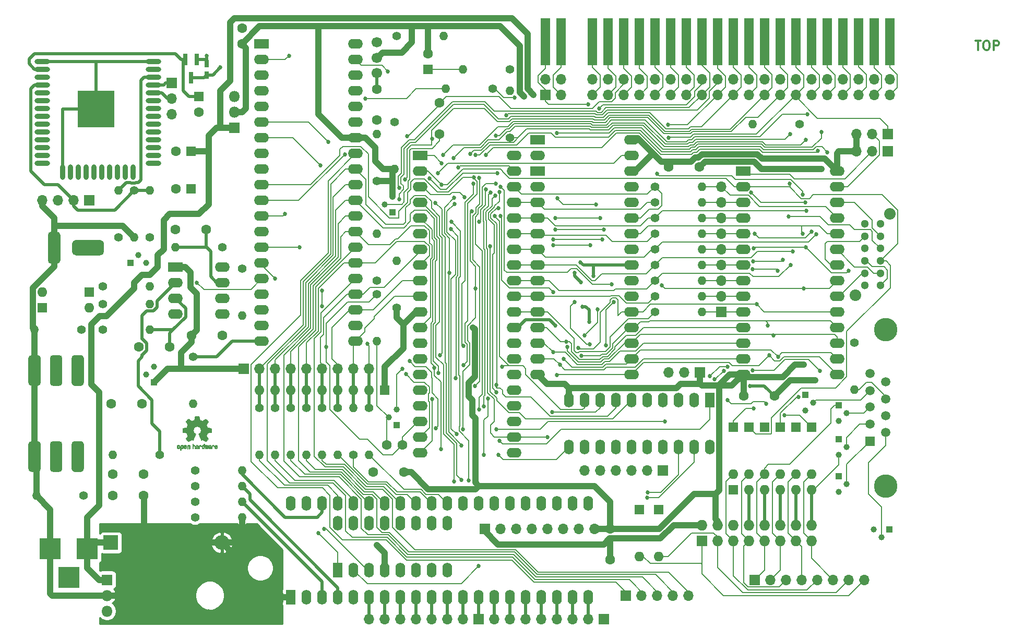
<source format=gtl>
%TF.GenerationSoftware,KiCad,Pcbnew,(5.1.8)-1*%
%TF.CreationDate,2020-12-05T18:28:33+00:00*%
%TF.ProjectId,ZX21,5a583231-2e6b-4696-9361-645f70636258,v01*%
%TF.SameCoordinates,Original*%
%TF.FileFunction,Copper,L1,Top*%
%TF.FilePolarity,Positive*%
%FSLAX46Y46*%
G04 Gerber Fmt 4.6, Leading zero omitted, Abs format (unit mm)*
G04 Created by KiCad (PCBNEW (5.1.8)-1) date 2020-12-05 18:28:33*
%MOMM*%
%LPD*%
G01*
G04 APERTURE LIST*
%TA.AperFunction,NonConductor*%
%ADD10C,0.300000*%
%TD*%
%TA.AperFunction,EtchedComponent*%
%ADD11C,0.010000*%
%TD*%
%TA.AperFunction,ComponentPad*%
%ADD12R,1.600000X1.600000*%
%TD*%
%TA.AperFunction,ComponentPad*%
%ADD13C,1.600000*%
%TD*%
%TA.AperFunction,ComponentPad*%
%ADD14R,1.800000X1.800000*%
%TD*%
%TA.AperFunction,ComponentPad*%
%ADD15O,1.800000X1.800000*%
%TD*%
%TA.AperFunction,SMDPad,CuDef*%
%ADD16R,0.750000X1.200000*%
%TD*%
%TA.AperFunction,ComponentPad*%
%ADD17C,1.700000*%
%TD*%
%TA.AperFunction,ComponentPad*%
%ADD18R,1.700000X1.700000*%
%TD*%
%TA.AperFunction,ComponentPad*%
%ADD19O,1.700000X1.700000*%
%TD*%
%TA.AperFunction,ComponentPad*%
%ADD20C,1.875000*%
%TD*%
%TA.AperFunction,ComponentPad*%
%ADD21C,1.300000*%
%TD*%
%TA.AperFunction,ComponentPad*%
%ADD22R,2.400000X2.400000*%
%TD*%
%TA.AperFunction,ComponentPad*%
%ADD23O,2.400000X2.400000*%
%TD*%
%TA.AperFunction,ComponentPad*%
%ADD24C,1.400000*%
%TD*%
%TA.AperFunction,ComponentPad*%
%ADD25O,1.400000X1.400000*%
%TD*%
%TA.AperFunction,ComponentPad*%
%ADD26R,2.400000X1.600000*%
%TD*%
%TA.AperFunction,ComponentPad*%
%ADD27O,2.400000X1.600000*%
%TD*%
%TA.AperFunction,ComponentPad*%
%ADD28O,1.600000X1.600000*%
%TD*%
%TA.AperFunction,ComponentPad*%
%ADD29R,1.600000X2.400000*%
%TD*%
%TA.AperFunction,ComponentPad*%
%ADD30O,1.600000X2.400000*%
%TD*%
%TA.AperFunction,SMDPad,CuDef*%
%ADD31R,0.800000X1.900000*%
%TD*%
%TA.AperFunction,SMDPad,CuDef*%
%ADD32R,6.000000X6.000000*%
%TD*%
%TA.AperFunction,SMDPad,CuDef*%
%ADD33O,2.500000X0.900000*%
%TD*%
%TA.AperFunction,SMDPad,CuDef*%
%ADD34O,0.900000X2.500000*%
%TD*%
%TA.AperFunction,SMDPad,CuDef*%
%ADD35R,1.524000X7.620000*%
%TD*%
%TA.AperFunction,ComponentPad*%
%ADD36R,3.500000X3.500000*%
%TD*%
%TA.AperFunction,ComponentPad*%
%ADD37C,3.810000*%
%TD*%
%TA.AperFunction,ComponentPad*%
%ADD38R,1.520000X1.520000*%
%TD*%
%TA.AperFunction,ComponentPad*%
%ADD39C,1.520000*%
%TD*%
%TA.AperFunction,ComponentPad*%
%ADD40R,1.727200X1.727200*%
%TD*%
%TA.AperFunction,ComponentPad*%
%ADD41O,1.727200X1.727200*%
%TD*%
%TA.AperFunction,ComponentPad*%
%ADD42C,1.000000*%
%TD*%
%TA.AperFunction,ComponentPad*%
%ADD43R,1.000000X1.000000*%
%TD*%
%TA.AperFunction,ViaPad*%
%ADD44C,0.685800*%
%TD*%
%TA.AperFunction,Conductor*%
%ADD45C,0.203200*%
%TD*%
%TA.AperFunction,Conductor*%
%ADD46C,1.016000*%
%TD*%
%TA.AperFunction,Conductor*%
%ADD47C,0.508000*%
%TD*%
%TA.AperFunction,Conductor*%
%ADD48C,0.254000*%
%TD*%
%TA.AperFunction,Conductor*%
%ADD49C,0.100000*%
%TD*%
G04 APERTURE END LIST*
D10*
X185043214Y-41406071D02*
X185900357Y-41406071D01*
X185471785Y-42906071D02*
X185471785Y-41406071D01*
X186686071Y-41406071D02*
X186971785Y-41406071D01*
X187114642Y-41477500D01*
X187257500Y-41620357D01*
X187328928Y-41906071D01*
X187328928Y-42406071D01*
X187257500Y-42691785D01*
X187114642Y-42834642D01*
X186971785Y-42906071D01*
X186686071Y-42906071D01*
X186543214Y-42834642D01*
X186400357Y-42691785D01*
X186328928Y-42406071D01*
X186328928Y-41906071D01*
X186400357Y-41620357D01*
X186543214Y-41477500D01*
X186686071Y-41406071D01*
X187971785Y-42906071D02*
X187971785Y-41406071D01*
X188543214Y-41406071D01*
X188686071Y-41477500D01*
X188757500Y-41548928D01*
X188828928Y-41691785D01*
X188828928Y-41906071D01*
X188757500Y-42048928D01*
X188686071Y-42120357D01*
X188543214Y-42191785D01*
X187971785Y-42191785D01*
D11*
%TO.C,REF\u002A\u002A\u002A*%
G36*
X58841410Y-102334848D02*
G01*
X58919954Y-102335278D01*
X58976798Y-102336442D01*
X59015605Y-102338707D01*
X59040038Y-102342440D01*
X59053762Y-102348006D01*
X59060440Y-102355773D01*
X59063736Y-102366105D01*
X59064056Y-102367443D01*
X59069062Y-102391579D01*
X59078329Y-102439201D01*
X59090892Y-102505241D01*
X59105787Y-102584628D01*
X59122051Y-102672296D01*
X59122619Y-102675375D01*
X59138910Y-102761289D01*
X59154152Y-102837196D01*
X59167361Y-102898545D01*
X59177554Y-102940782D01*
X59183748Y-102959355D01*
X59184043Y-102959684D01*
X59202288Y-102968753D01*
X59239905Y-102983867D01*
X59288771Y-103001762D01*
X59289043Y-103001858D01*
X59350593Y-103024993D01*
X59423157Y-103054465D01*
X59491557Y-103084097D01*
X59494794Y-103085562D01*
X59606202Y-103136126D01*
X59852899Y-102967660D01*
X59928577Y-102916303D01*
X59997131Y-102870389D01*
X60054588Y-102832530D01*
X60096976Y-102805337D01*
X60120325Y-102791421D01*
X60122542Y-102790389D01*
X60139510Y-102794984D01*
X60171201Y-102817155D01*
X60218852Y-102857947D01*
X60283698Y-102918405D01*
X60349897Y-102982727D01*
X60413714Y-103046112D01*
X60470829Y-103103951D01*
X60517805Y-103152675D01*
X60551203Y-103188710D01*
X60567585Y-103208484D01*
X60568194Y-103209502D01*
X60570005Y-103223072D01*
X60563183Y-103245233D01*
X60546040Y-103278978D01*
X60516893Y-103327300D01*
X60474055Y-103393192D01*
X60416948Y-103478017D01*
X60366266Y-103552677D01*
X60320961Y-103619640D01*
X60283650Y-103675016D01*
X60256952Y-103714920D01*
X60243485Y-103735462D01*
X60242637Y-103736856D01*
X60244281Y-103756538D01*
X60256745Y-103794793D01*
X60277548Y-103844389D01*
X60284962Y-103860228D01*
X60317314Y-103930790D01*
X60351828Y-104010853D01*
X60379865Y-104080129D01*
X60400068Y-104131545D01*
X60416115Y-104170619D01*
X60425388Y-104191041D01*
X60426541Y-104192614D01*
X60443596Y-104195221D01*
X60483798Y-104202363D01*
X60541802Y-104213023D01*
X60612263Y-104226185D01*
X60689835Y-104240833D01*
X60769172Y-104255949D01*
X60844931Y-104270518D01*
X60911764Y-104283522D01*
X60964328Y-104293945D01*
X60997276Y-104300770D01*
X61005357Y-104302699D01*
X61013705Y-104307462D01*
X61020006Y-104318218D01*
X61024545Y-104338598D01*
X61027604Y-104372234D01*
X61029467Y-104422755D01*
X61030418Y-104493792D01*
X61030740Y-104588976D01*
X61030757Y-104627992D01*
X61030757Y-104945299D01*
X60954557Y-104960339D01*
X60912163Y-104968495D01*
X60848900Y-104980399D01*
X60772462Y-104994616D01*
X60690543Y-105009710D01*
X60667900Y-105013855D01*
X60592306Y-105028553D01*
X60526453Y-105043005D01*
X60475866Y-105055875D01*
X60446074Y-105065822D01*
X60441112Y-105068787D01*
X60428926Y-105089783D01*
X60411453Y-105130467D01*
X60392077Y-105182822D01*
X60388234Y-105194100D01*
X60362839Y-105264023D01*
X60331317Y-105342918D01*
X60300469Y-105413766D01*
X60300317Y-105414095D01*
X60248947Y-105525233D01*
X60417899Y-105773753D01*
X60586852Y-106022272D01*
X60369929Y-106239558D01*
X60304319Y-106304226D01*
X60244479Y-106361233D01*
X60193767Y-106407533D01*
X60155546Y-106440084D01*
X60133175Y-106455843D01*
X60129966Y-106456843D01*
X60111126Y-106448969D01*
X60072680Y-106427078D01*
X60018830Y-106393767D01*
X59953776Y-106351631D01*
X59883440Y-106304443D01*
X59812055Y-106256310D01*
X59748408Y-106214428D01*
X59696541Y-106181371D01*
X59660495Y-106159718D01*
X59644367Y-106152043D01*
X59624689Y-106158537D01*
X59587375Y-106175650D01*
X59540121Y-106199826D01*
X59535112Y-106202513D01*
X59471477Y-106234427D01*
X59427841Y-106250079D01*
X59400702Y-106250245D01*
X59386557Y-106235704D01*
X59386475Y-106235500D01*
X59379405Y-106218279D01*
X59362542Y-106177399D01*
X59337195Y-106116025D01*
X59304671Y-106037319D01*
X59266278Y-105944447D01*
X59223322Y-105840572D01*
X59181722Y-105740002D01*
X59136004Y-105629016D01*
X59094026Y-105526203D01*
X59057048Y-105434715D01*
X59026327Y-105357701D01*
X59003122Y-105298315D01*
X58988690Y-105259709D01*
X58984243Y-105245300D01*
X58995396Y-105228772D01*
X59024569Y-105202430D01*
X59063471Y-105173387D01*
X59174257Y-105081539D01*
X59260851Y-104976259D01*
X59322216Y-104859766D01*
X59357315Y-104734276D01*
X59365108Y-104602007D01*
X59359443Y-104540957D01*
X59328578Y-104414295D01*
X59275420Y-104302441D01*
X59203267Y-104206501D01*
X59115417Y-104127576D01*
X59015165Y-104066770D01*
X58905810Y-104025187D01*
X58790647Y-104003928D01*
X58672975Y-104004099D01*
X58556090Y-104026801D01*
X58443289Y-104073138D01*
X58337869Y-104144213D01*
X58293868Y-104184411D01*
X58209479Y-104287629D01*
X58150722Y-104400425D01*
X58117204Y-104519510D01*
X58108535Y-104641595D01*
X58124323Y-104763393D01*
X58164178Y-104881616D01*
X58227707Y-104992975D01*
X58314521Y-105094184D01*
X58411529Y-105173387D01*
X58451937Y-105203662D01*
X58480482Y-105229719D01*
X58490757Y-105245325D01*
X58485377Y-105262343D01*
X58470075Y-105303000D01*
X58446112Y-105364142D01*
X58414744Y-105442619D01*
X58377232Y-105535280D01*
X58334833Y-105638972D01*
X58293163Y-105740026D01*
X58247190Y-105851107D01*
X58204607Y-105954041D01*
X58166721Y-106045665D01*
X58134840Y-106122816D01*
X58110271Y-106182331D01*
X58094320Y-106221044D01*
X58088410Y-106235500D01*
X58074448Y-106250185D01*
X58047440Y-106250142D01*
X58003913Y-106234599D01*
X57940390Y-106202784D01*
X57939888Y-106202513D01*
X57892060Y-106177823D01*
X57853397Y-106159838D01*
X57831595Y-106152114D01*
X57830633Y-106152043D01*
X57814221Y-106159878D01*
X57777987Y-106181665D01*
X57725974Y-106214828D01*
X57662225Y-106256791D01*
X57591560Y-106304443D01*
X57519616Y-106352691D01*
X57454774Y-106394651D01*
X57401235Y-106427727D01*
X57363197Y-106449321D01*
X57345033Y-106456843D01*
X57328308Y-106446957D01*
X57294680Y-106419326D01*
X57247510Y-106376995D01*
X57190158Y-106323005D01*
X57125984Y-106260399D01*
X57104997Y-106239483D01*
X56887999Y-106022123D01*
X57053168Y-105779720D01*
X57103364Y-105705281D01*
X57147419Y-105638472D01*
X57182862Y-105583165D01*
X57207219Y-105543229D01*
X57218022Y-105522536D01*
X57218338Y-105521063D01*
X57212643Y-105501558D01*
X57197326Y-105462322D01*
X57175037Y-105409930D01*
X57159393Y-105374855D01*
X57130141Y-105307701D01*
X57102594Y-105239858D01*
X57081237Y-105182534D01*
X57075435Y-105165072D01*
X57058952Y-105118438D01*
X57042840Y-105082405D01*
X57033990Y-105068787D01*
X57014460Y-105060452D01*
X56971834Y-105048637D01*
X56911645Y-105034681D01*
X56839422Y-105019922D01*
X56807100Y-105013855D01*
X56725022Y-104998773D01*
X56646295Y-104984169D01*
X56578609Y-104971480D01*
X56529660Y-104962142D01*
X56520443Y-104960339D01*
X56444243Y-104945299D01*
X56444243Y-104627992D01*
X56444414Y-104523654D01*
X56445116Y-104444713D01*
X56446634Y-104387538D01*
X56449249Y-104348499D01*
X56453246Y-104323965D01*
X56458909Y-104310305D01*
X56466520Y-104303889D01*
X56469643Y-104302699D01*
X56488478Y-104298480D01*
X56530088Y-104290062D01*
X56589130Y-104278461D01*
X56660257Y-104264695D01*
X56738125Y-104249780D01*
X56817387Y-104234732D01*
X56892698Y-104220569D01*
X56958713Y-104208306D01*
X57010087Y-104198961D01*
X57041475Y-104193550D01*
X57048459Y-104192614D01*
X57054785Y-104180096D01*
X57068790Y-104146746D01*
X57087855Y-104098877D01*
X57095134Y-104080129D01*
X57124496Y-104007695D01*
X57159071Y-103927670D01*
X57190037Y-103860228D01*
X57212823Y-103808659D01*
X57227982Y-103766285D01*
X57233042Y-103740334D01*
X57232236Y-103736856D01*
X57221541Y-103720436D01*
X57197120Y-103683917D01*
X57161595Y-103631187D01*
X57117587Y-103566135D01*
X57067717Y-103492651D01*
X57057856Y-103478145D01*
X56999992Y-103392204D01*
X56957456Y-103326761D01*
X56928554Y-103278804D01*
X56911590Y-103245320D01*
X56904867Y-103223295D01*
X56906690Y-103209717D01*
X56906736Y-103209631D01*
X56921086Y-103191797D01*
X56952823Y-103157317D01*
X56998510Y-103109768D01*
X57054704Y-103052722D01*
X57117968Y-102989755D01*
X57125102Y-102982727D01*
X57204830Y-102905520D01*
X57266357Y-102848830D01*
X57310921Y-102811610D01*
X57339757Y-102792815D01*
X57352458Y-102790389D01*
X57370994Y-102800971D01*
X57409461Y-102825416D01*
X57463886Y-102861112D01*
X57530298Y-102905447D01*
X57604725Y-102955811D01*
X57622101Y-102967660D01*
X57868797Y-103136126D01*
X57980206Y-103085562D01*
X58047957Y-103056095D01*
X58120683Y-103026459D01*
X58183203Y-103002830D01*
X58185957Y-103001858D01*
X58234860Y-102983957D01*
X58272557Y-102968820D01*
X58290925Y-102959710D01*
X58290956Y-102959684D01*
X58296785Y-102943217D01*
X58306692Y-102902719D01*
X58319695Y-102842742D01*
X58334809Y-102767840D01*
X58351052Y-102682564D01*
X58352381Y-102675375D01*
X58368675Y-102587514D01*
X58383633Y-102507760D01*
X58396291Y-102441181D01*
X58405686Y-102392847D01*
X58410854Y-102367825D01*
X58410944Y-102367443D01*
X58414089Y-102356799D01*
X58420204Y-102348762D01*
X58432953Y-102342967D01*
X58456000Y-102339047D01*
X58493009Y-102336635D01*
X58547644Y-102335365D01*
X58623567Y-102334871D01*
X58724444Y-102334786D01*
X58737500Y-102334786D01*
X58841410Y-102334848D01*
G37*
X58841410Y-102334848D02*
X58919954Y-102335278D01*
X58976798Y-102336442D01*
X59015605Y-102338707D01*
X59040038Y-102342440D01*
X59053762Y-102348006D01*
X59060440Y-102355773D01*
X59063736Y-102366105D01*
X59064056Y-102367443D01*
X59069062Y-102391579D01*
X59078329Y-102439201D01*
X59090892Y-102505241D01*
X59105787Y-102584628D01*
X59122051Y-102672296D01*
X59122619Y-102675375D01*
X59138910Y-102761289D01*
X59154152Y-102837196D01*
X59167361Y-102898545D01*
X59177554Y-102940782D01*
X59183748Y-102959355D01*
X59184043Y-102959684D01*
X59202288Y-102968753D01*
X59239905Y-102983867D01*
X59288771Y-103001762D01*
X59289043Y-103001858D01*
X59350593Y-103024993D01*
X59423157Y-103054465D01*
X59491557Y-103084097D01*
X59494794Y-103085562D01*
X59606202Y-103136126D01*
X59852899Y-102967660D01*
X59928577Y-102916303D01*
X59997131Y-102870389D01*
X60054588Y-102832530D01*
X60096976Y-102805337D01*
X60120325Y-102791421D01*
X60122542Y-102790389D01*
X60139510Y-102794984D01*
X60171201Y-102817155D01*
X60218852Y-102857947D01*
X60283698Y-102918405D01*
X60349897Y-102982727D01*
X60413714Y-103046112D01*
X60470829Y-103103951D01*
X60517805Y-103152675D01*
X60551203Y-103188710D01*
X60567585Y-103208484D01*
X60568194Y-103209502D01*
X60570005Y-103223072D01*
X60563183Y-103245233D01*
X60546040Y-103278978D01*
X60516893Y-103327300D01*
X60474055Y-103393192D01*
X60416948Y-103478017D01*
X60366266Y-103552677D01*
X60320961Y-103619640D01*
X60283650Y-103675016D01*
X60256952Y-103714920D01*
X60243485Y-103735462D01*
X60242637Y-103736856D01*
X60244281Y-103756538D01*
X60256745Y-103794793D01*
X60277548Y-103844389D01*
X60284962Y-103860228D01*
X60317314Y-103930790D01*
X60351828Y-104010853D01*
X60379865Y-104080129D01*
X60400068Y-104131545D01*
X60416115Y-104170619D01*
X60425388Y-104191041D01*
X60426541Y-104192614D01*
X60443596Y-104195221D01*
X60483798Y-104202363D01*
X60541802Y-104213023D01*
X60612263Y-104226185D01*
X60689835Y-104240833D01*
X60769172Y-104255949D01*
X60844931Y-104270518D01*
X60911764Y-104283522D01*
X60964328Y-104293945D01*
X60997276Y-104300770D01*
X61005357Y-104302699D01*
X61013705Y-104307462D01*
X61020006Y-104318218D01*
X61024545Y-104338598D01*
X61027604Y-104372234D01*
X61029467Y-104422755D01*
X61030418Y-104493792D01*
X61030740Y-104588976D01*
X61030757Y-104627992D01*
X61030757Y-104945299D01*
X60954557Y-104960339D01*
X60912163Y-104968495D01*
X60848900Y-104980399D01*
X60772462Y-104994616D01*
X60690543Y-105009710D01*
X60667900Y-105013855D01*
X60592306Y-105028553D01*
X60526453Y-105043005D01*
X60475866Y-105055875D01*
X60446074Y-105065822D01*
X60441112Y-105068787D01*
X60428926Y-105089783D01*
X60411453Y-105130467D01*
X60392077Y-105182822D01*
X60388234Y-105194100D01*
X60362839Y-105264023D01*
X60331317Y-105342918D01*
X60300469Y-105413766D01*
X60300317Y-105414095D01*
X60248947Y-105525233D01*
X60417899Y-105773753D01*
X60586852Y-106022272D01*
X60369929Y-106239558D01*
X60304319Y-106304226D01*
X60244479Y-106361233D01*
X60193767Y-106407533D01*
X60155546Y-106440084D01*
X60133175Y-106455843D01*
X60129966Y-106456843D01*
X60111126Y-106448969D01*
X60072680Y-106427078D01*
X60018830Y-106393767D01*
X59953776Y-106351631D01*
X59883440Y-106304443D01*
X59812055Y-106256310D01*
X59748408Y-106214428D01*
X59696541Y-106181371D01*
X59660495Y-106159718D01*
X59644367Y-106152043D01*
X59624689Y-106158537D01*
X59587375Y-106175650D01*
X59540121Y-106199826D01*
X59535112Y-106202513D01*
X59471477Y-106234427D01*
X59427841Y-106250079D01*
X59400702Y-106250245D01*
X59386557Y-106235704D01*
X59386475Y-106235500D01*
X59379405Y-106218279D01*
X59362542Y-106177399D01*
X59337195Y-106116025D01*
X59304671Y-106037319D01*
X59266278Y-105944447D01*
X59223322Y-105840572D01*
X59181722Y-105740002D01*
X59136004Y-105629016D01*
X59094026Y-105526203D01*
X59057048Y-105434715D01*
X59026327Y-105357701D01*
X59003122Y-105298315D01*
X58988690Y-105259709D01*
X58984243Y-105245300D01*
X58995396Y-105228772D01*
X59024569Y-105202430D01*
X59063471Y-105173387D01*
X59174257Y-105081539D01*
X59260851Y-104976259D01*
X59322216Y-104859766D01*
X59357315Y-104734276D01*
X59365108Y-104602007D01*
X59359443Y-104540957D01*
X59328578Y-104414295D01*
X59275420Y-104302441D01*
X59203267Y-104206501D01*
X59115417Y-104127576D01*
X59015165Y-104066770D01*
X58905810Y-104025187D01*
X58790647Y-104003928D01*
X58672975Y-104004099D01*
X58556090Y-104026801D01*
X58443289Y-104073138D01*
X58337869Y-104144213D01*
X58293868Y-104184411D01*
X58209479Y-104287629D01*
X58150722Y-104400425D01*
X58117204Y-104519510D01*
X58108535Y-104641595D01*
X58124323Y-104763393D01*
X58164178Y-104881616D01*
X58227707Y-104992975D01*
X58314521Y-105094184D01*
X58411529Y-105173387D01*
X58451937Y-105203662D01*
X58480482Y-105229719D01*
X58490757Y-105245325D01*
X58485377Y-105262343D01*
X58470075Y-105303000D01*
X58446112Y-105364142D01*
X58414744Y-105442619D01*
X58377232Y-105535280D01*
X58334833Y-105638972D01*
X58293163Y-105740026D01*
X58247190Y-105851107D01*
X58204607Y-105954041D01*
X58166721Y-106045665D01*
X58134840Y-106122816D01*
X58110271Y-106182331D01*
X58094320Y-106221044D01*
X58088410Y-106235500D01*
X58074448Y-106250185D01*
X58047440Y-106250142D01*
X58003913Y-106234599D01*
X57940390Y-106202784D01*
X57939888Y-106202513D01*
X57892060Y-106177823D01*
X57853397Y-106159838D01*
X57831595Y-106152114D01*
X57830633Y-106152043D01*
X57814221Y-106159878D01*
X57777987Y-106181665D01*
X57725974Y-106214828D01*
X57662225Y-106256791D01*
X57591560Y-106304443D01*
X57519616Y-106352691D01*
X57454774Y-106394651D01*
X57401235Y-106427727D01*
X57363197Y-106449321D01*
X57345033Y-106456843D01*
X57328308Y-106446957D01*
X57294680Y-106419326D01*
X57247510Y-106376995D01*
X57190158Y-106323005D01*
X57125984Y-106260399D01*
X57104997Y-106239483D01*
X56887999Y-106022123D01*
X57053168Y-105779720D01*
X57103364Y-105705281D01*
X57147419Y-105638472D01*
X57182862Y-105583165D01*
X57207219Y-105543229D01*
X57218022Y-105522536D01*
X57218338Y-105521063D01*
X57212643Y-105501558D01*
X57197326Y-105462322D01*
X57175037Y-105409930D01*
X57159393Y-105374855D01*
X57130141Y-105307701D01*
X57102594Y-105239858D01*
X57081237Y-105182534D01*
X57075435Y-105165072D01*
X57058952Y-105118438D01*
X57042840Y-105082405D01*
X57033990Y-105068787D01*
X57014460Y-105060452D01*
X56971834Y-105048637D01*
X56911645Y-105034681D01*
X56839422Y-105019922D01*
X56807100Y-105013855D01*
X56725022Y-104998773D01*
X56646295Y-104984169D01*
X56578609Y-104971480D01*
X56529660Y-104962142D01*
X56520443Y-104960339D01*
X56444243Y-104945299D01*
X56444243Y-104627992D01*
X56444414Y-104523654D01*
X56445116Y-104444713D01*
X56446634Y-104387538D01*
X56449249Y-104348499D01*
X56453246Y-104323965D01*
X56458909Y-104310305D01*
X56466520Y-104303889D01*
X56469643Y-104302699D01*
X56488478Y-104298480D01*
X56530088Y-104290062D01*
X56589130Y-104278461D01*
X56660257Y-104264695D01*
X56738125Y-104249780D01*
X56817387Y-104234732D01*
X56892698Y-104220569D01*
X56958713Y-104208306D01*
X57010087Y-104198961D01*
X57041475Y-104193550D01*
X57048459Y-104192614D01*
X57054785Y-104180096D01*
X57068790Y-104146746D01*
X57087855Y-104098877D01*
X57095134Y-104080129D01*
X57124496Y-104007695D01*
X57159071Y-103927670D01*
X57190037Y-103860228D01*
X57212823Y-103808659D01*
X57227982Y-103766285D01*
X57233042Y-103740334D01*
X57232236Y-103736856D01*
X57221541Y-103720436D01*
X57197120Y-103683917D01*
X57161595Y-103631187D01*
X57117587Y-103566135D01*
X57067717Y-103492651D01*
X57057856Y-103478145D01*
X56999992Y-103392204D01*
X56957456Y-103326761D01*
X56928554Y-103278804D01*
X56911590Y-103245320D01*
X56904867Y-103223295D01*
X56906690Y-103209717D01*
X56906736Y-103209631D01*
X56921086Y-103191797D01*
X56952823Y-103157317D01*
X56998510Y-103109768D01*
X57054704Y-103052722D01*
X57117968Y-102989755D01*
X57125102Y-102982727D01*
X57204830Y-102905520D01*
X57266357Y-102848830D01*
X57310921Y-102811610D01*
X57339757Y-102792815D01*
X57352458Y-102790389D01*
X57370994Y-102800971D01*
X57409461Y-102825416D01*
X57463886Y-102861112D01*
X57530298Y-102905447D01*
X57604725Y-102955811D01*
X57622101Y-102967660D01*
X57868797Y-103136126D01*
X57980206Y-103085562D01*
X58047957Y-103056095D01*
X58120683Y-103026459D01*
X58183203Y-103002830D01*
X58185957Y-103001858D01*
X58234860Y-102983957D01*
X58272557Y-102968820D01*
X58290925Y-102959710D01*
X58290956Y-102959684D01*
X58296785Y-102943217D01*
X58306692Y-102902719D01*
X58319695Y-102842742D01*
X58334809Y-102767840D01*
X58351052Y-102682564D01*
X58352381Y-102675375D01*
X58368675Y-102587514D01*
X58383633Y-102507760D01*
X58396291Y-102441181D01*
X58405686Y-102392847D01*
X58410854Y-102367825D01*
X58410944Y-102367443D01*
X58414089Y-102356799D01*
X58420204Y-102348762D01*
X58432953Y-102342967D01*
X58456000Y-102339047D01*
X58493009Y-102336635D01*
X58547644Y-102335365D01*
X58623567Y-102334871D01*
X58724444Y-102334786D01*
X58737500Y-102334786D01*
X58841410Y-102334848D01*
G36*
X61891095Y-107059466D02*
G01*
X61948521Y-107096997D01*
X61976219Y-107130596D01*
X61998162Y-107191564D01*
X61999905Y-107239808D01*
X61995957Y-107304316D01*
X61847186Y-107369434D01*
X61774849Y-107402702D01*
X61727584Y-107429464D01*
X61703007Y-107452644D01*
X61698737Y-107475167D01*
X61712389Y-107499955D01*
X61727443Y-107516386D01*
X61771246Y-107542735D01*
X61818889Y-107544581D01*
X61862645Y-107524046D01*
X61894789Y-107483252D01*
X61900538Y-107468847D01*
X61928076Y-107423856D01*
X61959758Y-107404682D01*
X62003214Y-107388279D01*
X62003214Y-107450466D01*
X61999372Y-107492783D01*
X61984323Y-107528469D01*
X61952780Y-107569443D01*
X61948092Y-107574767D01*
X61913006Y-107611220D01*
X61882847Y-107630783D01*
X61845115Y-107639783D01*
X61813835Y-107642730D01*
X61757885Y-107643465D01*
X61718055Y-107634160D01*
X61693208Y-107620346D01*
X61654156Y-107589967D01*
X61627125Y-107557113D01*
X61610017Y-107515794D01*
X61600738Y-107460021D01*
X61597193Y-107383805D01*
X61596910Y-107345122D01*
X61597872Y-107298747D01*
X61685507Y-107298747D01*
X61686523Y-107323626D01*
X61689056Y-107327700D01*
X61705774Y-107322165D01*
X61741749Y-107307517D01*
X61789831Y-107286690D01*
X61799886Y-107282214D01*
X61860652Y-107251314D01*
X61894132Y-107224157D01*
X61901490Y-107198720D01*
X61883891Y-107172981D01*
X61869356Y-107161609D01*
X61816910Y-107138864D01*
X61767822Y-107142622D01*
X61726727Y-107170384D01*
X61698258Y-107219652D01*
X61689131Y-107258757D01*
X61685507Y-107298747D01*
X61597872Y-107298747D01*
X61598785Y-107254749D01*
X61605696Y-107187884D01*
X61619384Y-107139195D01*
X61641596Y-107103349D01*
X61674074Y-107075013D01*
X61688233Y-107065855D01*
X61752553Y-107042007D01*
X61822973Y-107040506D01*
X61891095Y-107059466D01*
G37*
X61891095Y-107059466D02*
X61948521Y-107096997D01*
X61976219Y-107130596D01*
X61998162Y-107191564D01*
X61999905Y-107239808D01*
X61995957Y-107304316D01*
X61847186Y-107369434D01*
X61774849Y-107402702D01*
X61727584Y-107429464D01*
X61703007Y-107452644D01*
X61698737Y-107475167D01*
X61712389Y-107499955D01*
X61727443Y-107516386D01*
X61771246Y-107542735D01*
X61818889Y-107544581D01*
X61862645Y-107524046D01*
X61894789Y-107483252D01*
X61900538Y-107468847D01*
X61928076Y-107423856D01*
X61959758Y-107404682D01*
X62003214Y-107388279D01*
X62003214Y-107450466D01*
X61999372Y-107492783D01*
X61984323Y-107528469D01*
X61952780Y-107569443D01*
X61948092Y-107574767D01*
X61913006Y-107611220D01*
X61882847Y-107630783D01*
X61845115Y-107639783D01*
X61813835Y-107642730D01*
X61757885Y-107643465D01*
X61718055Y-107634160D01*
X61693208Y-107620346D01*
X61654156Y-107589967D01*
X61627125Y-107557113D01*
X61610017Y-107515794D01*
X61600738Y-107460021D01*
X61597193Y-107383805D01*
X61596910Y-107345122D01*
X61597872Y-107298747D01*
X61685507Y-107298747D01*
X61686523Y-107323626D01*
X61689056Y-107327700D01*
X61705774Y-107322165D01*
X61741749Y-107307517D01*
X61789831Y-107286690D01*
X61799886Y-107282214D01*
X61860652Y-107251314D01*
X61894132Y-107224157D01*
X61901490Y-107198720D01*
X61883891Y-107172981D01*
X61869356Y-107161609D01*
X61816910Y-107138864D01*
X61767822Y-107142622D01*
X61726727Y-107170384D01*
X61698258Y-107219652D01*
X61689131Y-107258757D01*
X61685507Y-107298747D01*
X61597872Y-107298747D01*
X61598785Y-107254749D01*
X61605696Y-107187884D01*
X61619384Y-107139195D01*
X61641596Y-107103349D01*
X61674074Y-107075013D01*
X61688233Y-107065855D01*
X61752553Y-107042007D01*
X61822973Y-107040506D01*
X61891095Y-107059466D01*
G36*
X61390100Y-107051252D02*
G01*
X61407448Y-107058834D01*
X61448856Y-107091628D01*
X61484265Y-107139047D01*
X61506164Y-107189651D01*
X61509729Y-107214598D01*
X61497779Y-107249427D01*
X61471567Y-107267857D01*
X61443464Y-107279016D01*
X61430595Y-107281072D01*
X61424329Y-107266149D01*
X61411956Y-107233675D01*
X61406528Y-107219002D01*
X61376090Y-107168244D01*
X61332020Y-107142927D01*
X61275510Y-107143706D01*
X61271325Y-107144703D01*
X61241155Y-107159007D01*
X61218976Y-107186893D01*
X61203827Y-107231787D01*
X61194750Y-107297115D01*
X61190786Y-107386304D01*
X61190414Y-107433761D01*
X61190230Y-107508571D01*
X61189022Y-107559569D01*
X61185809Y-107591971D01*
X61179609Y-107610995D01*
X61169440Y-107621856D01*
X61154319Y-107629772D01*
X61153446Y-107630170D01*
X61124328Y-107642481D01*
X61109903Y-107647014D01*
X61107686Y-107633309D01*
X61105789Y-107595425D01*
X61104347Y-107538215D01*
X61103498Y-107466527D01*
X61103329Y-107414065D01*
X61104192Y-107312547D01*
X61107570Y-107235532D01*
X61114642Y-107178523D01*
X61126588Y-107137026D01*
X61144590Y-107106543D01*
X61169827Y-107082580D01*
X61194747Y-107065855D01*
X61254671Y-107043597D01*
X61324411Y-107038576D01*
X61390100Y-107051252D01*
G37*
X61390100Y-107051252D02*
X61407448Y-107058834D01*
X61448856Y-107091628D01*
X61484265Y-107139047D01*
X61506164Y-107189651D01*
X61509729Y-107214598D01*
X61497779Y-107249427D01*
X61471567Y-107267857D01*
X61443464Y-107279016D01*
X61430595Y-107281072D01*
X61424329Y-107266149D01*
X61411956Y-107233675D01*
X61406528Y-107219002D01*
X61376090Y-107168244D01*
X61332020Y-107142927D01*
X61275510Y-107143706D01*
X61271325Y-107144703D01*
X61241155Y-107159007D01*
X61218976Y-107186893D01*
X61203827Y-107231787D01*
X61194750Y-107297115D01*
X61190786Y-107386304D01*
X61190414Y-107433761D01*
X61190230Y-107508571D01*
X61189022Y-107559569D01*
X61185809Y-107591971D01*
X61179609Y-107610995D01*
X61169440Y-107621856D01*
X61154319Y-107629772D01*
X61153446Y-107630170D01*
X61124328Y-107642481D01*
X61109903Y-107647014D01*
X61107686Y-107633309D01*
X61105789Y-107595425D01*
X61104347Y-107538215D01*
X61103498Y-107466527D01*
X61103329Y-107414065D01*
X61104192Y-107312547D01*
X61107570Y-107235532D01*
X61114642Y-107178523D01*
X61126588Y-107137026D01*
X61144590Y-107106543D01*
X61169827Y-107082580D01*
X61194747Y-107065855D01*
X61254671Y-107043597D01*
X61324411Y-107038576D01*
X61390100Y-107051252D01*
G36*
X60882376Y-107048835D02*
G01*
X60924167Y-107067844D01*
X60956969Y-107090878D01*
X60981003Y-107116633D01*
X60997597Y-107149858D01*
X61008077Y-107195300D01*
X61013771Y-107257707D01*
X61016007Y-107341827D01*
X61016243Y-107397221D01*
X61016243Y-107613326D01*
X60979274Y-107630170D01*
X60950156Y-107642481D01*
X60935731Y-107647014D01*
X60932972Y-107633525D01*
X60930782Y-107597153D01*
X60929442Y-107544042D01*
X60929157Y-107501872D01*
X60927934Y-107440947D01*
X60924636Y-107392615D01*
X60919821Y-107363018D01*
X60915996Y-107356729D01*
X60890283Y-107363152D01*
X60849918Y-107379625D01*
X60803179Y-107401958D01*
X60758345Y-107425957D01*
X60723693Y-107447430D01*
X60707502Y-107462185D01*
X60707438Y-107462345D01*
X60708830Y-107489652D01*
X60721318Y-107515719D01*
X60743243Y-107536892D01*
X60775243Y-107543974D01*
X60802592Y-107543149D01*
X60841326Y-107542542D01*
X60861658Y-107551616D01*
X60873869Y-107575592D01*
X60875409Y-107580113D01*
X60880703Y-107614306D01*
X60866547Y-107635068D01*
X60829648Y-107644962D01*
X60789789Y-107646792D01*
X60718062Y-107633227D01*
X60680932Y-107613855D01*
X60635076Y-107568345D01*
X60610756Y-107512483D01*
X60608573Y-107453457D01*
X60629129Y-107398453D01*
X60660049Y-107363986D01*
X60690920Y-107344689D01*
X60739442Y-107320259D01*
X60795985Y-107295485D01*
X60805410Y-107291699D01*
X60867519Y-107264291D01*
X60903322Y-107240134D01*
X60914837Y-107216119D01*
X60904080Y-107189135D01*
X60885614Y-107168043D01*
X60841969Y-107142072D01*
X60793946Y-107140124D01*
X60749906Y-107160137D01*
X60718209Y-107200051D01*
X60714049Y-107210348D01*
X60689827Y-107248224D01*
X60654465Y-107276342D01*
X60609843Y-107299417D01*
X60609843Y-107233985D01*
X60612469Y-107194006D01*
X60623730Y-107162497D01*
X60648699Y-107128878D01*
X60672669Y-107102984D01*
X60709941Y-107066317D01*
X60738901Y-107046621D01*
X60770005Y-107038720D01*
X60805213Y-107037414D01*
X60882376Y-107048835D01*
G37*
X60882376Y-107048835D02*
X60924167Y-107067844D01*
X60956969Y-107090878D01*
X60981003Y-107116633D01*
X60997597Y-107149858D01*
X61008077Y-107195300D01*
X61013771Y-107257707D01*
X61016007Y-107341827D01*
X61016243Y-107397221D01*
X61016243Y-107613326D01*
X60979274Y-107630170D01*
X60950156Y-107642481D01*
X60935731Y-107647014D01*
X60932972Y-107633525D01*
X60930782Y-107597153D01*
X60929442Y-107544042D01*
X60929157Y-107501872D01*
X60927934Y-107440947D01*
X60924636Y-107392615D01*
X60919821Y-107363018D01*
X60915996Y-107356729D01*
X60890283Y-107363152D01*
X60849918Y-107379625D01*
X60803179Y-107401958D01*
X60758345Y-107425957D01*
X60723693Y-107447430D01*
X60707502Y-107462185D01*
X60707438Y-107462345D01*
X60708830Y-107489652D01*
X60721318Y-107515719D01*
X60743243Y-107536892D01*
X60775243Y-107543974D01*
X60802592Y-107543149D01*
X60841326Y-107542542D01*
X60861658Y-107551616D01*
X60873869Y-107575592D01*
X60875409Y-107580113D01*
X60880703Y-107614306D01*
X60866547Y-107635068D01*
X60829648Y-107644962D01*
X60789789Y-107646792D01*
X60718062Y-107633227D01*
X60680932Y-107613855D01*
X60635076Y-107568345D01*
X60610756Y-107512483D01*
X60608573Y-107453457D01*
X60629129Y-107398453D01*
X60660049Y-107363986D01*
X60690920Y-107344689D01*
X60739442Y-107320259D01*
X60795985Y-107295485D01*
X60805410Y-107291699D01*
X60867519Y-107264291D01*
X60903322Y-107240134D01*
X60914837Y-107216119D01*
X60904080Y-107189135D01*
X60885614Y-107168043D01*
X60841969Y-107142072D01*
X60793946Y-107140124D01*
X60749906Y-107160137D01*
X60718209Y-107200051D01*
X60714049Y-107210348D01*
X60689827Y-107248224D01*
X60654465Y-107276342D01*
X60609843Y-107299417D01*
X60609843Y-107233985D01*
X60612469Y-107194006D01*
X60623730Y-107162497D01*
X60648699Y-107128878D01*
X60672669Y-107102984D01*
X60709941Y-107066317D01*
X60738901Y-107046621D01*
X60770005Y-107038720D01*
X60805213Y-107037414D01*
X60882376Y-107048835D01*
G36*
X60517333Y-107051163D02*
G01*
X60519548Y-107089350D01*
X60521284Y-107147386D01*
X60522399Y-107220680D01*
X60522757Y-107297555D01*
X60522757Y-107557696D01*
X60476826Y-107603627D01*
X60445175Y-107631929D01*
X60417390Y-107643393D01*
X60379415Y-107642668D01*
X60364340Y-107640821D01*
X60317226Y-107635448D01*
X60278256Y-107632369D01*
X60268757Y-107632085D01*
X60236733Y-107633945D01*
X60190932Y-107638614D01*
X60173174Y-107640821D01*
X60129557Y-107644235D01*
X60100245Y-107636820D01*
X60071180Y-107613927D01*
X60060688Y-107603627D01*
X60014757Y-107557696D01*
X60014757Y-107071102D01*
X60051726Y-107054258D01*
X60083559Y-107041782D01*
X60102183Y-107037414D01*
X60106958Y-107051218D01*
X60111421Y-107089786D01*
X60115275Y-107148856D01*
X60118222Y-107224163D01*
X60119643Y-107287786D01*
X60123614Y-107538157D01*
X60158259Y-107543056D01*
X60189768Y-107539631D01*
X60205208Y-107528541D01*
X60209523Y-107507808D01*
X60213208Y-107463645D01*
X60215969Y-107401646D01*
X60217512Y-107327409D01*
X60217735Y-107289206D01*
X60217957Y-107069283D01*
X60263666Y-107053349D01*
X60296018Y-107042515D01*
X60313615Y-107037462D01*
X60314123Y-107037414D01*
X60315888Y-107051148D01*
X60317829Y-107089230D01*
X60319782Y-107146982D01*
X60321584Y-107219727D01*
X60322843Y-107287786D01*
X60326814Y-107538157D01*
X60413900Y-107538157D01*
X60417896Y-107309740D01*
X60421892Y-107081322D01*
X60464347Y-107059368D01*
X60495692Y-107044293D01*
X60514244Y-107037451D01*
X60514779Y-107037414D01*
X60517333Y-107051163D01*
G37*
X60517333Y-107051163D02*
X60519548Y-107089350D01*
X60521284Y-107147386D01*
X60522399Y-107220680D01*
X60522757Y-107297555D01*
X60522757Y-107557696D01*
X60476826Y-107603627D01*
X60445175Y-107631929D01*
X60417390Y-107643393D01*
X60379415Y-107642668D01*
X60364340Y-107640821D01*
X60317226Y-107635448D01*
X60278256Y-107632369D01*
X60268757Y-107632085D01*
X60236733Y-107633945D01*
X60190932Y-107638614D01*
X60173174Y-107640821D01*
X60129557Y-107644235D01*
X60100245Y-107636820D01*
X60071180Y-107613927D01*
X60060688Y-107603627D01*
X60014757Y-107557696D01*
X60014757Y-107071102D01*
X60051726Y-107054258D01*
X60083559Y-107041782D01*
X60102183Y-107037414D01*
X60106958Y-107051218D01*
X60111421Y-107089786D01*
X60115275Y-107148856D01*
X60118222Y-107224163D01*
X60119643Y-107287786D01*
X60123614Y-107538157D01*
X60158259Y-107543056D01*
X60189768Y-107539631D01*
X60205208Y-107528541D01*
X60209523Y-107507808D01*
X60213208Y-107463645D01*
X60215969Y-107401646D01*
X60217512Y-107327409D01*
X60217735Y-107289206D01*
X60217957Y-107069283D01*
X60263666Y-107053349D01*
X60296018Y-107042515D01*
X60313615Y-107037462D01*
X60314123Y-107037414D01*
X60315888Y-107051148D01*
X60317829Y-107089230D01*
X60319782Y-107146982D01*
X60321584Y-107219727D01*
X60322843Y-107287786D01*
X60326814Y-107538157D01*
X60413900Y-107538157D01*
X60417896Y-107309740D01*
X60421892Y-107081322D01*
X60464347Y-107059368D01*
X60495692Y-107044293D01*
X60514244Y-107037451D01*
X60514779Y-107037414D01*
X60517333Y-107051163D01*
G36*
X59927617Y-107157858D02*
G01*
X59927433Y-107266337D01*
X59926719Y-107349787D01*
X59925175Y-107412204D01*
X59922501Y-107457585D01*
X59918394Y-107489929D01*
X59912555Y-107513233D01*
X59904682Y-107531495D01*
X59898721Y-107541918D01*
X59849355Y-107598445D01*
X59786764Y-107633877D01*
X59717513Y-107646590D01*
X59648168Y-107634963D01*
X59606875Y-107614068D01*
X59563525Y-107577922D01*
X59533981Y-107533776D01*
X59516155Y-107475962D01*
X59507963Y-107398813D01*
X59506802Y-107342214D01*
X59506958Y-107338147D01*
X59608357Y-107338147D01*
X59608976Y-107403050D01*
X59611814Y-107446014D01*
X59618340Y-107474122D01*
X59630023Y-107494453D01*
X59643983Y-107509788D01*
X59690865Y-107539390D01*
X59741201Y-107541919D01*
X59788776Y-107517205D01*
X59792479Y-107513856D01*
X59808283Y-107496435D01*
X59818193Y-107475709D01*
X59823558Y-107444862D01*
X59825728Y-107397077D01*
X59826071Y-107344248D01*
X59825327Y-107277881D01*
X59822248Y-107233606D01*
X59815561Y-107204509D01*
X59803996Y-107183673D01*
X59794513Y-107172607D01*
X59750460Y-107144698D01*
X59699724Y-107141343D01*
X59651296Y-107162659D01*
X59641950Y-107170573D01*
X59626040Y-107188147D01*
X59616110Y-107209087D01*
X59610778Y-107240282D01*
X59608663Y-107288622D01*
X59608357Y-107338147D01*
X59506958Y-107338147D01*
X59510310Y-107251068D01*
X59522226Y-107182586D01*
X59544635Y-107131100D01*
X59579624Y-107090943D01*
X59606875Y-107070361D01*
X59656407Y-107048125D01*
X59713816Y-107037804D01*
X59767182Y-107040567D01*
X59797043Y-107051712D01*
X59808761Y-107054883D01*
X59816537Y-107043057D01*
X59821965Y-107011366D01*
X59826071Y-106963093D01*
X59830567Y-106909329D01*
X59836813Y-106876982D01*
X59848176Y-106858485D01*
X59868028Y-106846270D01*
X59880500Y-106840862D01*
X59927671Y-106821101D01*
X59927617Y-107157858D01*
G37*
X59927617Y-107157858D02*
X59927433Y-107266337D01*
X59926719Y-107349787D01*
X59925175Y-107412204D01*
X59922501Y-107457585D01*
X59918394Y-107489929D01*
X59912555Y-107513233D01*
X59904682Y-107531495D01*
X59898721Y-107541918D01*
X59849355Y-107598445D01*
X59786764Y-107633877D01*
X59717513Y-107646590D01*
X59648168Y-107634963D01*
X59606875Y-107614068D01*
X59563525Y-107577922D01*
X59533981Y-107533776D01*
X59516155Y-107475962D01*
X59507963Y-107398813D01*
X59506802Y-107342214D01*
X59506958Y-107338147D01*
X59608357Y-107338147D01*
X59608976Y-107403050D01*
X59611814Y-107446014D01*
X59618340Y-107474122D01*
X59630023Y-107494453D01*
X59643983Y-107509788D01*
X59690865Y-107539390D01*
X59741201Y-107541919D01*
X59788776Y-107517205D01*
X59792479Y-107513856D01*
X59808283Y-107496435D01*
X59818193Y-107475709D01*
X59823558Y-107444862D01*
X59825728Y-107397077D01*
X59826071Y-107344248D01*
X59825327Y-107277881D01*
X59822248Y-107233606D01*
X59815561Y-107204509D01*
X59803996Y-107183673D01*
X59794513Y-107172607D01*
X59750460Y-107144698D01*
X59699724Y-107141343D01*
X59651296Y-107162659D01*
X59641950Y-107170573D01*
X59626040Y-107188147D01*
X59616110Y-107209087D01*
X59610778Y-107240282D01*
X59608663Y-107288622D01*
X59608357Y-107338147D01*
X59506958Y-107338147D01*
X59510310Y-107251068D01*
X59522226Y-107182586D01*
X59544635Y-107131100D01*
X59579624Y-107090943D01*
X59606875Y-107070361D01*
X59656407Y-107048125D01*
X59713816Y-107037804D01*
X59767182Y-107040567D01*
X59797043Y-107051712D01*
X59808761Y-107054883D01*
X59816537Y-107043057D01*
X59821965Y-107011366D01*
X59826071Y-106963093D01*
X59830567Y-106909329D01*
X59836813Y-106876982D01*
X59848176Y-106858485D01*
X59868028Y-106846270D01*
X59880500Y-106840862D01*
X59927671Y-106821101D01*
X59927617Y-107157858D01*
G36*
X59267426Y-107042255D02*
G01*
X59333358Y-107066584D01*
X59386773Y-107109617D01*
X59407664Y-107139909D01*
X59430439Y-107195494D01*
X59429966Y-107235686D01*
X59406062Y-107262717D01*
X59397217Y-107267313D01*
X59359030Y-107281644D01*
X59339528Y-107277972D01*
X59332922Y-107253907D01*
X59332586Y-107240614D01*
X59320492Y-107191710D01*
X59288971Y-107157499D01*
X59245159Y-107140976D01*
X59196195Y-107145134D01*
X59156394Y-107166727D01*
X59142950Y-107179044D01*
X59133421Y-107193987D01*
X59126985Y-107216575D01*
X59122817Y-107251828D01*
X59120097Y-107304766D01*
X59118002Y-107380407D01*
X59117460Y-107404357D01*
X59115481Y-107486290D01*
X59113231Y-107543955D01*
X59109857Y-107582108D01*
X59104506Y-107605504D01*
X59096324Y-107618898D01*
X59084459Y-107627045D01*
X59076862Y-107630644D01*
X59044602Y-107642952D01*
X59025611Y-107647014D01*
X59019336Y-107633448D01*
X59015506Y-107592434D01*
X59014100Y-107523499D01*
X59015098Y-107426169D01*
X59015408Y-107411157D01*
X59017601Y-107322359D01*
X59020193Y-107257519D01*
X59023882Y-107211567D01*
X59029364Y-107179435D01*
X59037335Y-107156053D01*
X59048493Y-107136352D01*
X59054330Y-107127910D01*
X59087796Y-107090557D01*
X59125227Y-107061503D01*
X59129809Y-107058967D01*
X59196926Y-107038943D01*
X59267426Y-107042255D01*
G37*
X59267426Y-107042255D02*
X59333358Y-107066584D01*
X59386773Y-107109617D01*
X59407664Y-107139909D01*
X59430439Y-107195494D01*
X59429966Y-107235686D01*
X59406062Y-107262717D01*
X59397217Y-107267313D01*
X59359030Y-107281644D01*
X59339528Y-107277972D01*
X59332922Y-107253907D01*
X59332586Y-107240614D01*
X59320492Y-107191710D01*
X59288971Y-107157499D01*
X59245159Y-107140976D01*
X59196195Y-107145134D01*
X59156394Y-107166727D01*
X59142950Y-107179044D01*
X59133421Y-107193987D01*
X59126985Y-107216575D01*
X59122817Y-107251828D01*
X59120097Y-107304766D01*
X59118002Y-107380407D01*
X59117460Y-107404357D01*
X59115481Y-107486290D01*
X59113231Y-107543955D01*
X59109857Y-107582108D01*
X59104506Y-107605504D01*
X59096324Y-107618898D01*
X59084459Y-107627045D01*
X59076862Y-107630644D01*
X59044602Y-107642952D01*
X59025611Y-107647014D01*
X59019336Y-107633448D01*
X59015506Y-107592434D01*
X59014100Y-107523499D01*
X59015098Y-107426169D01*
X59015408Y-107411157D01*
X59017601Y-107322359D01*
X59020193Y-107257519D01*
X59023882Y-107211567D01*
X59029364Y-107179435D01*
X59037335Y-107156053D01*
X59048493Y-107136352D01*
X59054330Y-107127910D01*
X59087796Y-107090557D01*
X59125227Y-107061503D01*
X59129809Y-107058967D01*
X59196926Y-107038943D01*
X59267426Y-107042255D01*
G36*
X58777244Y-107043468D02*
G01*
X58834116Y-107064587D01*
X58834767Y-107064993D01*
X58869940Y-107090880D01*
X58895907Y-107121133D01*
X58914170Y-107160558D01*
X58926232Y-107213962D01*
X58933596Y-107286151D01*
X58937764Y-107381932D01*
X58938129Y-107395578D01*
X58943376Y-107601342D01*
X58899216Y-107624178D01*
X58867263Y-107639610D01*
X58847970Y-107646923D01*
X58847078Y-107647014D01*
X58843739Y-107633522D01*
X58841087Y-107597126D01*
X58839456Y-107543952D01*
X58839100Y-107500893D01*
X58839092Y-107431141D01*
X58835903Y-107387337D01*
X58824788Y-107366444D01*
X58801001Y-107365425D01*
X58759796Y-107381241D01*
X58697586Y-107410315D01*
X58651841Y-107434463D01*
X58628313Y-107455413D01*
X58621396Y-107478247D01*
X58621386Y-107479377D01*
X58632799Y-107518712D01*
X58666592Y-107539962D01*
X58718309Y-107543039D01*
X58755561Y-107542506D01*
X58775203Y-107553235D01*
X58787452Y-107579005D01*
X58794502Y-107611837D01*
X58784342Y-107630466D01*
X58780517Y-107633132D01*
X58744501Y-107643840D01*
X58694066Y-107645356D01*
X58642126Y-107638259D01*
X58605322Y-107625288D01*
X58554438Y-107582085D01*
X58525514Y-107521946D01*
X58519786Y-107474962D01*
X58524157Y-107432582D01*
X58539975Y-107397988D01*
X58571297Y-107367263D01*
X58622178Y-107336490D01*
X58696676Y-107301752D01*
X58701214Y-107299788D01*
X58768321Y-107268787D01*
X58809732Y-107243362D01*
X58827481Y-107220514D01*
X58823607Y-107197245D01*
X58800143Y-107170556D01*
X58793127Y-107164414D01*
X58746130Y-107140600D01*
X58697433Y-107141603D01*
X58655022Y-107164951D01*
X58626884Y-107208175D01*
X58624269Y-107216660D01*
X58598808Y-107257808D01*
X58566501Y-107277628D01*
X58519786Y-107297270D01*
X58519786Y-107246450D01*
X58533996Y-107172582D01*
X58576175Y-107104827D01*
X58598124Y-107082161D01*
X58648017Y-107053069D01*
X58711467Y-107039900D01*
X58777244Y-107043468D01*
G37*
X58777244Y-107043468D02*
X58834116Y-107064587D01*
X58834767Y-107064993D01*
X58869940Y-107090880D01*
X58895907Y-107121133D01*
X58914170Y-107160558D01*
X58926232Y-107213962D01*
X58933596Y-107286151D01*
X58937764Y-107381932D01*
X58938129Y-107395578D01*
X58943376Y-107601342D01*
X58899216Y-107624178D01*
X58867263Y-107639610D01*
X58847970Y-107646923D01*
X58847078Y-107647014D01*
X58843739Y-107633522D01*
X58841087Y-107597126D01*
X58839456Y-107543952D01*
X58839100Y-107500893D01*
X58839092Y-107431141D01*
X58835903Y-107387337D01*
X58824788Y-107366444D01*
X58801001Y-107365425D01*
X58759796Y-107381241D01*
X58697586Y-107410315D01*
X58651841Y-107434463D01*
X58628313Y-107455413D01*
X58621396Y-107478247D01*
X58621386Y-107479377D01*
X58632799Y-107518712D01*
X58666592Y-107539962D01*
X58718309Y-107543039D01*
X58755561Y-107542506D01*
X58775203Y-107553235D01*
X58787452Y-107579005D01*
X58794502Y-107611837D01*
X58784342Y-107630466D01*
X58780517Y-107633132D01*
X58744501Y-107643840D01*
X58694066Y-107645356D01*
X58642126Y-107638259D01*
X58605322Y-107625288D01*
X58554438Y-107582085D01*
X58525514Y-107521946D01*
X58519786Y-107474962D01*
X58524157Y-107432582D01*
X58539975Y-107397988D01*
X58571297Y-107367263D01*
X58622178Y-107336490D01*
X58696676Y-107301752D01*
X58701214Y-107299788D01*
X58768321Y-107268787D01*
X58809732Y-107243362D01*
X58827481Y-107220514D01*
X58823607Y-107197245D01*
X58800143Y-107170556D01*
X58793127Y-107164414D01*
X58746130Y-107140600D01*
X58697433Y-107141603D01*
X58655022Y-107164951D01*
X58626884Y-107208175D01*
X58624269Y-107216660D01*
X58598808Y-107257808D01*
X58566501Y-107277628D01*
X58519786Y-107297270D01*
X58519786Y-107246450D01*
X58533996Y-107172582D01*
X58576175Y-107104827D01*
X58598124Y-107082161D01*
X58648017Y-107053069D01*
X58711467Y-107039900D01*
X58777244Y-107043468D01*
G36*
X58113386Y-106943789D02*
G01*
X58117639Y-107003113D01*
X58122525Y-107038072D01*
X58129295Y-107053320D01*
X58139202Y-107053515D01*
X58142414Y-107051695D01*
X58185144Y-107038515D01*
X58240727Y-107039285D01*
X58297237Y-107052833D01*
X58332582Y-107070361D01*
X58368821Y-107098361D01*
X58395313Y-107130049D01*
X58413499Y-107170313D01*
X58424822Y-107224043D01*
X58430722Y-107296126D01*
X58432643Y-107391451D01*
X58432677Y-107409737D01*
X58432700Y-107615146D01*
X58386991Y-107631080D01*
X58354527Y-107641920D01*
X58336715Y-107646968D01*
X58336191Y-107647014D01*
X58334437Y-107633328D01*
X58332944Y-107595576D01*
X58331826Y-107538724D01*
X58331197Y-107467734D01*
X58331100Y-107424573D01*
X58330898Y-107339473D01*
X58329858Y-107278481D01*
X58327331Y-107236677D01*
X58322664Y-107209142D01*
X58315207Y-107190956D01*
X58304311Y-107177198D01*
X58297507Y-107170573D01*
X58250772Y-107143875D01*
X58199772Y-107141875D01*
X58153501Y-107164455D01*
X58144944Y-107172607D01*
X58132393Y-107187936D01*
X58123688Y-107206118D01*
X58118131Y-107232409D01*
X58115026Y-107272062D01*
X58113676Y-107330332D01*
X58113386Y-107410673D01*
X58113386Y-107615146D01*
X58067677Y-107631080D01*
X58035213Y-107641920D01*
X58017401Y-107646968D01*
X58016877Y-107647014D01*
X58015537Y-107633123D01*
X58014328Y-107593939D01*
X58013301Y-107533200D01*
X58012502Y-107454641D01*
X58011981Y-107361998D01*
X58011786Y-107259009D01*
X58011786Y-106861842D01*
X58058957Y-106841944D01*
X58106129Y-106822047D01*
X58113386Y-106943789D01*
G37*
X58113386Y-106943789D02*
X58117639Y-107003113D01*
X58122525Y-107038072D01*
X58129295Y-107053320D01*
X58139202Y-107053515D01*
X58142414Y-107051695D01*
X58185144Y-107038515D01*
X58240727Y-107039285D01*
X58297237Y-107052833D01*
X58332582Y-107070361D01*
X58368821Y-107098361D01*
X58395313Y-107130049D01*
X58413499Y-107170313D01*
X58424822Y-107224043D01*
X58430722Y-107296126D01*
X58432643Y-107391451D01*
X58432677Y-107409737D01*
X58432700Y-107615146D01*
X58386991Y-107631080D01*
X58354527Y-107641920D01*
X58336715Y-107646968D01*
X58336191Y-107647014D01*
X58334437Y-107633328D01*
X58332944Y-107595576D01*
X58331826Y-107538724D01*
X58331197Y-107467734D01*
X58331100Y-107424573D01*
X58330898Y-107339473D01*
X58329858Y-107278481D01*
X58327331Y-107236677D01*
X58322664Y-107209142D01*
X58315207Y-107190956D01*
X58304311Y-107177198D01*
X58297507Y-107170573D01*
X58250772Y-107143875D01*
X58199772Y-107141875D01*
X58153501Y-107164455D01*
X58144944Y-107172607D01*
X58132393Y-107187936D01*
X58123688Y-107206118D01*
X58118131Y-107232409D01*
X58115026Y-107272062D01*
X58113676Y-107330332D01*
X58113386Y-107410673D01*
X58113386Y-107615146D01*
X58067677Y-107631080D01*
X58035213Y-107641920D01*
X58017401Y-107646968D01*
X58016877Y-107647014D01*
X58015537Y-107633123D01*
X58014328Y-107593939D01*
X58013301Y-107533200D01*
X58012502Y-107454641D01*
X58011981Y-107361998D01*
X58011786Y-107259009D01*
X58011786Y-106861842D01*
X58058957Y-106841944D01*
X58106129Y-106822047D01*
X58113386Y-106943789D01*
G36*
X56905803Y-107023739D02*
G01*
X56963027Y-107062235D01*
X57007249Y-107117835D01*
X57033667Y-107188586D01*
X57039010Y-107240662D01*
X57038403Y-107262393D01*
X57033322Y-107279031D01*
X57019355Y-107293937D01*
X56992089Y-107310473D01*
X56947112Y-107331998D01*
X56880011Y-107361874D01*
X56879671Y-107362024D01*
X56817907Y-107390313D01*
X56767259Y-107415433D01*
X56732904Y-107434679D01*
X56720018Y-107445348D01*
X56720014Y-107445434D01*
X56731372Y-107468666D01*
X56757931Y-107494274D01*
X56788423Y-107512721D01*
X56803870Y-107516386D01*
X56846015Y-107503712D01*
X56882308Y-107471971D01*
X56900017Y-107437072D01*
X56917052Y-107411345D01*
X56950422Y-107382046D01*
X56989649Y-107356735D01*
X57024256Y-107342971D01*
X57031493Y-107342214D01*
X57039639Y-107354660D01*
X57040130Y-107386472D01*
X57034143Y-107429366D01*
X57022857Y-107475058D01*
X57007450Y-107515261D01*
X57006671Y-107516822D01*
X56960304Y-107581562D01*
X56900211Y-107625597D01*
X56831965Y-107647211D01*
X56761138Y-107644685D01*
X56693304Y-107616304D01*
X56690288Y-107614308D01*
X56636927Y-107565948D01*
X56601840Y-107502852D01*
X56582422Y-107419887D01*
X56579816Y-107396578D01*
X56575201Y-107286555D01*
X56580733Y-107235248D01*
X56720014Y-107235248D01*
X56721824Y-107267253D01*
X56731722Y-107276593D01*
X56756398Y-107269605D01*
X56795295Y-107253087D01*
X56838775Y-107232381D01*
X56839856Y-107231833D01*
X56876709Y-107212449D01*
X56891500Y-107199513D01*
X56887853Y-107185951D01*
X56872495Y-107168132D01*
X56833423Y-107142345D01*
X56791346Y-107140450D01*
X56753603Y-107159217D01*
X56727534Y-107195415D01*
X56720014Y-107235248D01*
X56580733Y-107235248D01*
X56584694Y-107198527D01*
X56609050Y-107128712D01*
X56642956Y-107079802D01*
X56704153Y-107030378D01*
X56771563Y-107005859D01*
X56840380Y-107004297D01*
X56905803Y-107023739D01*
G37*
X56905803Y-107023739D02*
X56963027Y-107062235D01*
X57007249Y-107117835D01*
X57033667Y-107188586D01*
X57039010Y-107240662D01*
X57038403Y-107262393D01*
X57033322Y-107279031D01*
X57019355Y-107293937D01*
X56992089Y-107310473D01*
X56947112Y-107331998D01*
X56880011Y-107361874D01*
X56879671Y-107362024D01*
X56817907Y-107390313D01*
X56767259Y-107415433D01*
X56732904Y-107434679D01*
X56720018Y-107445348D01*
X56720014Y-107445434D01*
X56731372Y-107468666D01*
X56757931Y-107494274D01*
X56788423Y-107512721D01*
X56803870Y-107516386D01*
X56846015Y-107503712D01*
X56882308Y-107471971D01*
X56900017Y-107437072D01*
X56917052Y-107411345D01*
X56950422Y-107382046D01*
X56989649Y-107356735D01*
X57024256Y-107342971D01*
X57031493Y-107342214D01*
X57039639Y-107354660D01*
X57040130Y-107386472D01*
X57034143Y-107429366D01*
X57022857Y-107475058D01*
X57007450Y-107515261D01*
X57006671Y-107516822D01*
X56960304Y-107581562D01*
X56900211Y-107625597D01*
X56831965Y-107647211D01*
X56761138Y-107644685D01*
X56693304Y-107616304D01*
X56690288Y-107614308D01*
X56636927Y-107565948D01*
X56601840Y-107502852D01*
X56582422Y-107419887D01*
X56579816Y-107396578D01*
X56575201Y-107286555D01*
X56580733Y-107235248D01*
X56720014Y-107235248D01*
X56721824Y-107267253D01*
X56731722Y-107276593D01*
X56756398Y-107269605D01*
X56795295Y-107253087D01*
X56838775Y-107232381D01*
X56839856Y-107231833D01*
X56876709Y-107212449D01*
X56891500Y-107199513D01*
X56887853Y-107185951D01*
X56872495Y-107168132D01*
X56833423Y-107142345D01*
X56791346Y-107140450D01*
X56753603Y-107159217D01*
X56727534Y-107195415D01*
X56720014Y-107235248D01*
X56580733Y-107235248D01*
X56584694Y-107198527D01*
X56609050Y-107128712D01*
X56642956Y-107079802D01*
X56704153Y-107030378D01*
X56771563Y-107005859D01*
X56840380Y-107004297D01*
X56905803Y-107023739D01*
G36*
X55778615Y-107014462D02*
G01*
X55846645Y-107050233D01*
X55896851Y-107107801D01*
X55914685Y-107144812D01*
X55928563Y-107200382D01*
X55935667Y-107270596D01*
X55936340Y-107347227D01*
X55930927Y-107422052D01*
X55919770Y-107486842D01*
X55903214Y-107533373D01*
X55898126Y-107541387D01*
X55837855Y-107601207D01*
X55766269Y-107637035D01*
X55688592Y-107647520D01*
X55610048Y-107631310D01*
X55588189Y-107621592D01*
X55545622Y-107591643D01*
X55508263Y-107551933D01*
X55504732Y-107546897D01*
X55490381Y-107522624D01*
X55480894Y-107496678D01*
X55475290Y-107462522D01*
X55472586Y-107413619D01*
X55471799Y-107343435D01*
X55471786Y-107327700D01*
X55471822Y-107322692D01*
X55616929Y-107322692D01*
X55617773Y-107388930D01*
X55621096Y-107432886D01*
X55628083Y-107461279D01*
X55639916Y-107480825D01*
X55645957Y-107487357D01*
X55680686Y-107512180D01*
X55714403Y-107511048D01*
X55748495Y-107489516D01*
X55768829Y-107466529D01*
X55780871Y-107432978D01*
X55787634Y-107380069D01*
X55788098Y-107373899D01*
X55789252Y-107278013D01*
X55777188Y-107206799D01*
X55752070Y-107160694D01*
X55714060Y-107140135D01*
X55700492Y-107139014D01*
X55664864Y-107144652D01*
X55640494Y-107164186D01*
X55625593Y-107201542D01*
X55618375Y-107260650D01*
X55616929Y-107322692D01*
X55471822Y-107322692D01*
X55472326Y-107252913D01*
X55474596Y-107200659D01*
X55479568Y-107164449D01*
X55488213Y-107137799D01*
X55501505Y-107114222D01*
X55504443Y-107109838D01*
X55553813Y-107050749D01*
X55607609Y-107016447D01*
X55673102Y-107002831D01*
X55695342Y-107002165D01*
X55778615Y-107014462D01*
G37*
X55778615Y-107014462D02*
X55846645Y-107050233D01*
X55896851Y-107107801D01*
X55914685Y-107144812D01*
X55928563Y-107200382D01*
X55935667Y-107270596D01*
X55936340Y-107347227D01*
X55930927Y-107422052D01*
X55919770Y-107486842D01*
X55903214Y-107533373D01*
X55898126Y-107541387D01*
X55837855Y-107601207D01*
X55766269Y-107637035D01*
X55688592Y-107647520D01*
X55610048Y-107631310D01*
X55588189Y-107621592D01*
X55545622Y-107591643D01*
X55508263Y-107551933D01*
X55504732Y-107546897D01*
X55490381Y-107522624D01*
X55480894Y-107496678D01*
X55475290Y-107462522D01*
X55472586Y-107413619D01*
X55471799Y-107343435D01*
X55471786Y-107327700D01*
X55471822Y-107322692D01*
X55616929Y-107322692D01*
X55617773Y-107388930D01*
X55621096Y-107432886D01*
X55628083Y-107461279D01*
X55639916Y-107480825D01*
X55645957Y-107487357D01*
X55680686Y-107512180D01*
X55714403Y-107511048D01*
X55748495Y-107489516D01*
X55768829Y-107466529D01*
X55780871Y-107432978D01*
X55787634Y-107380069D01*
X55788098Y-107373899D01*
X55789252Y-107278013D01*
X55777188Y-107206799D01*
X55752070Y-107160694D01*
X55714060Y-107140135D01*
X55700492Y-107139014D01*
X55664864Y-107144652D01*
X55640494Y-107164186D01*
X55625593Y-107201542D01*
X55618375Y-107260650D01*
X55616929Y-107322692D01*
X55471822Y-107322692D01*
X55472326Y-107252913D01*
X55474596Y-107200659D01*
X55479568Y-107164449D01*
X55488213Y-107137799D01*
X55501505Y-107114222D01*
X55504443Y-107109838D01*
X55553813Y-107050749D01*
X55607609Y-107016447D01*
X55673102Y-107002831D01*
X55695342Y-107002165D01*
X55778615Y-107014462D01*
G36*
X57453593Y-107020280D02*
G01*
X57500172Y-107047223D01*
X57532557Y-107073966D01*
X57556242Y-107101984D01*
X57572559Y-107136248D01*
X57582839Y-107181727D01*
X57588414Y-107243392D01*
X57590616Y-107326211D01*
X57590871Y-107385746D01*
X57590871Y-107604891D01*
X57529186Y-107632544D01*
X57467500Y-107660197D01*
X57460243Y-107420170D01*
X57457244Y-107330528D01*
X57454098Y-107265462D01*
X57450201Y-107220526D01*
X57444947Y-107191270D01*
X57437731Y-107173248D01*
X57427950Y-107162011D01*
X57424812Y-107159579D01*
X57377261Y-107140583D01*
X57329197Y-107148100D01*
X57300586Y-107168043D01*
X57288947Y-107182175D01*
X57280891Y-107200720D01*
X57275771Y-107228834D01*
X57272941Y-107271673D01*
X57271756Y-107334395D01*
X57271557Y-107399761D01*
X57271518Y-107481768D01*
X57270114Y-107539816D01*
X57265414Y-107578965D01*
X57255487Y-107604280D01*
X57238403Y-107620823D01*
X57212232Y-107633656D01*
X57177275Y-107646991D01*
X57139096Y-107661507D01*
X57143641Y-107403889D01*
X57145471Y-107311019D01*
X57147612Y-107242389D01*
X57150681Y-107193211D01*
X57155294Y-107158698D01*
X57162068Y-107134062D01*
X57171619Y-107114516D01*
X57183134Y-107097270D01*
X57238690Y-107042180D01*
X57306480Y-107010322D01*
X57380213Y-107002691D01*
X57453593Y-107020280D01*
G37*
X57453593Y-107020280D02*
X57500172Y-107047223D01*
X57532557Y-107073966D01*
X57556242Y-107101984D01*
X57572559Y-107136248D01*
X57582839Y-107181727D01*
X57588414Y-107243392D01*
X57590616Y-107326211D01*
X57590871Y-107385746D01*
X57590871Y-107604891D01*
X57529186Y-107632544D01*
X57467500Y-107660197D01*
X57460243Y-107420170D01*
X57457244Y-107330528D01*
X57454098Y-107265462D01*
X57450201Y-107220526D01*
X57444947Y-107191270D01*
X57437731Y-107173248D01*
X57427950Y-107162011D01*
X57424812Y-107159579D01*
X57377261Y-107140583D01*
X57329197Y-107148100D01*
X57300586Y-107168043D01*
X57288947Y-107182175D01*
X57280891Y-107200720D01*
X57275771Y-107228834D01*
X57272941Y-107271673D01*
X57271756Y-107334395D01*
X57271557Y-107399761D01*
X57271518Y-107481768D01*
X57270114Y-107539816D01*
X57265414Y-107578965D01*
X57255487Y-107604280D01*
X57238403Y-107620823D01*
X57212232Y-107633656D01*
X57177275Y-107646991D01*
X57139096Y-107661507D01*
X57143641Y-107403889D01*
X57145471Y-107311019D01*
X57147612Y-107242389D01*
X57150681Y-107193211D01*
X57155294Y-107158698D01*
X57162068Y-107134062D01*
X57171619Y-107114516D01*
X57183134Y-107097270D01*
X57238690Y-107042180D01*
X57306480Y-107010322D01*
X57380213Y-107002691D01*
X57453593Y-107020280D01*
G36*
X56337244Y-107012418D02*
G01*
X56392701Y-107040068D01*
X56441648Y-107090980D01*
X56455129Y-107109838D01*
X56469814Y-107134515D01*
X56479342Y-107161316D01*
X56484793Y-107197087D01*
X56487247Y-107248669D01*
X56487786Y-107316767D01*
X56485352Y-107410088D01*
X56476894Y-107480157D01*
X56460674Y-107532431D01*
X56434954Y-107572369D01*
X56397997Y-107605429D01*
X56395282Y-107607386D01*
X56358860Y-107627408D01*
X56315002Y-107637315D01*
X56259224Y-107639757D01*
X56168548Y-107639757D01*
X56168510Y-107727783D01*
X56167666Y-107776808D01*
X56162524Y-107805565D01*
X56149087Y-107822811D01*
X56123358Y-107837308D01*
X56117179Y-107840269D01*
X56088264Y-107854148D01*
X56065876Y-107862914D01*
X56049229Y-107863671D01*
X56037536Y-107853523D01*
X56030010Y-107829573D01*
X56025866Y-107788926D01*
X56024315Y-107728686D01*
X56024571Y-107645955D01*
X56025849Y-107537839D01*
X56026248Y-107505500D01*
X56027685Y-107394024D01*
X56028972Y-107321103D01*
X56168471Y-107321103D01*
X56169255Y-107382999D01*
X56172740Y-107423497D01*
X56180624Y-107450208D01*
X56194605Y-107470744D01*
X56204097Y-107480760D01*
X56242904Y-107510067D01*
X56277263Y-107512452D01*
X56312716Y-107488250D01*
X56313614Y-107487357D01*
X56328039Y-107468653D01*
X56336813Y-107443232D01*
X56341239Y-107404084D01*
X56342618Y-107344197D01*
X56342643Y-107330930D01*
X56339312Y-107248401D01*
X56328469Y-107191191D01*
X56308840Y-107156266D01*
X56279150Y-107140594D01*
X56261991Y-107139014D01*
X56221266Y-107146426D01*
X56193332Y-107170830D01*
X56176517Y-107215480D01*
X56169150Y-107283630D01*
X56168471Y-107321103D01*
X56028972Y-107321103D01*
X56029208Y-107307745D01*
X56031177Y-107242833D01*
X56033950Y-107195458D01*
X56037888Y-107161790D01*
X56043349Y-107137998D01*
X56050692Y-107120253D01*
X56060277Y-107104724D01*
X56064387Y-107098881D01*
X56118905Y-107043685D01*
X56187836Y-107012390D01*
X56267572Y-107003665D01*
X56337244Y-107012418D01*
G37*
X56337244Y-107012418D02*
X56392701Y-107040068D01*
X56441648Y-107090980D01*
X56455129Y-107109838D01*
X56469814Y-107134515D01*
X56479342Y-107161316D01*
X56484793Y-107197087D01*
X56487247Y-107248669D01*
X56487786Y-107316767D01*
X56485352Y-107410088D01*
X56476894Y-107480157D01*
X56460674Y-107532431D01*
X56434954Y-107572369D01*
X56397997Y-107605429D01*
X56395282Y-107607386D01*
X56358860Y-107627408D01*
X56315002Y-107637315D01*
X56259224Y-107639757D01*
X56168548Y-107639757D01*
X56168510Y-107727783D01*
X56167666Y-107776808D01*
X56162524Y-107805565D01*
X56149087Y-107822811D01*
X56123358Y-107837308D01*
X56117179Y-107840269D01*
X56088264Y-107854148D01*
X56065876Y-107862914D01*
X56049229Y-107863671D01*
X56037536Y-107853523D01*
X56030010Y-107829573D01*
X56025866Y-107788926D01*
X56024315Y-107728686D01*
X56024571Y-107645955D01*
X56025849Y-107537839D01*
X56026248Y-107505500D01*
X56027685Y-107394024D01*
X56028972Y-107321103D01*
X56168471Y-107321103D01*
X56169255Y-107382999D01*
X56172740Y-107423497D01*
X56180624Y-107450208D01*
X56194605Y-107470744D01*
X56204097Y-107480760D01*
X56242904Y-107510067D01*
X56277263Y-107512452D01*
X56312716Y-107488250D01*
X56313614Y-107487357D01*
X56328039Y-107468653D01*
X56336813Y-107443232D01*
X56341239Y-107404084D01*
X56342618Y-107344197D01*
X56342643Y-107330930D01*
X56339312Y-107248401D01*
X56328469Y-107191191D01*
X56308840Y-107156266D01*
X56279150Y-107140594D01*
X56261991Y-107139014D01*
X56221266Y-107146426D01*
X56193332Y-107170830D01*
X56176517Y-107215480D01*
X56169150Y-107283630D01*
X56168471Y-107321103D01*
X56028972Y-107321103D01*
X56029208Y-107307745D01*
X56031177Y-107242833D01*
X56033950Y-107195458D01*
X56037888Y-107161790D01*
X56043349Y-107137998D01*
X56050692Y-107120253D01*
X56060277Y-107104724D01*
X56064387Y-107098881D01*
X56118905Y-107043685D01*
X56187836Y-107012390D01*
X56267572Y-107003665D01*
X56337244Y-107012418D01*
%TD*%
%TO.P,MIC1,1*%
%TO.N,Net-(C11-Pad1)*%
%TA.AperFunction,ComponentPad*%
G36*
G01*
X38385000Y-110902500D02*
X38385000Y-106902500D01*
G75*
G02*
X38885000Y-106402500I500000J0D01*
G01*
X39885000Y-106402500D01*
G75*
G02*
X40385000Y-106902500I0J-500000D01*
G01*
X40385000Y-110902500D01*
G75*
G02*
X39885000Y-111402500I-500000J0D01*
G01*
X38885000Y-111402500D01*
G75*
G02*
X38385000Y-110902500I0J500000D01*
G01*
G37*
%TD.AperFunction*%
%TO.P,MIC1,2*%
%TO.N,SOUND*%
%TA.AperFunction,ComponentPad*%
G36*
G01*
X34885000Y-110902500D02*
X34885000Y-106902500D01*
G75*
G02*
X35385000Y-106402500I500000J0D01*
G01*
X36385000Y-106402500D01*
G75*
G02*
X36885000Y-106902500I0J-500000D01*
G01*
X36885000Y-110902500D01*
G75*
G02*
X36385000Y-111402500I-500000J0D01*
G01*
X35385000Y-111402500D01*
G75*
G02*
X34885000Y-110902500I0J500000D01*
G01*
G37*
%TD.AperFunction*%
%TO.P,MIC1,3*%
%TO.N,GND*%
%TA.AperFunction,ComponentPad*%
G36*
G01*
X31385000Y-110902500D02*
X31385000Y-106902500D01*
G75*
G02*
X31885000Y-106402500I500000J0D01*
G01*
X32885000Y-106402500D01*
G75*
G02*
X33385000Y-106902500I0J-500000D01*
G01*
X33385000Y-110902500D01*
G75*
G02*
X32885000Y-111402500I-500000J0D01*
G01*
X31885000Y-111402500D01*
G75*
G02*
X31385000Y-110902500I0J500000D01*
G01*
G37*
%TD.AperFunction*%
%TD*%
D12*
%TO.P,C101,1*%
%TO.N,+5V*%
X57785000Y-65405000D03*
D13*
%TO.P,C101,2*%
%TO.N,GND*%
X55285000Y-65405000D03*
%TD*%
D14*
%TO.P,IC301,1*%
%TO.N,+9V*%
X64770000Y-55562500D03*
D15*
%TO.P,IC301,2*%
%TO.N,GND*%
X64770000Y-53022500D03*
%TO.P,IC301,3*%
%TO.N,+3V3*%
X64770000Y-50482500D03*
%TD*%
D16*
%TO.P,C303,1*%
%TO.N,+5V*%
X60325000Y-46985000D03*
%TO.P,C303,2*%
%TO.N,GND*%
X60325000Y-45085000D03*
%TD*%
D17*
%TO.P,X1,3*%
%TO.N,Net-(X1-Pad3)*%
X87947500Y-41672500D03*
%TO.P,X1,2*%
%TO.N,GND*%
X87947500Y-44172500D03*
%TO.P,X1,1*%
%TO.N,Net-(C6-Pad1)*%
X87947500Y-46672500D03*
%TD*%
D18*
%TO.P,J701,a1*%
%TO.N,D7'*%
X115252500Y-50165000D03*
D19*
%TO.P,J701,b1*%
%TO.N,+5V*%
X115252500Y-47625000D03*
%TO.P,J701,a2*%
%TO.N,RAM_CS*%
X117792500Y-50165000D03*
%TO.P,J701,b2*%
%TO.N,+9V*%
X117792500Y-47625000D03*
%TO.P,J701,a4*%
%TO.N,D0'*%
X122872500Y-50165000D03*
%TO.P,J701,b4*%
%TO.N,GND*%
X122872500Y-47625000D03*
%TO.P,J701,a5*%
%TO.N,D1'*%
X125412500Y-50165000D03*
%TO.P,J701,b5*%
%TO.N,GND*%
X125412500Y-47625000D03*
%TO.P,J701,a6*%
%TO.N,D2'*%
X127952500Y-50165000D03*
%TO.P,J701,b6*%
%TO.N,CLK*%
X127952500Y-47625000D03*
%TO.P,J701,a7*%
%TO.N,D6'*%
X130492500Y-50165000D03*
%TO.P,J701,b7*%
%TO.N,A0*%
X130492500Y-47625000D03*
%TO.P,J701,a8*%
%TO.N,D5'*%
X133032500Y-50165000D03*
%TO.P,J701,b8*%
%TO.N,A1*%
X133032500Y-47625000D03*
%TO.P,J701,a9*%
%TO.N,D3'*%
X135572500Y-50165000D03*
%TO.P,J701,b9*%
%TO.N,A2*%
X135572500Y-47625000D03*
%TO.P,J701,a10*%
%TO.N,D4'*%
X138112500Y-50165000D03*
%TO.P,J701,b10*%
%TO.N,A3*%
X138112500Y-47625000D03*
%TO.P,J701,a11*%
%TO.N,INT*%
X140652500Y-50165000D03*
%TO.P,J701,b11*%
%TO.N,A15*%
X140652500Y-47625000D03*
%TO.P,J701,a12*%
%TO.N,NMI*%
X143192500Y-50165000D03*
%TO.P,J701,b12*%
%TO.N,A14*%
X143192500Y-47625000D03*
%TO.P,J701,a13*%
%TO.N,HALT*%
X145732500Y-50165000D03*
%TO.P,J701,b13*%
%TO.N,A13*%
X145732500Y-47625000D03*
%TO.P,J701,a14*%
%TO.N,MREQ*%
X148272500Y-50165000D03*
%TO.P,J701,b14*%
%TO.N,A12*%
X148272500Y-47625000D03*
%TO.P,J701,a15*%
%TO.N,IORQ*%
X150812500Y-50165000D03*
%TO.P,J701,b15*%
%TO.N,A11*%
X150812500Y-47625000D03*
%TO.P,J701,a16*%
%TO.N,RD*%
X153352500Y-50165000D03*
%TO.P,J701,b16*%
%TO.N,A10*%
X153352500Y-47625000D03*
%TO.P,J701,a17*%
%TO.N,WR*%
X155892500Y-50165000D03*
%TO.P,J701,b17*%
%TO.N,A9*%
X155892500Y-47625000D03*
%TO.P,J701,a18*%
%TO.N,BUSAK*%
X158432500Y-50165000D03*
%TO.P,J701,b18*%
%TO.N,A8*%
X158432500Y-47625000D03*
%TO.P,J701,a19*%
%TO.N,WAIT*%
X160972500Y-50165000D03*
%TO.P,J701,b19*%
%TO.N,A7*%
X160972500Y-47625000D03*
%TO.P,J701,a20*%
%TO.N,BUSRQ*%
X163512500Y-50165000D03*
%TO.P,J701,b20*%
%TO.N,A6*%
X163512500Y-47625000D03*
%TO.P,J701,a21*%
%TO.N,RESET*%
X166052500Y-50165000D03*
%TO.P,J701,b21*%
%TO.N,A5*%
X166052500Y-47625000D03*
%TO.P,J701,a22*%
%TO.N,MI*%
X168592500Y-50165000D03*
%TO.P,J701,b22*%
%TO.N,A4*%
X168592500Y-47625000D03*
%TO.P,J701,a23*%
%TO.N,RFSH*%
X171132500Y-50165000D03*
%TO.P,J701,b23*%
%TO.N,ROM_CS*%
X171132500Y-47625000D03*
%TD*%
D18*
%TO.P,J302,1*%
%TO.N,Net-(IC302-Pad35)*%
X54610000Y-48260000D03*
D19*
%TO.P,J302,2*%
%TO.N,Net-(IC302-Pad34)*%
X54610000Y-50800000D03*
%TO.P,J302,3*%
%TO.N,GND*%
X54610000Y-53340000D03*
%TD*%
D18*
%TO.P,J204,1*%
%TO.N,WR*%
X170815000Y-56515000D03*
D19*
%TO.P,J204,2*%
%TO.N,Net-(IC2-Pad27)*%
X168275000Y-56515000D03*
%TO.P,J204,3*%
%TO.N,+5V*%
X165735000Y-56515000D03*
%TD*%
D18*
%TO.P,J203,1*%
%TO.N,GND*%
X170815000Y-59372500D03*
D19*
%TO.P,J203,2*%
%TO.N,Net-(IC2-Pad1)*%
X168275000Y-59372500D03*
%TO.P,J203,3*%
%TO.N,+5V*%
X165735000Y-59372500D03*
%TD*%
D18*
%TO.P,J101,1*%
%TO.N,GND*%
X140335000Y-95250000D03*
D19*
%TO.P,J101,2*%
%TO.N,Net-(IC102-Pad13)*%
X137795000Y-95250000D03*
%TO.P,J101,3*%
%TO.N,Net-(IC102-Pad1)*%
X135255000Y-95250000D03*
%TD*%
D20*
%TO.P,S1,MH2*%
%TO.N,Net-(S1-PadMH2)*%
X171132500Y-69532500D03*
%TO.P,S1,MH1*%
%TO.N,Net-(S1-PadMH1)*%
X165532500Y-82732500D03*
D21*
%TO.P,S1,12*%
%TO.N,+5V*%
X169582500Y-71132500D03*
%TO.P,S1,11*%
%TO.N,ROM26*%
X169582500Y-73132500D03*
%TO.P,S1,10*%
%TO.N,A13*%
X169582500Y-75132500D03*
%TO.P,S1,9*%
%TO.N,A12*%
X169582500Y-77132500D03*
%TO.P,S1,8*%
%TO.N,ROM23*%
X169582500Y-79132500D03*
%TO.P,S1,7*%
%TO.N,A11*%
X169582500Y-81132500D03*
%TO.P,S1,6*%
%TO.N,ROM_CS*%
X167082500Y-71132500D03*
%TO.P,S1,5*%
%TO.N,ROM22*%
X167082500Y-73132500D03*
%TO.P,S1,4*%
%TO.N,GND*%
X167082500Y-75132500D03*
%TO.P,S1,3*%
%TO.N,A11*%
X167082500Y-77132500D03*
%TO.P,S1,2*%
%TO.N,ROM20*%
X167082500Y-79132500D03*
%TO.P,S1,1*%
%TO.N,ROM_CS*%
X167082500Y-81132500D03*
%TD*%
%TO.P,EAR1,1*%
%TO.N,EAR_IN*%
%TA.AperFunction,ComponentPad*%
G36*
G01*
X38385000Y-96932500D02*
X38385000Y-92932500D01*
G75*
G02*
X38885000Y-92432500I500000J0D01*
G01*
X39885000Y-92432500D01*
G75*
G02*
X40385000Y-92932500I0J-500000D01*
G01*
X40385000Y-96932500D01*
G75*
G02*
X39885000Y-97432500I-500000J0D01*
G01*
X38885000Y-97432500D01*
G75*
G02*
X38385000Y-96932500I0J500000D01*
G01*
G37*
%TD.AperFunction*%
%TO.P,EAR1,2*%
%TO.N,Net-(EAR1-Pad2)*%
%TA.AperFunction,ComponentPad*%
G36*
G01*
X34885000Y-96932500D02*
X34885000Y-92932500D01*
G75*
G02*
X35385000Y-92432500I500000J0D01*
G01*
X36385000Y-92432500D01*
G75*
G02*
X36885000Y-92932500I0J-500000D01*
G01*
X36885000Y-96932500D01*
G75*
G02*
X36385000Y-97432500I-500000J0D01*
G01*
X35385000Y-97432500D01*
G75*
G02*
X34885000Y-96932500I0J500000D01*
G01*
G37*
%TD.AperFunction*%
%TO.P,EAR1,3*%
%TO.N,GND*%
%TA.AperFunction,ComponentPad*%
G36*
G01*
X31385000Y-96932500D02*
X31385000Y-92932500D01*
G75*
G02*
X31885000Y-92432500I500000J0D01*
G01*
X32885000Y-92432500D01*
G75*
G02*
X33385000Y-92932500I0J-500000D01*
G01*
X33385000Y-96932500D01*
G75*
G02*
X32885000Y-97432500I-500000J0D01*
G01*
X31885000Y-97432500D01*
G75*
G02*
X31385000Y-96932500I0J500000D01*
G01*
G37*
%TD.AperFunction*%
%TD*%
D18*
%TO.P,J504,1*%
%TO.N,+5V*%
X105410000Y-120650000D03*
D19*
%TO.P,J504,2*%
%TO.N,Net-(IC501-Pad28)*%
X107950000Y-120650000D03*
%TO.P,J504,3*%
%TO.N,Net-(IC501-Pad26)*%
X110490000Y-120650000D03*
%TO.P,J504,4*%
%TO.N,Net-(IC501-Pad25)*%
X113030000Y-120650000D03*
%TO.P,J504,5*%
%TO.N,Net-(IC501-Pad24)*%
X115570000Y-120650000D03*
%TO.P,J504,6*%
%TO.N,Net-(IC501-Pad23)*%
X118110000Y-120650000D03*
%TO.P,J504,7*%
%TO.N,Net-(IC501-Pad22)*%
X120650000Y-120650000D03*
%TO.P,J504,8*%
%TO.N,GND*%
X123190000Y-120650000D03*
%TD*%
D18*
%TO.P,J503,1*%
%TO.N,Net-(IC501-Pad13)*%
X104457500Y-135255000D03*
D19*
%TO.P,J503,2*%
%TO.N,Net-(IC501-Pad12)*%
X101917500Y-135255000D03*
%TO.P,J503,3*%
%TO.N,Net-(IC501-Pad11)*%
X99377500Y-135255000D03*
%TO.P,J503,4*%
%TO.N,Net-(IC501-Pad10)*%
X96837500Y-135255000D03*
%TO.P,J503,5*%
%TO.N,Net-(IC501-Pad9)*%
X94297500Y-135255000D03*
%TO.P,J503,6*%
%TO.N,Net-(IC501-Pad8)*%
X91757500Y-135255000D03*
%TO.P,J503,7*%
%TO.N,Net-(IC501-Pad7)*%
X89217500Y-135255000D03*
%TO.P,J503,8*%
%TO.N,Net-(IC501-Pad6)*%
X86677500Y-135255000D03*
%TD*%
D18*
%TO.P,J502,1*%
%TO.N,Net-(IC501-Pad21)*%
X124777500Y-135255000D03*
D19*
%TO.P,J502,2*%
%TO.N,Net-(IC501-Pad20)*%
X122237500Y-135255000D03*
%TO.P,J502,3*%
%TO.N,Net-(IC501-Pad19)*%
X119697500Y-135255000D03*
%TO.P,J502,4*%
%TO.N,Net-(IC501-Pad18)*%
X117157500Y-135255000D03*
%TO.P,J502,5*%
%TO.N,Net-(IC501-Pad17)*%
X114617500Y-135255000D03*
%TO.P,J502,6*%
%TO.N,Net-(IC501-Pad16)*%
X112077500Y-135255000D03*
%TO.P,J502,7*%
%TO.N,Net-(IC501-Pad15)*%
X109537500Y-135255000D03*
%TO.P,J502,8*%
%TO.N,Net-(IC501-Pad14)*%
X106997500Y-135255000D03*
%TD*%
D12*
%TO.P,C302,1*%
%TO.N,+3V3*%
X59055000Y-50482500D03*
D13*
%TO.P,C302,2*%
%TO.N,GND*%
X59055000Y-52982500D03*
%TD*%
D12*
%TO.P,C301,1*%
%TO.N,+9V*%
X57785000Y-59372500D03*
D13*
%TO.P,C301,2*%
%TO.N,GND*%
X55285000Y-59372500D03*
%TD*%
D12*
%TO.P,C5,1*%
%TO.N,RESET*%
X96202500Y-46037500D03*
D13*
%TO.P,C5,2*%
%TO.N,GND*%
X96202500Y-43537500D03*
%TD*%
D22*
%TO.P,C3,1*%
%TO.N,+9V*%
X44767500Y-122872500D03*
D23*
%TO.P,C3,2*%
%TO.N,GND*%
X62767500Y-122872500D03*
%TD*%
D13*
%TO.P,C501,1*%
%TO.N,+5V*%
X125730000Y-125650000D03*
%TO.P,C501,2*%
%TO.N,GND*%
X125730000Y-120650000D03*
%TD*%
%TO.P,C104,1*%
%TO.N,Net-(C104-Pad1)*%
X54292500Y-91122500D03*
%TO.P,C104,2*%
%TO.N,Net-(C104-Pad2)*%
X49292500Y-91122500D03*
%TD*%
%TO.P,C103,1*%
%TO.N,Net-(C103-Pad1)*%
X60245000Y-72072500D03*
%TO.P,C103,2*%
%TO.N,GND*%
X55245000Y-72072500D03*
%TD*%
%TO.P,C102,1*%
%TO.N,Net-(C102-Pad1)*%
X62865000Y-89217500D03*
%TO.P,C102,2*%
%TO.N,GND*%
X57865000Y-89217500D03*
%TD*%
%TO.P,C12,1*%
%TO.N,Net-(C12-Pad1)*%
X50085000Y-111760000D03*
%TO.P,C12,2*%
%TO.N,Net-(C11-Pad1)*%
X45085000Y-111760000D03*
%TD*%
%TO.P,C11,1*%
%TO.N,Net-(C11-Pad1)*%
X45085000Y-115252500D03*
%TO.P,C11,2*%
%TO.N,GND*%
X50085000Y-115252500D03*
%TD*%
%TO.P,C10,1*%
%TO.N,Net-(C10-Pad1)*%
X49847500Y-100330000D03*
%TO.P,C10,2*%
%TO.N,EAR_IN*%
X44847500Y-100330000D03*
%TD*%
%TO.P,C9,1*%
%TO.N,+5V*%
X135255000Y-61912500D03*
%TO.P,C9,2*%
%TO.N,GND*%
X140255000Y-61912500D03*
%TD*%
%TO.P,C8,1*%
%TO.N,+5V*%
X152400000Y-99060000D03*
%TO.P,C8,2*%
%TO.N,GND*%
X147400000Y-99060000D03*
%TD*%
%TO.P,C7,1*%
%TO.N,Net-(C7-Pad1)*%
X98107500Y-56515000D03*
%TO.P,C7,2*%
%TO.N,CLK*%
X98107500Y-51515000D03*
%TD*%
%TO.P,C6,1*%
%TO.N,Net-(C6-Pad1)*%
X87947500Y-49292500D03*
%TO.P,C6,2*%
%TO.N,Net-(C6-Pad2)*%
X87947500Y-54292500D03*
%TD*%
%TO.P,C4,1*%
%TO.N,+5V*%
X87312500Y-111442500D03*
%TO.P,C4,2*%
%TO.N,GND*%
X92312500Y-111442500D03*
%TD*%
%TO.P,C1,2*%
%TO.N,HALT*%
X92035000Y-106997500D03*
%TO.P,C1,1*%
%TO.N,Net-(C1-Pad1)*%
X89535000Y-106997500D03*
%TD*%
D24*
%TO.P,R504,1*%
%TO.N,SOUND*%
X58420000Y-118745000D03*
D25*
%TO.P,R504,2*%
%TO.N,GND*%
X66040000Y-118745000D03*
%TD*%
D24*
%TO.P,R503,1*%
%TO.N,SOUND*%
X58420000Y-111125000D03*
D25*
%TO.P,R503,2*%
%TO.N,Net-(IC501-Pad38)*%
X66040000Y-111125000D03*
%TD*%
D24*
%TO.P,R502,1*%
%TO.N,SOUND*%
X58420000Y-113665000D03*
D25*
%TO.P,R502,2*%
%TO.N,Net-(IC501-Pad4)*%
X66040000Y-113665000D03*
%TD*%
D24*
%TO.P,R501,1*%
%TO.N,SOUND*%
X58420000Y-116205000D03*
D25*
%TO.P,R501,2*%
%TO.N,Net-(IC501-Pad3)*%
X66040000Y-116205000D03*
%TD*%
D24*
%TO.P,R401,1*%
%TO.N,+5V*%
X165417500Y-90424000D03*
D25*
%TO.P,R401,2*%
%TO.N,Net-(J401-Pad8)*%
X165417500Y-98044000D03*
%TD*%
D24*
%TO.P,R303,1*%
%TO.N,EAR_IN*%
X46037500Y-73342500D03*
D25*
%TO.P,R303,2*%
%TO.N,IO22*%
X46037500Y-65722500D03*
%TD*%
D24*
%TO.P,R302,1*%
%TO.N,VP*%
X48577500Y-65722500D03*
D25*
%TO.P,R302,2*%
%TO.N,GND*%
X48577500Y-73342500D03*
%TD*%
%TO.P,R301,2*%
%TO.N,VP*%
X51117500Y-65722500D03*
D24*
%TO.P,R301,1*%
%TO.N,TAPE_OUT*%
X51117500Y-73342500D03*
%TD*%
%TO.P,R201,1*%
%TO.N,A6*%
X156527500Y-54927500D03*
D25*
%TO.P,R201,2*%
%TO.N,INT*%
X148907500Y-54927500D03*
%TD*%
D26*
%TO.P,IC801,1*%
%TO.N,A14*%
X113982500Y-57467500D03*
D27*
%TO.P,IC801,2*%
X113982500Y-60007500D03*
%TO.P,IC801,3*%
%TO.N,A15*%
X129222500Y-60007500D03*
%TO.P,IC801,4*%
%TO.N,+5V*%
X129222500Y-57467500D03*
%TD*%
D12*
%TO.P,D102,1*%
%TO.N,Net-(D102-Pad1)*%
X41275000Y-82232500D03*
D28*
%TO.P,D102,2*%
%TO.N,Net-(D101-Pad1)*%
X33655000Y-82232500D03*
%TD*%
D12*
%TO.P,D101,1*%
%TO.N,Net-(D101-Pad1)*%
X33655000Y-84772500D03*
D28*
%TO.P,D101,2*%
%TO.N,Net-(D101-Pad2)*%
X41275000Y-84772500D03*
%TD*%
D12*
%TO.P,D8,1*%
%TO.N,A15*%
X130492500Y-117475000D03*
D28*
%TO.P,D8,2*%
%TO.N,ROW8*%
X130492500Y-125095000D03*
%TD*%
D12*
%TO.P,D7,1*%
%TO.N,A14*%
X133667500Y-117475000D03*
D28*
%TO.P,D7,2*%
%TO.N,ROW7*%
X133667500Y-125095000D03*
%TD*%
D12*
%TO.P,D6,1*%
%TO.N,A8*%
X158432500Y-104140000D03*
D28*
%TO.P,D6,2*%
%TO.N,ROW6*%
X158432500Y-111760000D03*
%TD*%
D12*
%TO.P,D5,1*%
%TO.N,A13*%
X145732500Y-104140000D03*
D28*
%TO.P,D5,2*%
%TO.N,ROW5*%
X145732500Y-111760000D03*
%TD*%
D12*
%TO.P,D4,1*%
%TO.N,A9*%
X155892500Y-104140000D03*
D28*
%TO.P,D4,2*%
%TO.N,ROW4*%
X155892500Y-111760000D03*
%TD*%
D12*
%TO.P,D3,1*%
%TO.N,A12*%
X148272500Y-104140000D03*
D28*
%TO.P,D3,2*%
%TO.N,ROW3*%
X148272500Y-111760000D03*
%TD*%
D12*
%TO.P,D2,1*%
%TO.N,A10*%
X153352500Y-104140000D03*
D28*
%TO.P,D2,2*%
%TO.N,ROW2*%
X153352500Y-111760000D03*
%TD*%
D12*
%TO.P,D1,1*%
%TO.N,A11*%
X150812500Y-104140000D03*
D28*
%TO.P,D1,2*%
%TO.N,ROW1*%
X150812500Y-111760000D03*
%TD*%
D24*
%TO.P,R104,1*%
%TO.N,Net-(D101-Pad2)*%
X43497500Y-84137500D03*
D25*
%TO.P,R104,2*%
%TO.N,Net-(R104-Pad2)*%
X51117500Y-84137500D03*
%TD*%
D24*
%TO.P,R103,1*%
%TO.N,Net-(D101-Pad2)*%
X43497500Y-81280000D03*
D25*
%TO.P,R103,2*%
%TO.N,Net-(R103-Pad2)*%
X51117500Y-81280000D03*
%TD*%
D24*
%TO.P,R102,1*%
%TO.N,Net-(C104-Pad2)*%
X43497500Y-88265000D03*
D25*
%TO.P,R102,2*%
%TO.N,Net-(C104-Pad1)*%
X51117500Y-88265000D03*
%TD*%
D24*
%TO.P,R101,1*%
%TO.N,+5V*%
X62865000Y-74930000D03*
D25*
%TO.P,R101,2*%
%TO.N,Net-(C103-Pad1)*%
X55245000Y-74930000D03*
%TD*%
D24*
%TO.P,R34,1*%
%TO.N,EAR_IN*%
X40005000Y-88265000D03*
D25*
%TO.P,R34,2*%
%TO.N,GND*%
X32385000Y-88265000D03*
%TD*%
D24*
%TO.P,R33,1*%
%TO.N,Net-(IC1-Pad20)*%
X58102500Y-92710000D03*
D25*
%TO.P,R33,2*%
%TO.N,Net-(C10-Pad1)*%
X58102500Y-100330000D03*
%TD*%
D24*
%TO.P,R30,1*%
%TO.N,Net-(IC1-Pad22)*%
X90805000Y-54610000D03*
D25*
%TO.P,R30,2*%
%TO.N,GND*%
X90805000Y-62230000D03*
%TD*%
D24*
%TO.P,R29,1*%
%TO.N,TAPE_OUT*%
X52705000Y-108585000D03*
D25*
%TO.P,R29,2*%
%TO.N,Net-(C12-Pad1)*%
X45085000Y-108585000D03*
%TD*%
D24*
%TO.P,R28,1*%
%TO.N,Net-(IC1-Pad13)*%
X66040000Y-78422500D03*
D25*
%TO.P,R28,2*%
%TO.N,ROM_CS*%
X66040000Y-86042500D03*
%TD*%
D24*
%TO.P,R27,1*%
%TO.N,Net-(C11-Pad1)*%
X40322500Y-115252500D03*
D25*
%TO.P,R27,2*%
%TO.N,GND*%
X32702500Y-115252500D03*
%TD*%
D24*
%TO.P,R26,1*%
%TO.N,A0*%
X133032500Y-85407500D03*
D25*
%TO.P,R26,2*%
%TO.N,A0'*%
X140652500Y-85407500D03*
%TD*%
D24*
%TO.P,R25,1*%
%TO.N,A3*%
X133032500Y-77787500D03*
D25*
%TO.P,R25,2*%
%TO.N,A3'*%
X140652500Y-77787500D03*
%TD*%
D24*
%TO.P,R24,1*%
%TO.N,A4*%
X133032500Y-75247500D03*
D25*
%TO.P,R24,2*%
%TO.N,A4'*%
X140652500Y-75247500D03*
%TD*%
D24*
%TO.P,R23,1*%
%TO.N,A5*%
X133032500Y-72707500D03*
D25*
%TO.P,R23,2*%
%TO.N,A5'*%
X140652500Y-72707500D03*
%TD*%
D24*
%TO.P,R22,1*%
%TO.N,A8*%
X133032500Y-65087500D03*
D25*
%TO.P,R22,2*%
%TO.N,A8'*%
X140652500Y-65087500D03*
%TD*%
D24*
%TO.P,R21,1*%
%TO.N,A7*%
X133032500Y-67627500D03*
D25*
%TO.P,R21,2*%
%TO.N,A7'*%
X140652500Y-67627500D03*
%TD*%
D24*
%TO.P,R20,1*%
%TO.N,A6*%
X133032500Y-70167500D03*
D25*
%TO.P,R20,2*%
%TO.N,A6'*%
X140652500Y-70167500D03*
%TD*%
D24*
%TO.P,R19,1*%
%TO.N,A2*%
X133032500Y-80327500D03*
D25*
%TO.P,R19,2*%
%TO.N,A2'*%
X140652500Y-80327500D03*
%TD*%
D24*
%TO.P,R18,1*%
%TO.N,A1*%
X133032500Y-82867500D03*
D25*
%TO.P,R18,2*%
%TO.N,A1'*%
X140652500Y-82867500D03*
%TD*%
D24*
%TO.P,R17,1*%
%TO.N,+5V*%
X91122500Y-40640000D03*
D25*
%TO.P,R17,2*%
%TO.N,WAIT*%
X98742500Y-40640000D03*
%TD*%
D24*
%TO.P,R16,1*%
%TO.N,BUSRQ*%
X109537500Y-57150000D03*
D25*
%TO.P,R16,2*%
%TO.N,+5V*%
X109537500Y-49530000D03*
%TD*%
D24*
%TO.P,R15,1*%
%TO.N,+5V*%
X109537500Y-46037500D03*
D25*
%TO.P,R15,2*%
%TO.N,RESET*%
X101917500Y-46037500D03*
%TD*%
D24*
%TO.P,R14,1*%
%TO.N,D0*%
X68897500Y-100965000D03*
D25*
%TO.P,R14,2*%
%TO.N,D0'*%
X68897500Y-108585000D03*
%TD*%
D24*
%TO.P,R13,1*%
%TO.N,D7*%
X86677500Y-100965000D03*
D25*
%TO.P,R13,2*%
%TO.N,D7'*%
X86677500Y-108585000D03*
%TD*%
D24*
%TO.P,R12,1*%
%TO.N,D6'*%
X84137500Y-108585000D03*
D25*
%TO.P,R12,2*%
%TO.N,D6*%
X84137500Y-100965000D03*
%TD*%
D24*
%TO.P,R11,1*%
%TO.N,D5*%
X81597500Y-100965000D03*
D25*
%TO.P,R11,2*%
%TO.N,D5'*%
X81597500Y-108585000D03*
%TD*%
D24*
%TO.P,R10,1*%
%TO.N,D1*%
X71437500Y-100965000D03*
D25*
%TO.P,R10,2*%
%TO.N,D1'*%
X71437500Y-108585000D03*
%TD*%
D24*
%TO.P,R9,1*%
%TO.N,D2*%
X73977500Y-100965000D03*
D25*
%TO.P,R9,2*%
%TO.N,D2'*%
X73977500Y-108585000D03*
%TD*%
D24*
%TO.P,R8,1*%
%TO.N,D3*%
X76517500Y-100965000D03*
D25*
%TO.P,R8,2*%
%TO.N,D3'*%
X76517500Y-108585000D03*
%TD*%
D24*
%TO.P,R7,1*%
%TO.N,D4*%
X79057500Y-100965000D03*
D25*
%TO.P,R7,2*%
%TO.N,D4'*%
X79057500Y-108585000D03*
%TD*%
D24*
%TO.P,R6,1*%
%TO.N,CLK*%
X87947500Y-80327500D03*
D25*
%TO.P,R6,2*%
%TO.N,Net-(C7-Pad1)*%
X87947500Y-72707500D03*
%TD*%
D24*
%TO.P,R5,1*%
%TO.N,+5V*%
X91122500Y-84772500D03*
D25*
%TO.P,R5,2*%
%TO.N,Net-(IC3-Pad6)*%
X91122500Y-77152500D03*
%TD*%
D24*
%TO.P,R4,1*%
%TO.N,GND*%
X87947500Y-64135000D03*
D25*
%TO.P,R4,2*%
%TO.N,Net-(C6-Pad2)*%
X87947500Y-56515000D03*
%TD*%
D24*
%TO.P,R2,1*%
%TO.N,RAM_CS*%
X106680000Y-49212500D03*
D25*
%TO.P,R2,2*%
%TO.N,Net-(IC1-Pad12)*%
X99060000Y-49212500D03*
%TD*%
D24*
%TO.P,R1,1*%
%TO.N,HALT*%
X87947500Y-82550000D03*
D25*
%TO.P,R1,2*%
%TO.N,Net-(C1-Pad1)*%
X87947500Y-90170000D03*
%TD*%
D29*
%TO.P,IC503,1*%
%TO.N,WR*%
X81597500Y-127317500D03*
D30*
%TO.P,IC503,9*%
%TO.N,D7'*%
X99377500Y-119697500D03*
%TO.P,IC503,2*%
%TO.N,Net-(IC501-Pad27)*%
X84137500Y-127317500D03*
%TO.P,IC503,10*%
%TO.N,D6'*%
X96837500Y-119697500D03*
%TO.P,IC503,3*%
%TO.N,A7*%
X86677500Y-127317500D03*
%TO.P,IC503,11*%
%TO.N,D5'*%
X94297500Y-119697500D03*
%TO.P,IC503,4*%
%TO.N,+5V*%
X89217500Y-127317500D03*
%TO.P,IC503,12*%
%TO.N,D4'*%
X91757500Y-119697500D03*
%TO.P,IC503,5*%
%TO.N,Net-(IC501-Pad3)*%
X91757500Y-127317500D03*
%TO.P,IC503,13*%
%TO.N,D3'*%
X89217500Y-119697500D03*
%TO.P,IC503,6*%
%TO.N,GND*%
X94297500Y-127317500D03*
%TO.P,IC503,14*%
%TO.N,D2'*%
X86677500Y-119697500D03*
%TO.P,IC503,7*%
%TO.N,Net-(IC501-Pad22)*%
X96837500Y-127317500D03*
%TO.P,IC503,15*%
%TO.N,D1'*%
X84137500Y-119697500D03*
%TO.P,IC503,8*%
%TO.N,Net-(IC501-Pad23)*%
X99377500Y-127317500D03*
%TO.P,IC503,16*%
%TO.N,D0'*%
X81597500Y-119697500D03*
%TD*%
D26*
%TO.P,IC4,1*%
%TO.N,A14*%
X113982500Y-62547500D03*
D27*
%TO.P,IC4,15*%
%TO.N,D3'*%
X129222500Y-95567500D03*
%TO.P,IC4,2*%
%TO.N,Net-(IC102-Pad6)*%
X113982500Y-65087500D03*
%TO.P,IC4,16*%
%TO.N,D4'*%
X129222500Y-93027500D03*
%TO.P,IC4,3*%
%TO.N,A7*%
X113982500Y-67627500D03*
%TO.P,IC4,17*%
%TO.N,D5'*%
X129222500Y-90487500D03*
%TO.P,IC4,4*%
%TO.N,A6*%
X113982500Y-70167500D03*
%TO.P,IC4,18*%
%TO.N,D6'*%
X129222500Y-87947500D03*
%TO.P,IC4,5*%
%TO.N,A5*%
X113982500Y-72707500D03*
%TO.P,IC4,19*%
%TO.N,D7'*%
X129222500Y-85407500D03*
%TO.P,IC4,6*%
%TO.N,A4*%
X113982500Y-75247500D03*
%TO.P,IC4,20*%
%TO.N,RAM_CS*%
X129222500Y-82867500D03*
%TO.P,IC4,7*%
%TO.N,A3*%
X113982500Y-77787500D03*
%TO.P,IC4,21*%
%TO.N,Net-(IC102-Pad11)*%
X129222500Y-80327500D03*
%TO.P,IC4,8*%
%TO.N,A2*%
X113982500Y-80327500D03*
%TO.P,IC4,22*%
%TO.N,GND*%
X129222500Y-77787500D03*
%TO.P,IC4,9*%
%TO.N,A1*%
X113982500Y-82867500D03*
%TO.P,IC4,23*%
%TO.N,Net-(IC102-Pad8)*%
X129222500Y-75247500D03*
%TO.P,IC4,10*%
%TO.N,A0*%
X113982500Y-85407500D03*
%TO.P,IC4,24*%
%TO.N,A9*%
X129222500Y-72707500D03*
%TO.P,IC4,11*%
%TO.N,D0'*%
X113982500Y-87947500D03*
%TO.P,IC4,25*%
%TO.N,A8*%
X129222500Y-70167500D03*
%TO.P,IC4,12*%
%TO.N,D1'*%
X113982500Y-90487500D03*
%TO.P,IC4,26*%
%TO.N,Net-(IC102-Pad3)*%
X129222500Y-67627500D03*
%TO.P,IC4,13*%
%TO.N,D2'*%
X113982500Y-93027500D03*
%TO.P,IC4,27*%
%TO.N,WR*%
X129222500Y-65087500D03*
%TO.P,IC4,14*%
%TO.N,GND*%
X113982500Y-95567500D03*
%TO.P,IC4,28*%
%TO.N,+5V*%
X129222500Y-62547500D03*
%TD*%
D29*
%TO.P,IC501,1*%
%TO.N,GND*%
X73977500Y-131762500D03*
D30*
%TO.P,IC501,21*%
%TO.N,Net-(IC501-Pad21)*%
X122237500Y-116522500D03*
%TO.P,IC501,2*%
%TO.N,Net-(IC501-Pad2)*%
X76517500Y-131762500D03*
%TO.P,IC501,22*%
%TO.N,Net-(IC501-Pad22)*%
X119697500Y-116522500D03*
%TO.P,IC501,3*%
%TO.N,Net-(IC501-Pad3)*%
X79057500Y-131762500D03*
%TO.P,IC501,23*%
%TO.N,Net-(IC501-Pad23)*%
X117157500Y-116522500D03*
%TO.P,IC501,4*%
%TO.N,Net-(IC501-Pad4)*%
X81597500Y-131762500D03*
%TO.P,IC501,24*%
%TO.N,Net-(IC501-Pad24)*%
X114617500Y-116522500D03*
%TO.P,IC501,5*%
%TO.N,Net-(IC501-Pad5)*%
X84137500Y-131762500D03*
%TO.P,IC501,25*%
%TO.N,Net-(IC501-Pad25)*%
X112077500Y-116522500D03*
%TO.P,IC501,6*%
%TO.N,Net-(IC501-Pad6)*%
X86677500Y-131762500D03*
%TO.P,IC501,26*%
%TO.N,Net-(IC501-Pad26)*%
X109537500Y-116522500D03*
%TO.P,IC501,7*%
%TO.N,Net-(IC501-Pad7)*%
X89217500Y-131762500D03*
%TO.P,IC501,27*%
%TO.N,Net-(IC501-Pad27)*%
X106997500Y-116522500D03*
%TO.P,IC501,8*%
%TO.N,Net-(IC501-Pad8)*%
X91757500Y-131762500D03*
%TO.P,IC501,28*%
%TO.N,Net-(IC501-Pad28)*%
X104457500Y-116522500D03*
%TO.P,IC501,9*%
%TO.N,Net-(IC501-Pad9)*%
X94297500Y-131762500D03*
%TO.P,IC501,29*%
%TO.N,Net-(IC501-Pad29)*%
X101917500Y-116522500D03*
%TO.P,IC501,10*%
%TO.N,Net-(IC501-Pad10)*%
X96837500Y-131762500D03*
%TO.P,IC501,30*%
%TO.N,D7'*%
X99377500Y-116522500D03*
%TO.P,IC501,11*%
%TO.N,Net-(IC501-Pad11)*%
X99377500Y-131762500D03*
%TO.P,IC501,31*%
%TO.N,D6'*%
X96837500Y-116522500D03*
%TO.P,IC501,12*%
%TO.N,Net-(IC501-Pad12)*%
X101917500Y-131762500D03*
%TO.P,IC501,32*%
%TO.N,D5'*%
X94297500Y-116522500D03*
%TO.P,IC501,13*%
%TO.N,Net-(IC501-Pad13)*%
X104457500Y-131762500D03*
%TO.P,IC501,33*%
%TO.N,D4'*%
X91757500Y-116522500D03*
%TO.P,IC501,14*%
%TO.N,Net-(IC501-Pad14)*%
X106997500Y-131762500D03*
%TO.P,IC501,34*%
%TO.N,D3'*%
X89217500Y-116522500D03*
%TO.P,IC501,15*%
%TO.N,Net-(IC501-Pad15)*%
X109537500Y-131762500D03*
%TO.P,IC501,35*%
%TO.N,D2'*%
X86677500Y-116522500D03*
%TO.P,IC501,16*%
%TO.N,Net-(IC501-Pad16)*%
X112077500Y-131762500D03*
%TO.P,IC501,36*%
%TO.N,D1'*%
X84137500Y-116522500D03*
%TO.P,IC501,17*%
%TO.N,Net-(IC501-Pad17)*%
X114617500Y-131762500D03*
%TO.P,IC501,37*%
%TO.N,D0'*%
X81597500Y-116522500D03*
%TO.P,IC501,18*%
%TO.N,Net-(IC501-Pad18)*%
X117157500Y-131762500D03*
%TO.P,IC501,38*%
%TO.N,Net-(IC501-Pad38)*%
X79057500Y-116522500D03*
%TO.P,IC501,19*%
%TO.N,Net-(IC501-Pad19)*%
X119697500Y-131762500D03*
%TO.P,IC501,39*%
%TO.N,Net-(IC501-Pad39)*%
X76517500Y-116522500D03*
%TO.P,IC501,20*%
%TO.N,Net-(IC501-Pad20)*%
X122237500Y-131762500D03*
%TO.P,IC501,40*%
%TO.N,+5V*%
X73977500Y-116522500D03*
%TD*%
D26*
%TO.P,IC3,1*%
%TO.N,A11*%
X94932500Y-60007500D03*
D27*
%TO.P,IC3,21*%
%TO.N,RD*%
X110172500Y-108267500D03*
%TO.P,IC3,2*%
%TO.N,A12*%
X94932500Y-62547500D03*
%TO.P,IC3,22*%
%TO.N,WR*%
X110172500Y-105727500D03*
%TO.P,IC3,3*%
%TO.N,A13*%
X94932500Y-65087500D03*
%TO.P,IC3,23*%
%TO.N,BUSAK*%
X110172500Y-103187500D03*
%TO.P,IC3,4*%
%TO.N,A14*%
X94932500Y-67627500D03*
%TO.P,IC3,24*%
%TO.N,WAIT*%
X110172500Y-100647500D03*
%TO.P,IC3,5*%
%TO.N,A15*%
X94932500Y-70167500D03*
%TO.P,IC3,25*%
%TO.N,BUSRQ*%
X110172500Y-98107500D03*
%TO.P,IC3,6*%
%TO.N,Net-(IC3-Pad6)*%
X94932500Y-72707500D03*
%TO.P,IC3,26*%
%TO.N,RESET*%
X110172500Y-95567500D03*
%TO.P,IC3,7*%
%TO.N,D4*%
X94932500Y-75247500D03*
%TO.P,IC3,27*%
%TO.N,MI*%
X110172500Y-93027500D03*
%TO.P,IC3,8*%
%TO.N,D3*%
X94932500Y-77787500D03*
%TO.P,IC3,28*%
%TO.N,RFSH*%
X110172500Y-90487500D03*
%TO.P,IC3,9*%
%TO.N,D5*%
X94932500Y-80327500D03*
%TO.P,IC3,29*%
%TO.N,GND*%
X110172500Y-87947500D03*
%TO.P,IC3,10*%
%TO.N,D6*%
X94932500Y-82867500D03*
%TO.P,IC3,30*%
%TO.N,A0*%
X110172500Y-85407500D03*
%TO.P,IC3,11*%
%TO.N,+5V*%
X94932500Y-85407500D03*
%TO.P,IC3,31*%
%TO.N,A1*%
X110172500Y-82867500D03*
%TO.P,IC3,12*%
%TO.N,D2*%
X94932500Y-87947500D03*
%TO.P,IC3,32*%
%TO.N,A2*%
X110172500Y-80327500D03*
%TO.P,IC3,13*%
%TO.N,D7*%
X94932500Y-90487500D03*
%TO.P,IC3,33*%
%TO.N,A3*%
X110172500Y-77787500D03*
%TO.P,IC3,14*%
%TO.N,D0*%
X94932500Y-93027500D03*
%TO.P,IC3,34*%
%TO.N,A4*%
X110172500Y-75247500D03*
%TO.P,IC3,15*%
%TO.N,D1*%
X94932500Y-95567500D03*
%TO.P,IC3,35*%
%TO.N,A5*%
X110172500Y-72707500D03*
%TO.P,IC3,16*%
%TO.N,INT*%
X94932500Y-98107500D03*
%TO.P,IC3,36*%
%TO.N,A6*%
X110172500Y-70167500D03*
%TO.P,IC3,17*%
%TO.N,NMI*%
X94932500Y-100647500D03*
%TO.P,IC3,37*%
%TO.N,A7*%
X110172500Y-67627500D03*
%TO.P,IC3,18*%
%TO.N,HALT*%
X94932500Y-103187500D03*
%TO.P,IC3,38*%
%TO.N,A8*%
X110172500Y-65087500D03*
%TO.P,IC3,19*%
%TO.N,MREQ*%
X94932500Y-105727500D03*
%TO.P,IC3,39*%
%TO.N,A9*%
X110172500Y-62547500D03*
%TO.P,IC3,20*%
%TO.N,IORQ*%
X94932500Y-108267500D03*
%TO.P,IC3,40*%
%TO.N,A10*%
X110172500Y-60007500D03*
%TD*%
D26*
%TO.P,IC1,1*%
%TO.N,A7'*%
X69215000Y-41910000D03*
D27*
%TO.P,IC1,21*%
%TO.N,D6*%
X84455000Y-90170000D03*
%TO.P,IC1,2*%
%TO.N,A8'*%
X69215000Y-44450000D03*
%TO.P,IC1,22*%
%TO.N,Net-(IC1-Pad22)*%
X84455000Y-87630000D03*
%TO.P,IC1,3*%
%TO.N,A2'*%
X69215000Y-46990000D03*
%TO.P,IC1,23*%
%TO.N,D5*%
X84455000Y-85090000D03*
%TO.P,IC1,4*%
%TO.N,A1'*%
X69215000Y-49530000D03*
%TO.P,IC1,24*%
%TO.N,D4*%
X84455000Y-82550000D03*
%TO.P,IC1,5*%
%TO.N,A0'*%
X69215000Y-52070000D03*
%TO.P,IC1,25*%
%TO.N,KBD4*%
X84455000Y-80010000D03*
%TO.P,IC1,6*%
%TO.N,RD*%
X69215000Y-54610000D03*
%TO.P,IC1,26*%
%TO.N,D3*%
X84455000Y-77470000D03*
%TO.P,IC1,7*%
%TO.N,IORQ*%
X69215000Y-57150000D03*
%TO.P,IC1,27*%
%TO.N,KBD3*%
X84455000Y-74930000D03*
%TO.P,IC1,8*%
%TO.N,WR*%
X69215000Y-59690000D03*
%TO.P,IC1,28*%
%TO.N,D2*%
X84455000Y-72390000D03*
%TO.P,IC1,9*%
%TO.N,MREQ*%
X69215000Y-62230000D03*
%TO.P,IC1,29*%
%TO.N,KBD2*%
X84455000Y-69850000D03*
%TO.P,IC1,10*%
%TO.N,MI*%
X69215000Y-64770000D03*
%TO.P,IC1,30*%
%TO.N,D1*%
X84455000Y-67310000D03*
%TO.P,IC1,11*%
%TO.N,A14*%
X69215000Y-67310000D03*
%TO.P,IC1,31*%
%TO.N,KBD1*%
X84455000Y-64770000D03*
%TO.P,IC1,12*%
%TO.N,Net-(IC1-Pad12)*%
X69215000Y-69850000D03*
%TO.P,IC1,32*%
%TO.N,D0*%
X84455000Y-62230000D03*
%TO.P,IC1,13*%
%TO.N,Net-(IC1-Pad13)*%
X69215000Y-72390000D03*
%TO.P,IC1,33*%
%TO.N,KBD0*%
X84455000Y-59690000D03*
%TO.P,IC1,14*%
%TO.N,CLK*%
X69215000Y-74930000D03*
%TO.P,IC1,34*%
%TO.N,GND*%
X84455000Y-57150000D03*
%TO.P,IC1,15*%
%TO.N,NMI*%
X69215000Y-77470000D03*
%TO.P,IC1,35*%
%TO.N,Net-(C6-Pad2)*%
X84455000Y-54610000D03*
%TO.P,IC1,16*%
%TO.N,TAPE_OUT*%
X69215000Y-80010000D03*
%TO.P,IC1,36*%
%TO.N,A3'*%
X84455000Y-52070000D03*
%TO.P,IC1,17*%
%TO.N,HALT*%
X69215000Y-82550000D03*
%TO.P,IC1,37*%
%TO.N,A4'*%
X84455000Y-49530000D03*
%TO.P,IC1,18*%
%TO.N,A15*%
X69215000Y-85090000D03*
%TO.P,IC1,38*%
%TO.N,A5'*%
X84455000Y-46990000D03*
%TO.P,IC1,19*%
%TO.N,D7*%
X69215000Y-87630000D03*
%TO.P,IC1,39*%
%TO.N,A6'*%
X84455000Y-44450000D03*
%TO.P,IC1,20*%
%TO.N,Net-(IC1-Pad20)*%
X69215000Y-90170000D03*
%TO.P,IC1,40*%
%TO.N,+5V*%
X84455000Y-41910000D03*
%TD*%
D26*
%TO.P,IC2,1*%
%TO.N,Net-(IC2-Pad1)*%
X147320000Y-62547500D03*
D27*
%TO.P,IC2,15*%
%TO.N,D3'*%
X162560000Y-95567500D03*
%TO.P,IC2,2*%
%TO.N,A12*%
X147320000Y-65087500D03*
%TO.P,IC2,16*%
%TO.N,D4'*%
X162560000Y-93027500D03*
%TO.P,IC2,3*%
%TO.N,A7'*%
X147320000Y-67627500D03*
%TO.P,IC2,17*%
%TO.N,D5'*%
X162560000Y-90487500D03*
%TO.P,IC2,4*%
%TO.N,A6'*%
X147320000Y-70167500D03*
%TO.P,IC2,18*%
%TO.N,D6'*%
X162560000Y-87947500D03*
%TO.P,IC2,5*%
%TO.N,A5'*%
X147320000Y-72707500D03*
%TO.P,IC2,19*%
%TO.N,D7'*%
X162560000Y-85407500D03*
%TO.P,IC2,6*%
%TO.N,A4'*%
X147320000Y-75247500D03*
%TO.P,IC2,20*%
%TO.N,ROM20*%
X162560000Y-82867500D03*
%TO.P,IC2,7*%
%TO.N,A3'*%
X147320000Y-77787500D03*
%TO.P,IC2,21*%
%TO.N,A10*%
X162560000Y-80327500D03*
%TO.P,IC2,8*%
%TO.N,A2'*%
X147320000Y-80327500D03*
%TO.P,IC2,22*%
%TO.N,ROM22*%
X162560000Y-77787500D03*
%TO.P,IC2,9*%
%TO.N,A1'*%
X147320000Y-82867500D03*
%TO.P,IC2,23*%
%TO.N,ROM23*%
X162560000Y-75247500D03*
%TO.P,IC2,10*%
%TO.N,A0'*%
X147320000Y-85407500D03*
%TO.P,IC2,24*%
%TO.N,A9*%
X162560000Y-72707500D03*
%TO.P,IC2,11*%
%TO.N,D0'*%
X147320000Y-87947500D03*
%TO.P,IC2,25*%
%TO.N,A8'*%
X162560000Y-70167500D03*
%TO.P,IC2,12*%
%TO.N,D1'*%
X147320000Y-90487500D03*
%TO.P,IC2,26*%
%TO.N,ROM26*%
X162560000Y-67627500D03*
%TO.P,IC2,13*%
%TO.N,D2'*%
X147320000Y-93027500D03*
%TO.P,IC2,27*%
%TO.N,Net-(IC2-Pad27)*%
X162560000Y-65087500D03*
%TO.P,IC2,14*%
%TO.N,GND*%
X147320000Y-95567500D03*
%TO.P,IC2,28*%
%TO.N,+5V*%
X162560000Y-62547500D03*
%TD*%
D31*
%TO.P,IC303,3*%
%TO.N,+5V*%
X57787500Y-47450000D03*
%TO.P,IC303,2*%
%TO.N,+3V3*%
X56837500Y-44450000D03*
%TO.P,IC303,1*%
%TO.N,GND*%
X58737500Y-44450000D03*
%TD*%
D29*
%TO.P,IC502,1*%
%TO.N,MREQ*%
X141922500Y-99695000D03*
D30*
%TO.P,IC502,11*%
%TO.N,A15*%
X119062500Y-107315000D03*
%TO.P,IC502,2*%
%TO.N,A0*%
X139382500Y-99695000D03*
%TO.P,IC502,12*%
%TO.N,Net-(IC502-Pad12)*%
X121602500Y-107315000D03*
%TO.P,IC502,3*%
%TO.N,A1*%
X136842500Y-99695000D03*
%TO.P,IC502,13*%
%TO.N,Net-(IC502-Pad13)*%
X124142500Y-107315000D03*
%TO.P,IC502,4*%
%TO.N,A2*%
X134302500Y-99695000D03*
%TO.P,IC502,14*%
%TO.N,Net-(IC502-Pad14)*%
X126682500Y-107315000D03*
%TO.P,IC502,5*%
%TO.N,A3*%
X131762500Y-99695000D03*
%TO.P,IC502,15*%
%TO.N,Net-(IC502-Pad15)*%
X129222500Y-107315000D03*
%TO.P,IC502,6*%
%TO.N,A4*%
X129222500Y-99695000D03*
%TO.P,IC502,16*%
%TO.N,Net-(IC502-Pad16)*%
X131762500Y-107315000D03*
%TO.P,IC502,7*%
%TO.N,A7*%
X126682500Y-99695000D03*
%TO.P,IC502,17*%
%TO.N,Net-(IC502-Pad17)*%
X134302500Y-107315000D03*
%TO.P,IC502,8*%
%TO.N,WR*%
X124142500Y-99695000D03*
%TO.P,IC502,18*%
%TO.N,Net-(IC501-Pad29)*%
X136842500Y-107315000D03*
%TO.P,IC502,9*%
%TO.N,IORQ*%
X121602500Y-99695000D03*
%TO.P,IC502,19*%
%TO.N,Net-(IC501-Pad27)*%
X139382500Y-107315000D03*
%TO.P,IC502,10*%
%TO.N,GND*%
X119062500Y-99695000D03*
%TO.P,IC502,20*%
%TO.N,+5V*%
X141922500Y-107315000D03*
%TD*%
D18*
%TO.P,J501,1*%
%TO.N,Net-(IC502-Pad17)*%
X134302500Y-111125000D03*
D19*
%TO.P,J501,2*%
%TO.N,Net-(IC502-Pad16)*%
X131762500Y-111125000D03*
%TO.P,J501,3*%
%TO.N,Net-(IC502-Pad15)*%
X129222500Y-111125000D03*
%TO.P,J501,4*%
%TO.N,Net-(IC502-Pad14)*%
X126682500Y-111125000D03*
%TO.P,J501,5*%
%TO.N,Net-(IC502-Pad13)*%
X124142500Y-111125000D03*
%TO.P,J501,6*%
%TO.N,Net-(IC502-Pad12)*%
X121602500Y-111125000D03*
%TD*%
D32*
%TO.P,IC302,39*%
%TO.N,GND*%
X42355000Y-52467500D03*
D33*
%TO.P,IC302,1*%
X33655000Y-44767500D03*
%TO.P,IC302,2*%
%TO.N,+3V3*%
X33655000Y-46037500D03*
%TO.P,IC302,3*%
%TO.N,Net-(IC302-Pad3)*%
X33655000Y-47307500D03*
%TO.P,IC302,4*%
%TO.N,VP*%
X33655000Y-48577500D03*
%TO.P,IC302,5*%
%TO.N,Net-(IC302-Pad5)*%
X33655000Y-49847500D03*
%TO.P,IC302,6*%
%TO.N,Net-(IC302-Pad6)*%
X33655000Y-51117500D03*
%TO.P,IC302,7*%
%TO.N,Net-(IC302-Pad7)*%
X33655000Y-52387500D03*
%TO.P,IC302,8*%
%TO.N,Net-(IC302-Pad8)*%
X33655000Y-53657500D03*
%TO.P,IC302,9*%
%TO.N,Net-(IC302-Pad9)*%
X33655000Y-54927500D03*
%TO.P,IC302,10*%
%TO.N,Net-(IC302-Pad10)*%
X33655000Y-56197500D03*
%TO.P,IC302,11*%
%TO.N,Net-(IC302-Pad11)*%
X33655000Y-57467500D03*
%TO.P,IC302,12*%
%TO.N,Net-(IC302-Pad12)*%
X33655000Y-58737500D03*
%TO.P,IC302,13*%
%TO.N,Net-(IC302-Pad13)*%
X33655000Y-60007500D03*
%TO.P,IC302,14*%
%TO.N,Net-(IC302-Pad14)*%
X33655000Y-61277500D03*
D34*
%TO.P,IC302,15*%
%TO.N,GND*%
X36940000Y-62767500D03*
%TO.P,IC302,16*%
%TO.N,Net-(IC302-Pad16)*%
X38210000Y-62767500D03*
%TO.P,IC302,17*%
%TO.N,Net-(IC302-Pad17)*%
X39480000Y-62767500D03*
%TO.P,IC302,18*%
%TO.N,Net-(IC302-Pad18)*%
X40750000Y-62767500D03*
%TO.P,IC302,19*%
%TO.N,Net-(IC302-Pad19)*%
X42020000Y-62767500D03*
%TO.P,IC302,20*%
%TO.N,Net-(IC302-Pad20)*%
X43290000Y-62767500D03*
%TO.P,IC302,21*%
%TO.N,Net-(IC302-Pad21)*%
X44560000Y-62767500D03*
%TO.P,IC302,22*%
%TO.N,Net-(IC302-Pad22)*%
X45830000Y-62767500D03*
%TO.P,IC302,23*%
%TO.N,Net-(IC302-Pad23)*%
X47100000Y-62767500D03*
%TO.P,IC302,24*%
%TO.N,Net-(IC302-Pad24)*%
X48370000Y-62767500D03*
D33*
%TO.P,IC302,25*%
%TO.N,Net-(IC302-Pad25)*%
X51655000Y-61277500D03*
%TO.P,IC302,26*%
%TO.N,Net-(IC302-Pad26)*%
X51655000Y-60007500D03*
%TO.P,IC302,27*%
%TO.N,Net-(IC302-Pad27)*%
X51655000Y-58737500D03*
%TO.P,IC302,28*%
%TO.N,Net-(IC302-Pad28)*%
X51655000Y-57467500D03*
%TO.P,IC302,29*%
%TO.N,Net-(IC302-Pad29)*%
X51655000Y-56197500D03*
%TO.P,IC302,30*%
%TO.N,Net-(IC302-Pad30)*%
X51655000Y-54927500D03*
%TO.P,IC302,31*%
%TO.N,Net-(IC302-Pad31)*%
X51655000Y-53657500D03*
%TO.P,IC302,32*%
%TO.N,Net-(IC302-Pad32)*%
X51655000Y-52387500D03*
%TO.P,IC302,33*%
%TO.N,Net-(IC302-Pad33)*%
X51655000Y-51117500D03*
%TO.P,IC302,34*%
%TO.N,Net-(IC302-Pad34)*%
X51655000Y-49847500D03*
%TO.P,IC302,35*%
%TO.N,Net-(IC302-Pad35)*%
X51655000Y-48577500D03*
%TO.P,IC302,36*%
%TO.N,IO22*%
X51655000Y-47307500D03*
%TO.P,IC302,37*%
%TO.N,Net-(IC302-Pad37)*%
X51655000Y-46037500D03*
%TO.P,IC302,38*%
%TO.N,GND*%
X51655000Y-44767500D03*
%TD*%
D13*
%TO.P,C2,1*%
%TO.N,+5V*%
X66040000Y-39410000D03*
%TO.P,C2,2*%
%TO.N,GND*%
X66040000Y-41910000D03*
%TD*%
D35*
%TO.P,EDGE1,A1*%
%TO.N,D7'*%
X115252500Y-41592500D03*
%TO.P,EDGE1,A2*%
%TO.N,RAM_CS*%
X117792500Y-41592500D03*
%TO.P,EDGE1,A4*%
%TO.N,D0'*%
X122872500Y-41592500D03*
%TO.P,EDGE1,A5*%
%TO.N,D1'*%
X125412500Y-41592500D03*
%TO.P,EDGE1,A10*%
%TO.N,D4'*%
X138112500Y-41592500D03*
%TO.P,EDGE1,A11*%
%TO.N,INT*%
X140652500Y-41592500D03*
%TO.P,EDGE1,A12*%
%TO.N,NMI*%
X143192500Y-41592500D03*
%TO.P,EDGE1,A13*%
%TO.N,HALT*%
X145732500Y-41592500D03*
%TO.P,EDGE1,A9*%
%TO.N,D3'*%
X135572500Y-41592500D03*
%TO.P,EDGE1,A8*%
%TO.N,D5'*%
X133032500Y-41592500D03*
%TO.P,EDGE1,A7*%
%TO.N,D6'*%
X130492500Y-41592500D03*
%TO.P,EDGE1,A6*%
%TO.N,D2'*%
X127952500Y-41592500D03*
%TO.P,EDGE1,A22*%
%TO.N,MI*%
X168592500Y-41592500D03*
%TO.P,EDGE1,A23*%
%TO.N,RFSH*%
X171132500Y-41592500D03*
%TO.P,EDGE1,A18*%
%TO.N,BUSAK*%
X158432500Y-41592500D03*
%TO.P,EDGE1,A19*%
%TO.N,WAIT*%
X160972500Y-41592500D03*
%TO.P,EDGE1,A20*%
%TO.N,BUSRQ*%
X163512500Y-41592500D03*
%TO.P,EDGE1,A21*%
%TO.N,RESET*%
X166052500Y-41592500D03*
%TO.P,EDGE1,A17*%
%TO.N,WR*%
X155892500Y-41592500D03*
%TO.P,EDGE1,A16*%
%TO.N,RD*%
X153352500Y-41592500D03*
%TO.P,EDGE1,A15*%
%TO.N,IORQ*%
X150812500Y-41592500D03*
%TO.P,EDGE1,A14*%
%TO.N,MREQ*%
X148272500Y-41592500D03*
%TD*%
D27*
%TO.P,IC101,8*%
%TO.N,+5V*%
X62865000Y-78105000D03*
%TO.P,IC101,4*%
X55245000Y-85725000D03*
%TO.P,IC101,7*%
%TO.N,Net-(C103-Pad1)*%
X62865000Y-80645000D03*
%TO.P,IC101,3*%
%TO.N,Net-(C104-Pad1)*%
X55245000Y-83185000D03*
%TO.P,IC101,6*%
%TO.N,Net-(C103-Pad1)*%
X62865000Y-83185000D03*
%TO.P,IC101,2*%
%TO.N,TAPE_OUT*%
X55245000Y-80645000D03*
%TO.P,IC101,5*%
%TO.N,Net-(C102-Pad1)*%
X62865000Y-85725000D03*
D26*
%TO.P,IC101,1*%
%TO.N,GND*%
X55245000Y-78105000D03*
%TD*%
D36*
%TO.P,J1,3*%
%TO.N,Net-(J1-Pad3)*%
X37925000Y-128525000D03*
%TO.P,J1,2*%
%TO.N,GND*%
X34925000Y-123825000D03*
%TO.P,J1,1*%
%TO.N,+9V*%
X40925000Y-123825000D03*
%TD*%
D19*
%TO.P,J301,4*%
%TO.N,GND*%
X33655000Y-67310000D03*
%TO.P,J301,3*%
%TO.N,IO22*%
X36195000Y-67310000D03*
%TO.P,J301,2*%
%TO.N,VP*%
X38735000Y-67310000D03*
D18*
%TO.P,J301,1*%
%TO.N,+5V*%
X41275000Y-67310000D03*
%TD*%
D37*
%TO.P,J401,*%
%TO.N,*%
X170434000Y-113665000D03*
X170434000Y-88265000D03*
D38*
%TO.P,J401,1*%
%TO.N,Net-(J401-Pad1)*%
X167894000Y-106425000D03*
D39*
%TO.P,J401,2*%
%TO.N,Net-(J401-Pad2)*%
X167894000Y-103635000D03*
%TO.P,J401,3*%
%TO.N,Net-(J401-Pad3)*%
X167894000Y-100835000D03*
%TO.P,J401,4*%
%TO.N,Net-(J401-Pad4)*%
X167894000Y-98175000D03*
%TO.P,J401,5*%
%TO.N,Net-(J401-Pad5)*%
X167894000Y-95375000D03*
%TO.P,J401,9*%
%TO.N,Net-(J401-Pad9)*%
X170434000Y-96775000D03*
%TO.P,J401,8*%
%TO.N,Net-(J401-Pad8)*%
X170434000Y-99565000D03*
%TO.P,J401,7*%
%TO.N,Net-(J401-Pad7)*%
X170434000Y-102235000D03*
%TO.P,J401,6*%
%TO.N,Net-(J401-Pad6)*%
X170434000Y-105025000D03*
%TD*%
D40*
%TO.P,J601,1*%
%TO.N,ROW8*%
X140652500Y-122555000D03*
D41*
%TO.P,J601,2*%
%TO.N,+5V*%
X140652500Y-120015000D03*
%TO.P,J601,3*%
%TO.N,ROW7*%
X143192500Y-122555000D03*
%TO.P,J601,4*%
%TO.N,GND*%
X143192500Y-120015000D03*
%TO.P,J601,5*%
%TO.N,ROW5*%
X145732500Y-122555000D03*
%TO.P,J601,6*%
%TO.N,Net-(J601-Pad6)*%
X145732500Y-120015000D03*
%TO.P,J601,7*%
%TO.N,ROW3*%
X148272500Y-122555000D03*
%TO.P,J601,8*%
%TO.N,KBD0*%
X148272500Y-120015000D03*
%TO.P,J601,9*%
%TO.N,ROW1*%
X150812500Y-122555000D03*
%TO.P,J601,10*%
%TO.N,KBD1*%
X150812500Y-120015000D03*
%TO.P,J601,11*%
%TO.N,ROW2*%
X153352500Y-122555000D03*
%TO.P,J601,12*%
%TO.N,KBD2*%
X153352500Y-120015000D03*
%TO.P,J601,13*%
%TO.N,ROW4*%
X155892500Y-122555000D03*
%TO.P,J601,14*%
%TO.N,KBD3*%
X155892500Y-120015000D03*
%TO.P,J601,15*%
%TO.N,ROW6*%
X158432500Y-122555000D03*
%TO.P,J601,16*%
%TO.N,KBD4*%
X158432500Y-120015000D03*
%TD*%
D18*
%TO.P,J702,1*%
%TO.N,GND*%
X66357500Y-94615000D03*
D19*
%TO.P,J702,2*%
%TO.N,D0*%
X68897500Y-94615000D03*
%TO.P,J702,3*%
%TO.N,D1*%
X71437500Y-94615000D03*
%TO.P,J702,4*%
%TO.N,D2*%
X73977500Y-94615000D03*
%TO.P,J702,5*%
%TO.N,D3*%
X76517500Y-94615000D03*
%TO.P,J702,6*%
%TO.N,D4*%
X79057500Y-94615000D03*
%TO.P,J702,7*%
%TO.N,D5*%
X81597500Y-94615000D03*
%TO.P,J702,8*%
%TO.N,D6*%
X84137500Y-94615000D03*
%TO.P,J702,9*%
%TO.N,D7*%
X86677500Y-94615000D03*
%TD*%
%TO.P,J703,9*%
%TO.N,A8'*%
X143827500Y-65087500D03*
%TO.P,J703,8*%
%TO.N,A7'*%
X143827500Y-67627500D03*
%TO.P,J703,7*%
%TO.N,A6'*%
X143827500Y-70167500D03*
%TO.P,J703,6*%
%TO.N,A5'*%
X143827500Y-72707500D03*
%TO.P,J703,5*%
%TO.N,A4'*%
X143827500Y-75247500D03*
%TO.P,J703,4*%
%TO.N,A3'*%
X143827500Y-77787500D03*
%TO.P,J703,3*%
%TO.N,A2'*%
X143827500Y-80327500D03*
%TO.P,J703,2*%
%TO.N,A1'*%
X143827500Y-82867500D03*
D18*
%TO.P,J703,1*%
%TO.N,A0'*%
X143827500Y-85407500D03*
%TD*%
D19*
%TO.P,KB1,5*%
%TO.N,KBD4*%
X138430000Y-131445000D03*
%TO.P,KB1,4*%
%TO.N,KBD3*%
X135890000Y-131445000D03*
%TO.P,KB1,3*%
%TO.N,KBD2*%
X133350000Y-131445000D03*
%TO.P,KB1,2*%
%TO.N,KBD1*%
X130810000Y-131445000D03*
D18*
%TO.P,KB1,1*%
%TO.N,KBD0*%
X128270000Y-131445000D03*
%TD*%
D19*
%TO.P,KB2,8*%
%TO.N,ROW8*%
X167005000Y-128905000D03*
%TO.P,KB2,7*%
%TO.N,ROW7*%
X164465000Y-128905000D03*
%TO.P,KB2,6*%
%TO.N,ROW6*%
X161925000Y-128905000D03*
%TO.P,KB2,5*%
%TO.N,ROW5*%
X159385000Y-128905000D03*
%TO.P,KB2,4*%
%TO.N,ROW4*%
X156845000Y-128905000D03*
%TO.P,KB2,3*%
%TO.N,ROW3*%
X154305000Y-128905000D03*
%TO.P,KB2,2*%
%TO.N,ROW2*%
X151765000Y-128905000D03*
D18*
%TO.P,KB2,1*%
%TO.N,ROW1*%
X149225000Y-128905000D03*
%TD*%
D42*
%TO.P,TR403,2*%
%TO.N,Net-(J401-Pad2)*%
X164070000Y-107315000D03*
%TO.P,TR403,3*%
%TO.N,KBD4*%
X162800000Y-108585000D03*
D43*
%TO.P,TR403,1*%
%TO.N,ROW4*%
X162800000Y-106045000D03*
%TD*%
D15*
%TO.P,REG1,3*%
%TO.N,+5V*%
X44132500Y-133985000D03*
%TO.P,REG1,2*%
%TO.N,GND*%
X44132500Y-131445000D03*
D14*
%TO.P,REG1,1*%
%TO.N,+9V*%
X44132500Y-128905000D03*
%TD*%
D12*
%TO.P,RP1,1*%
%TO.N,+5V*%
X89217500Y-98107500D03*
D28*
%TO.P,RP1,2*%
%TO.N,D7*%
X86677500Y-98107500D03*
%TO.P,RP1,3*%
%TO.N,D6*%
X84137500Y-98107500D03*
%TO.P,RP1,4*%
%TO.N,D5*%
X81597500Y-98107500D03*
%TO.P,RP1,5*%
%TO.N,D4*%
X79057500Y-98107500D03*
%TO.P,RP1,6*%
%TO.N,D3*%
X76517500Y-98107500D03*
%TO.P,RP1,7*%
%TO.N,D2*%
X73977500Y-98107500D03*
%TO.P,RP1,8*%
%TO.N,D1*%
X71437500Y-98107500D03*
%TO.P,RP1,9*%
%TO.N,D0*%
X68897500Y-98107500D03*
%TD*%
D12*
%TO.P,RP3,1*%
%TO.N,+5V*%
X145732500Y-114300000D03*
D28*
%TO.P,RP3,2*%
%TO.N,KBD0*%
X148272500Y-114300000D03*
%TO.P,RP3,3*%
%TO.N,KBD1*%
X150812500Y-114300000D03*
%TO.P,RP3,4*%
%TO.N,KBD2*%
X153352500Y-114300000D03*
%TO.P,RP3,5*%
%TO.N,KBD3*%
X155892500Y-114300000D03*
%TO.P,RP3,6*%
%TO.N,KBD4*%
X158432500Y-114300000D03*
%TD*%
D43*
%TO.P,TR1,1*%
%TO.N,WAIT*%
X91122500Y-103822500D03*
D42*
%TO.P,TR1,3*%
%TO.N,NMI*%
X91122500Y-101282500D03*
%TO.P,TR1,2*%
%TO.N,Net-(C1-Pad1)*%
X89852500Y-102552500D03*
%TD*%
%TO.P,TR2,2*%
%TO.N,Net-(C7-Pad1)*%
X89217500Y-67945000D03*
%TO.P,TR2,3*%
%TO.N,GND*%
X90487500Y-66675000D03*
D43*
%TO.P,TR2,1*%
%TO.N,Net-(IC3-Pad6)*%
X90487500Y-69215000D03*
%TD*%
D42*
%TO.P,TR101,2*%
%TO.N,TAPE_OUT*%
X49212500Y-76200000D03*
%TO.P,TR101,3*%
%TO.N,+5V*%
X50482500Y-77470000D03*
D43*
%TO.P,TR101,1*%
%TO.N,Net-(R104-Pad2)*%
X47942500Y-77470000D03*
%TD*%
%TO.P,TR102,1*%
%TO.N,GND*%
X51752500Y-96837500D03*
D42*
%TO.P,TR102,3*%
%TO.N,Net-(R103-Pad2)*%
X51752500Y-94297500D03*
%TO.P,TR102,2*%
%TO.N,Net-(C104-Pad2)*%
X50482500Y-95567500D03*
%TD*%
D43*
%TO.P,TR401,1*%
%TO.N,ROW4*%
X157400000Y-98860000D03*
D42*
%TO.P,TR401,3*%
%TO.N,KBD2*%
X157400000Y-101400000D03*
%TO.P,TR401,2*%
%TO.N,Net-(J401-Pad4)*%
X158670000Y-100130000D03*
%TD*%
D43*
%TO.P,TR402,1*%
%TO.N,ROW1*%
X162800000Y-100584000D03*
D42*
%TO.P,TR402,3*%
%TO.N,KBD4*%
X162800000Y-103124000D03*
%TO.P,TR402,2*%
%TO.N,Net-(J401-Pad3)*%
X164070000Y-101854000D03*
%TD*%
D43*
%TO.P,TR404,1*%
%TO.N,ROW4*%
X171070000Y-120730000D03*
D42*
%TO.P,TR404,3*%
%TO.N,KBD0*%
X168530000Y-120730000D03*
%TO.P,TR404,2*%
%TO.N,Net-(J401-Pad6)*%
X169800000Y-122000000D03*
%TD*%
%TO.P,TR405,2*%
%TO.N,Net-(J401-Pad1)*%
X164070000Y-113330000D03*
%TO.P,TR405,3*%
%TO.N,KBD3*%
X162800000Y-114600000D03*
D43*
%TO.P,TR405,1*%
%TO.N,ROW4*%
X162800000Y-112060000D03*
%TD*%
%TO.P,VIDEO1,1*%
%TO.N,Net-(D102-Pad1)*%
%TA.AperFunction,ComponentPad*%
G36*
G01*
X38460000Y-75625000D02*
X38460000Y-74375000D01*
G75*
G02*
X39085000Y-73750000I625000J0D01*
G01*
X43035000Y-73750000D01*
G75*
G02*
X43660000Y-74375000I0J-625000D01*
G01*
X43660000Y-75625000D01*
G75*
G02*
X43035000Y-76250000I-625000J0D01*
G01*
X39085000Y-76250000D01*
G75*
G02*
X38460000Y-75625000I0J625000D01*
G01*
G37*
%TD.AperFunction*%
%TO.P,VIDEO1,2*%
%TO.N,GND*%
%TA.AperFunction,ComponentPad*%
G36*
G01*
X34560000Y-77100000D02*
X34560000Y-72900000D01*
G75*
G02*
X35060000Y-72400000I500000J0D01*
G01*
X36060000Y-72400000D01*
G75*
G02*
X36560000Y-72900000I0J-500000D01*
G01*
X36560000Y-77100000D01*
G75*
G02*
X36060000Y-77600000I-500000J0D01*
G01*
X35060000Y-77600000D01*
G75*
G02*
X34560000Y-77100000I0J500000D01*
G01*
G37*
%TD.AperFunction*%
%TD*%
D44*
%TO.N,GND*%
X41275000Y-54610000D03*
X41275000Y-53657500D03*
X40322500Y-53657500D03*
X43497500Y-54610000D03*
X43497500Y-53657500D03*
X44450000Y-53657500D03*
X44450000Y-51117500D03*
X43497500Y-51117500D03*
X43497500Y-50165000D03*
X41275000Y-50165000D03*
X41275000Y-51117500D03*
X40322500Y-51117500D03*
X40322500Y-50165000D03*
X40322500Y-54610000D03*
X44450000Y-54610000D03*
X44450000Y-50165000D03*
%TO.N,HALT*%
X79692500Y-91122500D03*
X91507084Y-67166724D03*
%TO.N,+5V*%
X123714624Y-84979624D03*
X121602500Y-89217500D03*
X87918216Y-123234354D03*
X148454110Y-97422167D03*
X62547500Y-45720000D03*
X159067512Y-96520000D03*
%TO.N,+9V*%
X113347500Y-50165000D03*
%TO.N,RESET*%
X160020000Y-56197500D03*
X117157500Y-56388032D03*
X107315000Y-98425000D03*
X107798004Y-65963422D03*
%TO.N,CLK*%
X92836968Y-56895457D03*
X75349121Y-74930000D03*
%TO.N,A12*%
X154838379Y-64632490D03*
X98425000Y-64770000D03*
%TO.N,A11*%
X164465000Y-78740000D03*
X122555000Y-74612500D03*
X116522500Y-74612500D03*
X157480000Y-74930000D03*
X149052344Y-75055538D03*
X98444966Y-61262641D03*
%TO.N,A10*%
X134161999Y-81139499D03*
X157162500Y-81597500D03*
X107950000Y-65087500D03*
X125968750Y-80962492D03*
X156353898Y-99197104D03*
%TO.N,A9*%
X124777500Y-72072500D03*
X116840000Y-72072500D03*
X157029208Y-72734893D03*
X101111775Y-61961016D03*
%TO.N,A5*%
X158432500Y-72390000D03*
X149225000Y-72707502D03*
%TO.N,A6*%
X157601980Y-69009440D03*
%TO.N,A7*%
X148642521Y-66071582D03*
X105295712Y-108647344D03*
X105929887Y-99489237D03*
X107327710Y-97315435D03*
X107632500Y-68569691D03*
X157429158Y-67663319D03*
X79375000Y-120649998D03*
%TO.N,A8*%
X133350000Y-62966616D03*
X157022747Y-66357500D03*
X154000210Y-102200000D03*
%TO.N,ROM_CS*%
X148907500Y-94932500D03*
X159771736Y-95001736D03*
%TO.N,A4*%
X159227657Y-72787578D03*
X106311646Y-74717931D03*
%TO.N,A0*%
X148879027Y-78487646D03*
X152971587Y-78695884D03*
%TO.N,A1*%
X148923355Y-77184207D03*
X153784409Y-76970039D03*
%TO.N,A2*%
X155033141Y-77806868D03*
%TO.N,A13*%
X154680924Y-69950127D03*
X103949470Y-81625551D03*
X103295112Y-69059521D03*
X134620000Y-103187500D03*
X107315000Y-104457500D03*
X102153483Y-66799367D03*
X101917500Y-104457500D03*
X149055162Y-101105448D03*
%TO.N,A14*%
X82715563Y-59823873D03*
X100439764Y-112928390D03*
X108902500Y-53483833D03*
X96454238Y-63723443D03*
X107449594Y-62896538D03*
%TO.N,A15*%
X98298206Y-107674901D03*
X124006129Y-52400210D03*
X107632500Y-108585006D03*
X97784309Y-62945577D03*
X97243911Y-94526089D03*
%TO.N,A3*%
X155422092Y-75583619D03*
%TO.N,D7'*%
X149517101Y-84162899D03*
X120547421Y-91262139D03*
X122237500Y-51752500D03*
%TO.N,RAM_CS*%
X116522500Y-82219790D03*
X104539395Y-70746883D03*
X107937290Y-69883993D03*
X110284183Y-50650025D03*
X105623155Y-65494142D03*
%TO.N,D0'*%
X118639153Y-90234939D03*
%TO.N,D1'*%
X116522500Y-91976940D03*
%TO.N,D4'*%
X152975928Y-92732574D03*
X118236968Y-93027500D03*
%TO.N,INT*%
X91541610Y-65268881D03*
X99929897Y-72005165D03*
X100665748Y-96220750D03*
%TO.N,NMI*%
X135132202Y-55041696D03*
X71437500Y-80010000D03*
X92075000Y-94615000D03*
X104475293Y-101269790D03*
X107170631Y-64595234D03*
%TO.N,D3'*%
X117093744Y-95667754D03*
X151542519Y-92481245D03*
%TO.N,D5'*%
X152287674Y-89227713D03*
X118845592Y-91099650D03*
%TO.N,D6'*%
X121060784Y-92525095D03*
X151317646Y-87602856D03*
%TO.N,D2'*%
X117589258Y-93980000D03*
%TO.N,MI*%
X101930210Y-94097057D03*
X159481927Y-59270890D03*
X105596229Y-59921525D03*
X103645135Y-63601259D03*
%TO.N,RFSH*%
X103921312Y-59973162D03*
X101930210Y-90955709D03*
X103548952Y-64595983D03*
X160984538Y-59520966D03*
%TO.N,BUSAK*%
X100342710Y-60436120D03*
X100507710Y-67858796D03*
X100824537Y-105239137D03*
X154940000Y-56515000D03*
%TO.N,WAIT*%
X157797500Y-53340000D03*
X105282177Y-100736300D03*
X106353277Y-66034109D03*
X107224219Y-56832500D03*
%TO.N,BUSRQ*%
X103060532Y-59750903D03*
X103850081Y-97484623D03*
X104528538Y-63700970D03*
X157480000Y-57467506D03*
%TO.N,WR*%
X116354160Y-101688911D03*
X115570000Y-105727500D03*
X97491431Y-104338347D03*
X93242256Y-93411246D03*
X107100906Y-66515142D03*
X135232727Y-57149930D03*
X78422500Y-121285000D03*
%TO.N,RD*%
X98653031Y-59967225D03*
X101612710Y-107124543D03*
X80010000Y-57785000D03*
X99695028Y-79057500D03*
X100451661Y-66921522D03*
%TO.N,IORQ*%
X108267512Y-94297500D03*
X107048936Y-69849807D03*
X78740000Y-61595000D03*
X96923863Y-99581282D03*
X92437986Y-63891152D03*
X96857530Y-57318385D03*
%TO.N,MREQ*%
X107833831Y-106375210D03*
X92614430Y-95498860D03*
X144780000Y-99695000D03*
X151080868Y-100342634D03*
%TO.N,A7'*%
X124142500Y-70167500D03*
X116840000Y-70167500D03*
%TO.N,A8'*%
X123507500Y-67945000D03*
X117199989Y-66965112D03*
X73660000Y-43815000D03*
%TO.N,Net-(IC1-Pad22)*%
X79057500Y-84455000D03*
X79057500Y-81915000D03*
%TO.N,D1*%
X97891621Y-95341733D03*
%TO.N,Net-(IC1-Pad12)*%
X73025000Y-69532500D03*
X86042482Y-50800000D03*
%TO.N,D0*%
X98132855Y-92475495D03*
%TO.N,TAPE_OUT*%
X58737500Y-80644990D03*
%TO.N,A4'*%
X97417094Y-67708672D03*
X142677375Y-96331241D03*
X144180485Y-94953947D03*
X101600000Y-112712498D03*
%TO.N,A5'*%
X144780000Y-94297500D03*
X141912080Y-95878841D03*
X102818633Y-112764951D03*
X100012500Y-70802500D03*
%TO.N,D7*%
X86381509Y-90605996D03*
%TO.N,A6'*%
X116522500Y-73647290D03*
X124460000Y-73660000D03*
X89718350Y-46355000D03*
%TO.N,Net-(IC501-Pad29)*%
X131851579Y-114685463D03*
%TO.N,Net-(IC501-Pad27)*%
X131762500Y-115570000D03*
X104457498Y-126669790D03*
%TO.N,Net-(IC102-Pad1)*%
X120015000Y-83820000D03*
X121008323Y-80576702D03*
X122463825Y-90667573D03*
X120015000Y-79057506D03*
%TO.N,GND*%
X157162500Y-93980000D03*
X103505000Y-87947500D03*
X116840000Y-87630000D03*
X120954790Y-77345876D03*
X121297710Y-84546747D03*
X122339051Y-87033057D03*
X160020000Y-62230000D03*
X111785409Y-50457091D03*
X60325000Y-43815000D03*
X123012708Y-79605850D03*
X58420000Y-127317500D03*
X60325000Y-127317500D03*
X62230000Y-127317500D03*
X62230000Y-128587500D03*
X60325000Y-128587500D03*
X58420000Y-128587500D03*
X58420000Y-133985000D03*
X60642500Y-133985000D03*
X62865000Y-133985000D03*
X64770000Y-133985000D03*
X56197500Y-133985000D03*
X56515000Y-128587500D03*
X56515000Y-127317500D03*
%TO.N,Net-(IC102-Pad13)*%
X126365000Y-83820000D03*
X125095000Y-90805000D03*
%TD*%
D45*
%TO.N,HALT*%
X145732500Y-50165000D02*
X147002500Y-48895000D01*
X147002500Y-48895000D02*
X147002500Y-46990000D01*
X147002500Y-46990000D02*
X145732500Y-45720000D01*
X145732500Y-45720000D02*
X145732500Y-41592500D01*
X94932500Y-103187500D02*
X94542699Y-102797699D01*
X86677500Y-83820000D02*
X87947500Y-82550000D01*
X83185000Y-83820000D02*
X86677500Y-83820000D01*
X79692500Y-87312500D02*
X83185000Y-83820000D01*
X79692500Y-91122500D02*
X79692500Y-87312500D01*
X94932500Y-103187500D02*
X94615000Y-103187500D01*
X92035000Y-105767500D02*
X92035000Y-106997500D01*
X94615000Y-103187500D02*
X92035000Y-105767500D01*
X90447500Y-108585000D02*
X92035000Y-106997500D01*
X86360000Y-106045000D02*
X88900000Y-108585000D01*
X85090000Y-106045000D02*
X86360000Y-106045000D01*
X80327500Y-101282500D02*
X85090000Y-106045000D01*
X80327500Y-94175894D02*
X80327500Y-101282500D01*
X79692500Y-93540894D02*
X80327500Y-94175894D01*
X88900000Y-108585000D02*
X90447500Y-108585000D01*
X79692500Y-91122500D02*
X79692500Y-93540894D01*
X105295599Y-51752500D02*
X100323900Y-51752500D01*
X132196579Y-53073267D02*
X125441171Y-53073267D01*
X125441171Y-53073267D02*
X124653705Y-53860733D01*
X109674729Y-53670202D02*
X109213397Y-54131534D01*
X107674633Y-54131534D02*
X105295599Y-51752500D01*
X100323900Y-51752500D02*
X94151720Y-57924680D01*
X92316212Y-63054328D02*
X91790285Y-63580255D01*
X91790285Y-63580255D02*
X91790285Y-64558956D01*
X92189312Y-64957983D02*
X92189312Y-65570954D01*
X91790285Y-64558956D02*
X92189312Y-64957983D01*
X92189312Y-65570954D02*
X91507084Y-66253182D01*
X138774447Y-55346586D02*
X138431625Y-55689406D01*
X134812718Y-55689406D02*
X132196579Y-53073267D01*
X145732500Y-50165000D02*
X140550914Y-55346586D01*
X140550914Y-55346586D02*
X138774447Y-55346586D01*
X138431625Y-55689406D02*
X134812718Y-55689406D01*
X91507084Y-66253182D02*
X91507084Y-67166724D01*
X123168021Y-53670202D02*
X109674729Y-53670202D01*
X93325819Y-57924680D02*
X92316212Y-58934286D01*
X94151720Y-57924680D02*
X93325819Y-57924680D01*
X92316212Y-58934286D02*
X92316212Y-63054328D01*
X109213397Y-54131534D02*
X107674633Y-54131534D01*
X124653705Y-53860733D02*
X123358552Y-53860733D01*
X123358552Y-53860733D02*
X123168021Y-53670202D01*
%TO.N,Net-(C1-Pad1)*%
X87934799Y-90182701D02*
X87947500Y-90170000D01*
X89535000Y-102870000D02*
X89852500Y-102552500D01*
X89535000Y-106997500D02*
X89535000Y-102870000D01*
X87934799Y-100634799D02*
X87934799Y-100025201D01*
X89852500Y-102552500D02*
X87934799Y-100634799D01*
X87934799Y-100025201D02*
X87934799Y-90182701D01*
X87934799Y-100317299D02*
X87934799Y-100025201D01*
D46*
%TO.N,+5V*%
X162560000Y-59690000D02*
X162560000Y-62547500D01*
X162877500Y-59372500D02*
X162560000Y-59690000D01*
X165735000Y-59372500D02*
X162877500Y-59372500D01*
X165735000Y-59372500D02*
X165735000Y-56515000D01*
X134061299Y-61036299D02*
X132873750Y-59848750D01*
D45*
X123714624Y-85200376D02*
X123714624Y-84979624D01*
X121602500Y-89217500D02*
X123714624Y-87105376D01*
X123714624Y-87105376D02*
X123714624Y-84979624D01*
D46*
X140652500Y-120015000D02*
X136049386Y-120015000D01*
X136049386Y-120015000D02*
X133853185Y-122211201D01*
X125730000Y-122237500D02*
X125703701Y-122211201D01*
X125730000Y-125650000D02*
X125730000Y-122237500D01*
X133853185Y-122211201D02*
X125703701Y-122211201D01*
X105410000Y-121011539D02*
X105410000Y-120650000D01*
X107588461Y-123190000D02*
X105410000Y-121011539D01*
X124724902Y-123190000D02*
X107588461Y-123190000D01*
X125703701Y-122211201D02*
X124724902Y-123190000D01*
X94297500Y-85407500D02*
X94932500Y-85407500D01*
X92214689Y-87490311D02*
X94297500Y-85407500D01*
X91122500Y-86398122D02*
X92214689Y-87490311D01*
X91122500Y-84772500D02*
X91122500Y-86398122D01*
X129460000Y-57230000D02*
X129222500Y-57467500D01*
X130255000Y-57230000D02*
X129460000Y-57230000D01*
X132873750Y-59848750D02*
X130255000Y-57230000D01*
X132556250Y-59848750D02*
X132873750Y-59848750D01*
X129857500Y-62547500D02*
X132556250Y-59848750D01*
X129222500Y-62547500D02*
X129857500Y-62547500D01*
X135255000Y-61912500D02*
X135255000Y-61112598D01*
X135255000Y-61112598D02*
X135331299Y-61036299D01*
X135331299Y-61036299D02*
X134061299Y-61036299D01*
X89217500Y-124533638D02*
X87918216Y-123234354D01*
X89217500Y-127317500D02*
X89217500Y-124533638D01*
X92214689Y-91327741D02*
X92214689Y-87490311D01*
X92214689Y-91327741D02*
X92187259Y-91327741D01*
X92187259Y-91327741D02*
X89217500Y-94297500D01*
X89217500Y-94297500D02*
X89217500Y-98107500D01*
D47*
X150762167Y-97422167D02*
X148454110Y-97422167D01*
X152400000Y-99060000D02*
X150762167Y-97422167D01*
X59860000Y-47450000D02*
X60325000Y-46985000D01*
X57787500Y-47450000D02*
X59860000Y-47450000D01*
X61282500Y-46985000D02*
X62547500Y-45720000D01*
X60325000Y-46985000D02*
X61282500Y-46985000D01*
D46*
X138894623Y-61036299D02*
X135331299Y-61036299D01*
X162560000Y-62547500D02*
X160587568Y-60575068D01*
X160587568Y-60575068D02*
X150351954Y-60575068D01*
X139529623Y-60401299D02*
X138894623Y-61036299D01*
X150351954Y-60575068D02*
X149593974Y-59817088D01*
X149593974Y-59817088D02*
X140626187Y-59817089D01*
X140041977Y-60401299D02*
X139529623Y-60401299D01*
X140626187Y-59817089D02*
X140041977Y-60401299D01*
X152400000Y-99060000D02*
X154940000Y-96520000D01*
X154940000Y-96520000D02*
X159067512Y-96520000D01*
%TO.N,+9V*%
X41877500Y-122872500D02*
X40925000Y-123825000D01*
X44767500Y-122872500D02*
X41877500Y-122872500D01*
X40925000Y-126967500D02*
X40925000Y-123825000D01*
X42862500Y-128905000D02*
X40925000Y-126967500D01*
X44132500Y-128905000D02*
X42862500Y-128905000D01*
X57785000Y-59372500D02*
X60642500Y-59372500D01*
X62865000Y-55562500D02*
X64770000Y-55562500D01*
X61912500Y-55562500D02*
X62865000Y-55562500D01*
X60642500Y-56832500D02*
X61912500Y-55562500D01*
X60642500Y-59372500D02*
X60642500Y-56832500D01*
X112395000Y-49212500D02*
X113347500Y-50165000D01*
X112395000Y-40322500D02*
X112395000Y-49212500D01*
X64782911Y-37769589D02*
X109842089Y-37769589D01*
X109842089Y-37769589D02*
X112395000Y-40322500D01*
X64135000Y-38417500D02*
X64782911Y-37769589D01*
X64135000Y-47942500D02*
X64135000Y-38417500D01*
X62547500Y-49530000D02*
X64135000Y-47942500D01*
X62547500Y-55245000D02*
X62547500Y-49530000D01*
X62865000Y-55562500D02*
X62547500Y-55245000D01*
X60642500Y-63182500D02*
X60642500Y-59372500D01*
X54292500Y-69532500D02*
X59055000Y-69532500D01*
X53340000Y-70485000D02*
X54292500Y-69532500D01*
X53340000Y-75247500D02*
X53340000Y-70485000D01*
X42862500Y-98425000D02*
X41592500Y-97155000D01*
X48577500Y-80645000D02*
X49847500Y-79375000D01*
X60642500Y-67945000D02*
X60642500Y-63182500D01*
X40925000Y-118777500D02*
X42862500Y-116840000D01*
X51117500Y-79375000D02*
X52387500Y-78105000D01*
X42862500Y-116840000D02*
X42862500Y-98425000D01*
X41592500Y-97155000D02*
X41592500Y-87488800D01*
X41592500Y-87488800D02*
X42950650Y-86130650D01*
X42950650Y-86130650D02*
X44044350Y-86130650D01*
X59055000Y-69532500D02*
X60642500Y-67945000D01*
X40925000Y-123825000D02*
X40925000Y-118777500D01*
X44044350Y-86130650D02*
X48577500Y-81597500D01*
X48577500Y-81597500D02*
X48577500Y-80645000D01*
X49847500Y-79375000D02*
X51117500Y-79375000D01*
X52387500Y-76200000D02*
X53340000Y-75247500D01*
X52387500Y-78105000D02*
X52387500Y-76200000D01*
D45*
%TO.N,RESET*%
X107315000Y-98425000D02*
X106680009Y-97790009D01*
X106680009Y-97790009D02*
X106680009Y-76123455D01*
X106680009Y-76123455D02*
X106959356Y-75844108D01*
X106959356Y-75844108D02*
X106959356Y-71293578D01*
X106959356Y-71293578D02*
X105994823Y-70329045D01*
X105994823Y-70329045D02*
X105994823Y-69370569D01*
X105994823Y-69370569D02*
X106984798Y-68380594D01*
X106984798Y-68380594D02*
X106984798Y-68269104D01*
X106984798Y-68269104D02*
X107798004Y-67455898D01*
X107798004Y-67455898D02*
X107798004Y-65963422D01*
X166052500Y-45659197D02*
X166052500Y-41592500D01*
X167322500Y-46929197D02*
X166052500Y-45659197D01*
X167322500Y-48895000D02*
X167322500Y-46929197D01*
X166052500Y-50165000D02*
X167322500Y-48895000D01*
X125574913Y-56388032D02*
X117157500Y-56388032D01*
X158520099Y-58699367D02*
X150775242Y-58699367D01*
X138932565Y-58699367D02*
X138615065Y-59016867D01*
X139444920Y-58699367D02*
X138932565Y-58699367D01*
X126413074Y-55549871D02*
X125574913Y-56388032D01*
X139952832Y-58191458D02*
X139444920Y-58699367D01*
X160020000Y-57199466D02*
X158520099Y-58699367D01*
X130873857Y-55549871D02*
X126413074Y-55549871D01*
X150267333Y-58191458D02*
X139952832Y-58191458D01*
X138615065Y-59016867D02*
X134340853Y-59016867D01*
X160020000Y-56197500D02*
X160020000Y-57199466D01*
X150775242Y-58699367D02*
X150267333Y-58191458D01*
X134340853Y-59016867D02*
X130873857Y-55549871D01*
X96202500Y-46037500D02*
X101917500Y-46037500D01*
D47*
%TO.N,Net-(C6-Pad1)*%
X87947500Y-49292500D02*
X87947500Y-46672500D01*
D45*
%TO.N,CLK*%
X127952500Y-47625000D02*
X127952500Y-48260000D01*
X98352499Y-51270001D02*
X98107500Y-51515000D01*
X109656635Y-52400201D02*
X107738934Y-50482500D01*
X127952500Y-47625000D02*
X127952500Y-48455894D01*
X127952500Y-48455894D02*
X126567301Y-49841093D01*
X123946297Y-51319801D02*
X122865897Y-52400201D01*
X126567301Y-49841093D02*
X126567301Y-50719305D01*
X125966805Y-51319801D02*
X123946297Y-51319801D01*
X126567301Y-50719305D02*
X125966805Y-51319801D01*
X122865897Y-52400201D02*
X109656635Y-52400201D01*
X98107500Y-51515000D02*
X99140000Y-50482500D01*
X99140000Y-50482500D02*
X101600000Y-50482500D01*
X101600000Y-50482500D02*
X101117501Y-50482500D01*
X107738934Y-50482500D02*
X101600000Y-50482500D01*
X92964543Y-56895457D02*
X92836968Y-56895457D01*
X97790000Y-52070000D02*
X92964543Y-56895457D01*
X69215000Y-74930000D02*
X75349121Y-74930000D01*
%TO.N,Net-(C7-Pad1)*%
X98107500Y-57646370D02*
X98107500Y-56515000D01*
X93497301Y-58902699D02*
X96851171Y-58902699D01*
X96851171Y-58902699D02*
X98107500Y-57646370D01*
X93243434Y-59156566D02*
X93497301Y-58902699D01*
X93021279Y-65322562D02*
X93021279Y-64172752D01*
X92294243Y-66049598D02*
X93021279Y-65322562D01*
X92294243Y-67586081D02*
X92294243Y-66049598D01*
X91935324Y-67945000D02*
X92294243Y-67586081D01*
X89217500Y-67945000D02*
X91935324Y-67945000D01*
X93243434Y-63950597D02*
X93243434Y-59156566D01*
X93021279Y-64172752D02*
X93243434Y-63950597D01*
D47*
%TO.N,Net-(C103-Pad1)*%
X60245000Y-74930000D02*
X60245000Y-72072500D01*
X55245000Y-74930000D02*
X60245000Y-74930000D01*
X60325000Y-74930000D02*
X55245000Y-74930000D01*
X60960000Y-75565000D02*
X60325000Y-74930000D01*
X60960000Y-79692500D02*
X60960000Y-75565000D01*
X61912500Y-80645000D02*
X60960000Y-79692500D01*
X62865000Y-80645000D02*
X61912500Y-80645000D01*
%TO.N,Net-(C104-Pad1)*%
X51130299Y-88614043D02*
X51130299Y-88703244D01*
X56902210Y-86245753D02*
X56902210Y-84842210D01*
X54292500Y-91122500D02*
X54292500Y-88855463D01*
X56902210Y-84842210D02*
X55245000Y-83185000D01*
X54610000Y-88265000D02*
X54746481Y-88401481D01*
X51117500Y-88265000D02*
X54610000Y-88265000D01*
X54746481Y-88401481D02*
X56902210Y-86245753D01*
X54292500Y-88855463D02*
X54746481Y-88401481D01*
D45*
%TO.N,A12*%
X147320000Y-65087500D02*
X154940000Y-65087500D01*
X154940000Y-65087500D02*
X154940000Y-64734111D01*
X154940000Y-64734111D02*
X154838379Y-64632490D01*
X172374801Y-74340199D02*
X169582500Y-77132500D01*
X154940000Y-65087500D02*
X154940000Y-65233351D01*
X154940000Y-65233351D02*
X156722266Y-67015617D01*
X158059924Y-67015617D02*
X158670740Y-66404801D01*
X169843407Y-66404801D02*
X172374801Y-68936195D01*
X172374801Y-68936195D02*
X172374801Y-74340199D01*
X156722266Y-67015617D02*
X158059924Y-67015617D01*
X158670740Y-66404801D02*
X169843407Y-66404801D01*
X96202500Y-62547500D02*
X94932500Y-62547500D01*
X98425000Y-64770000D02*
X96202500Y-62547500D01*
X101904799Y-62217299D02*
X99352098Y-64770000D01*
X107943397Y-62217299D02*
X101904799Y-62217299D01*
X108280201Y-62554103D02*
X107943397Y-62217299D01*
X108280201Y-62617638D02*
X108280201Y-62554103D01*
X99352098Y-64770000D02*
X98425000Y-64770000D01*
X145916800Y-65087500D02*
X144565567Y-63736267D01*
X144565567Y-63736267D02*
X109398830Y-63736267D01*
X147320000Y-65087500D02*
X145916800Y-65087500D01*
X109398830Y-63736267D02*
X108280201Y-62617638D01*
X170501738Y-77132500D02*
X169582500Y-77132500D01*
X151917301Y-105183841D02*
X151917301Y-102587823D01*
X171221409Y-81527038D02*
X171221409Y-77852171D01*
X164147500Y-88600947D02*
X171221409Y-81527038D01*
X164147500Y-95942437D02*
X164147500Y-88600947D01*
X156736535Y-97768589D02*
X162321348Y-97768589D01*
X149377301Y-105244801D02*
X151856341Y-105244801D01*
X171221409Y-77852171D02*
X170501738Y-77132500D01*
X151917301Y-102587823D02*
X156736535Y-97768589D01*
X148272500Y-104140000D02*
X149377301Y-105244801D01*
X162321348Y-97768589D02*
X164147500Y-95942437D01*
X151856341Y-105244801D02*
X151917301Y-105183841D01*
%TO.N,A11*%
X168257301Y-78087301D02*
X167302500Y-77132500D01*
X167302500Y-77132500D02*
X167082500Y-77132500D01*
X170705000Y-78630000D02*
X170162301Y-78087301D01*
X170162301Y-78087301D02*
X168257301Y-78087301D01*
X170705000Y-80010000D02*
X170705000Y-78630000D01*
X169582500Y-81132500D02*
X170705000Y-80010000D01*
X122555000Y-74612500D02*
X116522500Y-74612500D01*
X161632899Y-79082899D02*
X157480000Y-74930000D01*
X164122101Y-79082899D02*
X161632899Y-79082899D01*
X164465000Y-78740000D02*
X164122101Y-79082899D01*
X157480000Y-74930000D02*
X157449809Y-74899809D01*
X157449809Y-74899809D02*
X149020422Y-74899809D01*
X149020422Y-75023616D02*
X149052344Y-75055538D01*
X149020422Y-74899809D02*
X149020422Y-75023616D01*
X97189825Y-60007500D02*
X98444966Y-61262641D01*
X94932500Y-60007500D02*
X97189825Y-60007500D01*
%TO.N,A10*%
X156210269Y-81597769D02*
X156216602Y-81604102D01*
X134620269Y-81597769D02*
X156210269Y-81597769D01*
X134161999Y-81139499D02*
X134620269Y-81597769D01*
X161290000Y-81597500D02*
X162560000Y-80327500D01*
X156216602Y-81597500D02*
X161290000Y-81597500D01*
X122878598Y-80962492D02*
X125968750Y-80962492D01*
X119392708Y-78409792D02*
X120325898Y-78409792D01*
X120325898Y-78409792D02*
X122878598Y-80962492D01*
X118793340Y-79009160D02*
X119392708Y-78409792D01*
X108950840Y-79009160D02*
X118793340Y-79009160D01*
X108585000Y-78643320D02*
X108950840Y-79009160D01*
X108585000Y-65722500D02*
X108585000Y-78643320D01*
X107950000Y-65087500D02*
X108585000Y-65722500D01*
X153352500Y-104140000D02*
X153352500Y-101881001D01*
X156036397Y-99197104D02*
X156353898Y-99197104D01*
X153352500Y-101881001D02*
X156036397Y-99197104D01*
%TO.N,A9*%
X124777500Y-72072500D02*
X116840000Y-72072500D01*
X160972500Y-72707500D02*
X159702500Y-71437500D01*
X162560000Y-72707500D02*
X160972500Y-72707500D01*
X159702500Y-71437500D02*
X157162500Y-71437500D01*
X130625700Y-72707500D02*
X129222500Y-72707500D01*
X131895700Y-71437500D02*
X130625700Y-72707500D01*
X157162500Y-71437500D02*
X131895700Y-71437500D01*
X156845000Y-72550685D02*
X157029208Y-72734893D01*
X156845000Y-71437500D02*
X156845000Y-72550685D01*
X157162500Y-71437500D02*
X156845000Y-71437500D01*
X110172500Y-62547500D02*
X109308911Y-61683911D01*
X109308911Y-61683911D02*
X101388880Y-61683911D01*
X101388880Y-61683911D02*
X101111775Y-61961016D01*
%TO.N,A5*%
X113982500Y-72707500D02*
X110172500Y-72707500D01*
X158432500Y-72390000D02*
X157439906Y-73382594D01*
X157439906Y-73382594D02*
X149900092Y-73382594D01*
X149900092Y-73382594D02*
X149225000Y-72707502D01*
X133032500Y-72707500D02*
X131762500Y-73977500D01*
X126053598Y-73977500D02*
X125075687Y-72999589D01*
X131762500Y-73977500D02*
X126053598Y-73977500D01*
X125075687Y-72999589D02*
X114274589Y-72999589D01*
X114274589Y-72999589D02*
X113982500Y-72707500D01*
%TO.N,A6*%
X113982500Y-70167500D02*
X110172500Y-70167500D01*
X134190560Y-69009440D02*
X157601980Y-69009440D01*
X133032500Y-70167500D02*
X134190560Y-69009440D01*
X115570000Y-70167500D02*
X113982500Y-70167500D01*
X116827298Y-71424798D02*
X115570000Y-70167500D01*
X130643832Y-71424798D02*
X116827298Y-71424798D01*
X131901130Y-70167500D02*
X130643832Y-71424798D01*
X133032500Y-70167500D02*
X131901130Y-70167500D01*
%TO.N,A7*%
X113982500Y-67627500D02*
X110172500Y-67627500D01*
X133032500Y-67627500D02*
X131762500Y-67627500D01*
X115087310Y-68732310D02*
X113982500Y-67627500D01*
X130657690Y-68732310D02*
X115087310Y-68732310D01*
X131762500Y-67627500D02*
X130657690Y-68732310D01*
X107327710Y-97742462D02*
X107327710Y-97315435D01*
X107345124Y-97759876D02*
X107327710Y-97742462D01*
X107370452Y-68569691D02*
X107632500Y-68569691D01*
X106401234Y-70160705D02*
X106401234Y-69538909D01*
X107365767Y-71125238D02*
X106401234Y-70160705D01*
X107365767Y-97739233D02*
X107365767Y-71125238D01*
X107345124Y-97759876D02*
X107365767Y-97739233D01*
X106401234Y-69538909D02*
X107370452Y-68569691D01*
X148642521Y-66071582D02*
X150234258Y-67663319D01*
X150234258Y-67663319D02*
X157429158Y-67663319D01*
X79692498Y-120649998D02*
X79375000Y-120649998D01*
X86360000Y-127317500D02*
X79692498Y-120649998D01*
X86677500Y-127317500D02*
X86360000Y-127317500D01*
X108280201Y-98694952D02*
X108280201Y-98114103D01*
X112918961Y-99212310D02*
X108797559Y-99212310D01*
X116043263Y-102336612D02*
X112918961Y-99212310D01*
X108280201Y-98114103D02*
X107925974Y-97759876D01*
X125310888Y-102336612D02*
X116043263Y-102336612D01*
X107925974Y-97759876D02*
X107345124Y-97759876D01*
X108797559Y-99212310D02*
X108280201Y-98694952D01*
X126682500Y-100965000D02*
X125310888Y-102336612D01*
X126682500Y-99695000D02*
X126682500Y-100965000D01*
X105929887Y-102350113D02*
X105929887Y-99489237D01*
X105295712Y-102984288D02*
X105929887Y-102350113D01*
X105295712Y-108647344D02*
X105295712Y-102984288D01*
%TO.N,A8*%
X133032500Y-65087500D02*
X132371820Y-65087500D01*
X129222500Y-70167500D02*
X128764873Y-69709873D01*
X134137301Y-68157805D02*
X134137301Y-66192301D01*
X133562805Y-68732301D02*
X134137301Y-68157805D01*
X132062646Y-68732301D02*
X133562805Y-68732301D01*
X130627447Y-70167500D02*
X132062646Y-68732301D01*
X134137301Y-66192301D02*
X133032500Y-65087500D01*
X129222500Y-70167500D02*
X130627447Y-70167500D01*
X111402411Y-66317411D02*
X131802589Y-66317411D01*
X110172500Y-65087500D02*
X111402411Y-66317411D01*
X131802589Y-66317411D02*
X133032500Y-65087500D01*
X133692899Y-63309515D02*
X145484578Y-63309515D01*
X155057440Y-63907260D02*
X157022747Y-65872567D01*
X157022747Y-65872567D02*
X157022747Y-66357500D01*
X146082323Y-63907260D02*
X155057440Y-63907260D01*
X145484578Y-63309515D02*
X146082323Y-63907260D01*
X133350000Y-62966616D02*
X133692899Y-63309515D01*
X156492500Y-102200000D02*
X154000210Y-102200000D01*
X158432500Y-104140000D02*
X156492500Y-102200000D01*
%TO.N,ROM_CS*%
X148907500Y-94932500D02*
X152309353Y-94932500D01*
X157937190Y-93167190D02*
X159771736Y-95001736D01*
X152309353Y-94932500D02*
X154074663Y-93167190D01*
X154074663Y-93167190D02*
X157937190Y-93167190D01*
%TO.N,A4*%
X113982500Y-75247500D02*
X110172500Y-75247500D01*
X133032500Y-75247500D02*
X134187301Y-74092699D01*
X149109801Y-74092699D02*
X149340199Y-74092699D01*
X134187301Y-74092699D02*
X149109801Y-74092699D01*
X115252500Y-76517500D02*
X113982500Y-75247500D01*
X131286250Y-76517500D02*
X115252500Y-76517500D01*
X132556250Y-75247500D02*
X131286250Y-76517500D01*
X133032500Y-75247500D02*
X132556250Y-75247500D01*
X149109801Y-74092699D02*
X157922536Y-74092699D01*
X157922536Y-74092699D02*
X159227657Y-72787578D01*
X126174477Y-102743023D02*
X112020840Y-102743023D01*
X112020840Y-102743023D02*
X111030127Y-101752310D01*
X111030127Y-101752310D02*
X109314873Y-101752310D01*
X109314873Y-101752310D02*
X107360105Y-99797542D01*
X107360105Y-99797542D02*
X107360105Y-99428703D01*
X107360105Y-99428703D02*
X106273589Y-98342187D01*
X106273589Y-98342187D02*
X106273589Y-74755988D01*
X106273589Y-74755988D02*
X106311646Y-74717931D01*
X129222500Y-99695000D02*
X126174477Y-102743023D01*
%TO.N,A0*%
X113982500Y-85407500D02*
X110172500Y-85407500D01*
X124243990Y-91859112D02*
X124999486Y-91859112D01*
X125742701Y-91115897D02*
X125742701Y-89459606D01*
X124999486Y-91859112D02*
X125742701Y-91115897D01*
X115563900Y-85407500D02*
X119899713Y-89743313D01*
X119899713Y-91709657D02*
X120236517Y-92046461D01*
X125742701Y-89459606D02*
X128689997Y-86512310D01*
X131927690Y-86512310D02*
X133032500Y-85407500D01*
X124225709Y-91877393D02*
X124243990Y-91859112D01*
X120580818Y-92046461D02*
X120749886Y-91877393D01*
X113982500Y-85407500D02*
X115563900Y-85407500D01*
X120749886Y-91877393D02*
X124225709Y-91877393D01*
X120236517Y-92046461D02*
X120580818Y-92046461D01*
X128689997Y-86512310D02*
X131927690Y-86512310D01*
X119899713Y-89743313D02*
X119899713Y-91709657D01*
X148879027Y-78487646D02*
X152763349Y-78487646D01*
X152763349Y-78487646D02*
X152971587Y-78695884D01*
%TO.N,A1*%
X110172500Y-82867500D02*
X113982500Y-82867500D01*
X128364873Y-83972310D02*
X131927690Y-83972310D01*
X127158451Y-82765888D02*
X128364873Y-83972310D01*
X125784151Y-82867500D02*
X125885763Y-82765888D01*
X131927690Y-83972310D02*
X133032500Y-82867500D01*
X125885763Y-82765888D02*
X127158451Y-82765888D01*
X113982500Y-82867500D02*
X125784151Y-82867500D01*
X148923355Y-77184207D02*
X153570241Y-77184207D01*
X153570241Y-77184207D02*
X153784409Y-76970039D01*
%TO.N,A2*%
X113982500Y-80327500D02*
X110537606Y-80327500D01*
X148379075Y-79141190D02*
X148939909Y-79702024D01*
X153137985Y-79702024D02*
X155033141Y-77806868D01*
X133032500Y-80327500D02*
X134218810Y-79141190D01*
X148939909Y-79702024D02*
X153137985Y-79702024D01*
X134218810Y-79141190D02*
X148379075Y-79141190D01*
X113982500Y-80327500D02*
X115827250Y-80327500D01*
X126358373Y-81927725D02*
X126571743Y-81714355D01*
X131645645Y-81714355D02*
X133032500Y-80327500D01*
X117427475Y-81927725D02*
X126358373Y-81927725D01*
X115827250Y-80327500D02*
X117427475Y-81927725D01*
X126571743Y-81714355D02*
X131645645Y-81714355D01*
%TO.N,A13*%
X165393248Y-72087301D02*
X164578257Y-71272310D01*
X159802627Y-69950127D02*
X154680924Y-69950127D01*
X161124810Y-71272310D02*
X159802627Y-69950127D01*
X167962551Y-72087301D02*
X165393248Y-72087301D01*
X168275000Y-72399750D02*
X167962551Y-72087301D01*
X164578257Y-71272310D02*
X161124810Y-71272310D01*
X168275000Y-73825000D02*
X168275000Y-72399750D01*
X169582500Y-75132500D02*
X168275000Y-73825000D01*
X103949470Y-81625551D02*
X103949470Y-78028868D01*
X103078871Y-77158269D02*
X103078871Y-69275762D01*
X103949470Y-78028868D02*
X103078871Y-77158269D01*
X103078871Y-69275762D02*
X103295112Y-69059521D01*
X115668517Y-103187500D02*
X114398517Y-104457500D01*
X134620000Y-103187500D02*
X115668517Y-103187500D01*
X114398517Y-104457500D02*
X107315000Y-104457500D01*
X95332500Y-65087500D02*
X96602500Y-66357500D01*
X100085286Y-66040000D02*
X101394116Y-66040000D01*
X101394116Y-66040000D02*
X102153483Y-66799367D01*
X99767786Y-66357500D02*
X100085286Y-66040000D01*
X96602500Y-66357500D02*
X99767786Y-66357500D01*
X94932500Y-65087500D02*
X95332500Y-65087500D01*
X101917500Y-95068367D02*
X101917500Y-104457500D01*
X102984323Y-90476471D02*
X102984323Y-94001544D01*
X102629192Y-90121340D02*
X102984323Y-90476471D01*
X102629192Y-87673820D02*
X102629192Y-90121340D01*
X102984323Y-94001544D02*
X101917500Y-95068367D01*
X103949470Y-86353542D02*
X102629192Y-87673820D01*
X103949470Y-81625551D02*
X103949470Y-86353542D01*
X145732500Y-104140000D02*
X145732500Y-103136800D01*
X147763852Y-101105448D02*
X149055162Y-101105448D01*
X145732500Y-103136800D02*
X147763852Y-101105448D01*
%TO.N,A14*%
X123526892Y-53454322D02*
X123293819Y-53221249D01*
X124485366Y-53454322D02*
X123526892Y-53454322D01*
X139859750Y-52666856D02*
X125272832Y-52666856D01*
X123293819Y-53221249D02*
X109165084Y-53221249D01*
X141807301Y-49610695D02*
X141807301Y-50719305D01*
X109165084Y-53221249D02*
X108902500Y-53483833D01*
X141807301Y-50719305D02*
X139859750Y-52666856D01*
X143192500Y-47625000D02*
X143192500Y-48225496D01*
X125272832Y-52666856D02*
X124485366Y-53454322D01*
X143192500Y-48225496D02*
X141807301Y-49610695D01*
X69215000Y-67310000D02*
X75229436Y-67310000D01*
X75229436Y-67310000D02*
X82715563Y-59823873D01*
X99203721Y-65544678D02*
X101851861Y-62896538D01*
X96454238Y-63723443D02*
X98275473Y-65544678D01*
X101851861Y-62896538D02*
X107449594Y-62896538D01*
X98275473Y-65544678D02*
X99203721Y-65544678D01*
X97485153Y-92751218D02*
X98742500Y-94008565D01*
X100439764Y-106962466D02*
X100439764Y-112928390D01*
X94932500Y-67627500D02*
X95218469Y-67627500D01*
X98742500Y-105265202D02*
X100439764Y-106962466D01*
X97656543Y-70065574D02*
X97656543Y-73137210D01*
X97656543Y-73137210D02*
X98062948Y-73543616D01*
X97485153Y-87594993D02*
X97485153Y-92751218D01*
X98742500Y-94008565D02*
X98742500Y-105265202D01*
X98062948Y-87017198D02*
X97485153Y-87594993D01*
X98062948Y-73543616D02*
X98062948Y-87017198D01*
X95218469Y-67627500D02*
X97656543Y-70065574D01*
%TO.N,A15*%
X140652500Y-48455894D02*
X139497699Y-49610695D01*
X138101012Y-51824238D02*
X124582101Y-51824238D01*
X139497699Y-50427551D02*
X138101012Y-51824238D01*
X124582101Y-51824238D02*
X124006129Y-52400210D01*
X140652500Y-47625000D02*
X140652500Y-48455894D01*
X139497699Y-49610695D02*
X139497699Y-50427551D01*
X97002536Y-86928108D02*
X96672331Y-87258313D01*
X97002536Y-77025360D02*
X97002536Y-86928108D01*
X97250126Y-73880296D02*
X97250126Y-76777770D01*
X96843721Y-73473891D02*
X97250126Y-73880296D01*
X96843721Y-72078721D02*
X96843721Y-73473891D01*
X96672331Y-93699463D02*
X97149065Y-94176197D01*
X94932500Y-70167500D02*
X96843721Y-72078721D01*
X96672331Y-87258313D02*
X96672331Y-93699463D01*
X97250126Y-76777770D02*
X97002536Y-77025360D01*
X117005190Y-109372310D02*
X108419804Y-109372310D01*
X119062500Y-107315000D02*
X117005190Y-109372310D01*
X108419804Y-109372310D02*
X107632500Y-108585006D01*
X98298206Y-96784082D02*
X98298206Y-107674901D01*
X97243911Y-95729787D02*
X98298206Y-96784082D01*
X97243911Y-94271043D02*
X97243911Y-95729787D01*
X97149065Y-94176197D02*
X97243911Y-94271043D01*
X97243911Y-94271043D02*
X97243911Y-94526089D01*
X99452386Y-61277500D02*
X97784309Y-62945577D01*
X126365000Y-61277500D02*
X99452386Y-61277500D01*
X127635000Y-60007500D02*
X126365000Y-61277500D01*
X129222500Y-60007500D02*
X127635000Y-60007500D01*
%TO.N,A3*%
X110172500Y-77787500D02*
X113982500Y-77787500D01*
X134187301Y-76632699D02*
X148583697Y-76632699D01*
X133032500Y-77787500D02*
X134187301Y-76632699D01*
X149632777Y-75583619D02*
X155422092Y-75583619D01*
X148583697Y-76632699D02*
X149632777Y-75583619D01*
X123259828Y-80317338D02*
X122808191Y-80317338D01*
X122808191Y-80317338D02*
X120278353Y-77787500D01*
X120278353Y-77787500D02*
X113982500Y-77787500D01*
X131605731Y-79214269D02*
X124362897Y-79214269D01*
X124362897Y-79214269D02*
X123259828Y-80317338D01*
X133032500Y-77787500D02*
X131605731Y-79214269D01*
%TO.N,D7'*%
X132311851Y-84162899D02*
X149517101Y-84162899D01*
X129222500Y-85407500D02*
X131067250Y-85407500D01*
X162560000Y-85407500D02*
X150761702Y-85407500D01*
X131067250Y-85407500D02*
X132311851Y-84162899D01*
X150761702Y-85407500D02*
X149517101Y-84162899D01*
X127639425Y-85407500D02*
X127002213Y-86044712D01*
X129222500Y-85407500D02*
X127639425Y-85407500D01*
X127000001Y-86042500D02*
X127000000Y-86042500D01*
X127002213Y-86044712D02*
X127000001Y-86042500D01*
X127000001Y-86042778D02*
X127002074Y-86044851D01*
X127000001Y-86042500D02*
X127000001Y-86042778D01*
X123018783Y-91452701D02*
X120737983Y-91452701D01*
X127012701Y-86029800D02*
X127012701Y-83509103D01*
X124121035Y-85489215D02*
X124121035Y-90350449D01*
X127012701Y-83509103D02*
X126675897Y-83172299D01*
X126675897Y-83172299D02*
X126054103Y-83172299D01*
X124121035Y-90350449D02*
X123018783Y-91452701D01*
X126054103Y-83172299D02*
X125717299Y-83509103D01*
X125717299Y-83892951D02*
X124121035Y-85489215D01*
X127000001Y-86042500D02*
X127012701Y-86029800D01*
X120737983Y-91452701D02*
X120547421Y-91262139D01*
X125717299Y-83509103D02*
X125717299Y-83892951D01*
X115786800Y-51752500D02*
X122237500Y-51752500D01*
X115252500Y-51218200D02*
X115786800Y-51752500D01*
X115252500Y-50165000D02*
X115252500Y-51218200D01*
X99377500Y-116522500D02*
X97872690Y-115017690D01*
X92297368Y-114204868D02*
X86677500Y-108585000D01*
X95094619Y-114204868D02*
X92297368Y-114204868D01*
X97872690Y-115017690D02*
X95907440Y-115017690D01*
X95907440Y-115017690D02*
X95094619Y-114204868D01*
X115252500Y-45915894D02*
X115252500Y-41592500D01*
X114097699Y-47070695D02*
X115252500Y-45915894D01*
X115252500Y-49334106D02*
X114097699Y-48179305D01*
X115252500Y-50165000D02*
X115252500Y-49334106D01*
X114097699Y-48179305D02*
X114097699Y-47070695D01*
%TO.N,RAM_CS*%
X116522500Y-82219790D02*
X115839282Y-81536572D01*
X108178589Y-70125292D02*
X107937290Y-69883993D01*
X108178589Y-80296026D02*
X108178589Y-70125292D01*
X109419135Y-81536572D02*
X108178589Y-80296026D01*
X115839282Y-81536572D02*
X109419135Y-81536572D01*
X116522500Y-46990000D02*
X117792500Y-45720000D01*
X117792500Y-45720000D02*
X117792500Y-41592500D01*
X116522500Y-48895000D02*
X116522500Y-46990000D01*
X117792500Y-50165000D02*
X116522500Y-48895000D01*
X110284183Y-50650025D02*
X108481209Y-50650025D01*
X108481209Y-50650025D02*
X107043684Y-49212500D01*
X107043684Y-49212500D02*
X106680000Y-49212500D01*
X104775590Y-70510688D02*
X104775590Y-68865549D01*
X104775590Y-68865549D02*
X105539980Y-68101160D01*
X105539980Y-65577317D02*
X105623155Y-65494142D01*
X105539980Y-68101160D02*
X105539980Y-65577317D01*
X104539395Y-70746883D02*
X104775590Y-70510688D01*
%TO.N,D0'*%
X122872500Y-50165000D02*
X124142500Y-48895000D01*
X124142500Y-48895000D02*
X124142500Y-46990000D01*
X124142500Y-46990000D02*
X122872500Y-45720000D01*
X122872500Y-45720000D02*
X122872500Y-41592500D01*
X117673139Y-90234939D02*
X118639153Y-90234939D01*
X119493302Y-91877997D02*
X119493302Y-90604155D01*
X115385700Y-87947500D02*
X117673139Y-90234939D01*
X124079796Y-93172805D02*
X120788110Y-93172805D01*
X125336166Y-92671934D02*
X124580670Y-92671934D01*
X119493302Y-90604155D02*
X119124086Y-90234939D01*
X113982500Y-87947500D02*
X115385700Y-87947500D01*
X126555523Y-91452577D02*
X125336166Y-92671934D01*
X124580670Y-92671934D02*
X124079796Y-93172805D01*
X119124086Y-90234939D02*
X118639153Y-90234939D01*
X120788110Y-93172805D02*
X119493302Y-91877997D01*
X129876712Y-89255725D02*
X128374626Y-89255725D01*
X126555523Y-91074828D02*
X126555523Y-91452577D01*
X128374626Y-89255725D02*
X126555523Y-91074828D01*
X131184937Y-87947500D02*
X129876712Y-89255725D01*
X147320000Y-87947500D02*
X131184937Y-87947500D01*
X81597500Y-115252500D02*
X81597500Y-116522500D01*
X79921089Y-113576089D02*
X81597500Y-115252500D01*
X72898640Y-113576089D02*
X79921089Y-113576089D01*
X68897500Y-109574949D02*
X72898640Y-113576089D01*
X68897500Y-108585000D02*
X68897500Y-109574949D01*
%TO.N,D1'*%
X125412500Y-45915894D02*
X125412500Y-41592500D01*
X126682500Y-47185894D02*
X125412500Y-45915894D01*
X126682500Y-48895000D02*
X126682500Y-47185894D01*
X125412500Y-50165000D02*
X126682500Y-48895000D01*
X115033060Y-90487500D02*
X116522500Y-91976940D01*
X113982500Y-90487500D02*
X115033060Y-90487500D01*
X118442743Y-91976940D02*
X116522500Y-91976940D01*
X124917350Y-93484756D02*
X124416476Y-93985627D01*
X125672846Y-93484756D02*
X124917350Y-93484756D01*
X120451430Y-93985627D02*
X118442743Y-91976940D01*
X129864237Y-91808200D02*
X127349402Y-91808200D01*
X147320000Y-90487500D02*
X131184937Y-90487500D01*
X131184937Y-90487500D02*
X129864237Y-91808200D01*
X124416476Y-93985627D02*
X120451430Y-93985627D01*
X127349402Y-91808200D02*
X125672846Y-93484756D01*
X84137500Y-115947749D02*
X84137500Y-116522500D01*
X80953018Y-112763267D02*
X84137500Y-115947749D01*
X74625818Y-112763267D02*
X80953018Y-112763267D01*
X71437500Y-108585000D02*
X71437500Y-109574949D01*
X71437500Y-109574949D02*
X74625818Y-112763267D01*
%TO.N,D4'*%
X138112500Y-50165000D02*
X139382500Y-48895000D01*
X139382500Y-48895000D02*
X139382500Y-46990000D01*
X138112500Y-45720000D02*
X138112500Y-41592500D01*
X139382500Y-46990000D02*
X138112500Y-45720000D01*
X151861610Y-91618256D02*
X152975928Y-92732574D01*
X130631744Y-91618256D02*
X151861610Y-91618256D01*
X153646191Y-92062311D02*
X152975928Y-92732574D01*
X129222500Y-93027500D02*
X130631744Y-91618256D01*
X161594811Y-92062311D02*
X153646191Y-92062311D01*
X162560000Y-93027500D02*
X161594811Y-92062311D01*
X124584816Y-94392038D02*
X119601506Y-94392038D01*
X119601506Y-94392038D02*
X118236968Y-93027500D01*
X128358833Y-93891167D02*
X125085688Y-93891167D01*
X125085688Y-93891167D02*
X124584816Y-94392038D01*
X129222500Y-93027500D02*
X128358833Y-93891167D01*
X79057500Y-109537500D02*
X79057500Y-108585000D01*
X79692500Y-110172500D02*
X79057500Y-109537500D01*
X82623691Y-110172500D02*
X79692500Y-110172500D01*
X86249648Y-113798457D02*
X82623691Y-110172500D01*
X91757500Y-116522500D02*
X89033457Y-113798457D01*
X89033457Y-113798457D02*
X86249648Y-113798457D01*
%TO.N,INT*%
X140652500Y-50165000D02*
X141922500Y-48895000D01*
X141922500Y-48895000D02*
X141922500Y-46672500D01*
X140652500Y-45402500D02*
X140652500Y-41592500D01*
X141922500Y-46672500D02*
X140652500Y-45402500D01*
X101066613Y-73141881D02*
X101066613Y-79536738D01*
X99929897Y-72005165D02*
X101066613Y-73141881D01*
X101066613Y-79536738D02*
X100749114Y-79854237D01*
X100749114Y-79854237D02*
X100749114Y-96137384D01*
X100749114Y-96137384D02*
X100665748Y-96220750D01*
X106932688Y-52814838D02*
X105463939Y-51346089D01*
X91383874Y-65111145D02*
X91541610Y-65268881D01*
X93157478Y-57518270D02*
X91909801Y-58765946D01*
X91909801Y-58765946D02*
X91909801Y-62885988D01*
X100155560Y-51346089D02*
X93983380Y-57518269D01*
X91383874Y-63411915D02*
X91383874Y-65111145D01*
X124317026Y-53047911D02*
X123695232Y-53047911D01*
X91909801Y-62885988D02*
X91383874Y-63411915D01*
X93983380Y-57518269D02*
X93157478Y-57518270D01*
X123462159Y-52814838D02*
X106932688Y-52814838D01*
X138557055Y-52260445D02*
X125104492Y-52260445D01*
X123695232Y-53047911D02*
X123462159Y-52814838D01*
X125104492Y-52260445D02*
X124317026Y-53047911D01*
X140652500Y-50165000D02*
X138557055Y-52260445D01*
X105463939Y-51346089D02*
X100155560Y-51346089D01*
%TO.N,NMI*%
X143192500Y-50165000D02*
X144462500Y-48895000D01*
X144462500Y-47185894D02*
X143192500Y-45915894D01*
X144462500Y-48895000D02*
X144462500Y-47185894D01*
X143192500Y-45915894D02*
X143192500Y-41592500D01*
D47*
X94615000Y-100965000D02*
X94932500Y-100647500D01*
D45*
X94932500Y-100647500D02*
X94932489Y-100647489D01*
X138315804Y-55041696D02*
X135132202Y-55041696D01*
X143192500Y-50165000D02*
X138315804Y-55041696D01*
X69215000Y-77787500D02*
X69215000Y-77470000D01*
X71437500Y-80010000D02*
X69215000Y-77787500D01*
X91122500Y-95567500D02*
X92075000Y-94615000D01*
X91122500Y-101282500D02*
X91122500Y-95567500D01*
X105009475Y-65149224D02*
X105563465Y-64595234D01*
X103891693Y-74406078D02*
X103891693Y-70021804D01*
X105016353Y-98784670D02*
X105016353Y-75530738D01*
X105016353Y-75530738D02*
X103891693Y-74406078D01*
X104475293Y-99325730D02*
X105016353Y-98784670D01*
X105563465Y-64595234D02*
X107170631Y-64595234D01*
X105009475Y-65243560D02*
X105009475Y-65149224D01*
X104975454Y-65277581D02*
X105009475Y-65243560D01*
X104975454Y-68090934D02*
X104975454Y-65277581D01*
X104369179Y-68697209D02*
X104975454Y-68090934D01*
X104369179Y-69544318D02*
X104369179Y-68697209D01*
X103891693Y-70021804D02*
X104369179Y-69544318D01*
X104475293Y-101269790D02*
X104475293Y-99325730D01*
%TO.N,D3'*%
X135572500Y-45720000D02*
X135572500Y-41592500D01*
X136842500Y-46990000D02*
X135572500Y-45720000D01*
X136842500Y-48895000D02*
X136842500Y-46990000D01*
X135572500Y-50165000D02*
X136842500Y-48895000D01*
X117193998Y-95567500D02*
X117093744Y-95667754D01*
X129222500Y-95567500D02*
X117193998Y-95567500D01*
X162560000Y-95567500D02*
X159708608Y-92716108D01*
X159708608Y-92716108D02*
X153950994Y-92716108D01*
X153286826Y-93380276D02*
X152441550Y-93380276D01*
X152441550Y-93380276D02*
X151542519Y-92481245D01*
X153950994Y-92716108D02*
X153286826Y-93380276D01*
X129222500Y-95567500D02*
X131140202Y-93649798D01*
X149891454Y-94132310D02*
X151542519Y-92481245D01*
X145573410Y-94132310D02*
X149891454Y-94132310D01*
X145090898Y-93649798D02*
X145573410Y-94132310D01*
X131140202Y-93649798D02*
X145090898Y-93649798D01*
X76517500Y-109574950D02*
X76975025Y-110032475D01*
X76517500Y-108585000D02*
X76517500Y-109574950D01*
X76975025Y-110032475D02*
X76517500Y-109574949D01*
X87306279Y-114611279D02*
X85912968Y-114611279D01*
X77927872Y-110985322D02*
X76975025Y-110032475D01*
X89217500Y-116522500D02*
X87306279Y-114611279D01*
X82287011Y-110985322D02*
X77927872Y-110985322D01*
X85912968Y-114611279D02*
X82287011Y-110985322D01*
%TO.N,D5'*%
X130657690Y-89052310D02*
X129222500Y-90487500D01*
X133032500Y-50165000D02*
X134302500Y-48895000D01*
X134302500Y-48895000D02*
X134302500Y-46990000D01*
X134302500Y-46990000D02*
X133032500Y-45720000D01*
X133032500Y-45720000D02*
X133032500Y-41592500D01*
X151282310Y-89052310D02*
X130657690Y-89052310D01*
X162560000Y-89484300D02*
X162128010Y-89052310D01*
X162560000Y-90487500D02*
X162560000Y-89484300D01*
X162128010Y-89052310D02*
X151282310Y-89052310D01*
X151282310Y-89052310D02*
X152112271Y-89052310D01*
X152112271Y-89052310D02*
X152287674Y-89227713D01*
X120619770Y-93579216D02*
X118845592Y-91805038D01*
X124248136Y-93579216D02*
X120619770Y-93579216D01*
X124749010Y-93078345D02*
X124248136Y-93579216D01*
X128095351Y-90487500D02*
X125504506Y-93078345D01*
X125504506Y-93078345D02*
X124749010Y-93078345D01*
X118845592Y-91805038D02*
X118845592Y-91099650D01*
X129222500Y-90487500D02*
X128095351Y-90487500D01*
X81717998Y-108585000D02*
X81597500Y-108585000D01*
X91008189Y-115017691D02*
X89382544Y-113392046D01*
X94297500Y-116522500D02*
X92792691Y-115017691D01*
X92792691Y-115017691D02*
X91008189Y-115017691D01*
X86417988Y-113392046D02*
X81610942Y-108585000D01*
X81610942Y-108585000D02*
X81597500Y-108585000D01*
X89382544Y-113392046D02*
X86417988Y-113392046D01*
%TO.N,D6'*%
X131762500Y-47185894D02*
X130492500Y-45915894D01*
X130492500Y-45915894D02*
X130492500Y-41592500D01*
X131762500Y-49053750D02*
X131762500Y-47185894D01*
X130651250Y-50165000D02*
X131762500Y-49053750D01*
X130492500Y-50165000D02*
X130651250Y-50165000D01*
X129698750Y-87947500D02*
X129222500Y-87947500D01*
X130651250Y-86995000D02*
X129698750Y-87947500D01*
X132019751Y-86995000D02*
X130651250Y-86995000D01*
X132172061Y-86842690D02*
X132019751Y-86995000D01*
X150977690Y-86842690D02*
X132172061Y-86842690D01*
X161455190Y-86842690D02*
X150977690Y-86842690D01*
X162560000Y-87947500D02*
X161455190Y-86842690D01*
X129222500Y-87947500D02*
X128822500Y-87947500D01*
X126149112Y-91284237D02*
X125167826Y-92265523D01*
X124152757Y-92525095D02*
X121060784Y-92525095D01*
X126149112Y-90620888D02*
X126149112Y-91284237D01*
X124412330Y-92265523D02*
X124152757Y-92525095D01*
X128822500Y-87947500D02*
X126149112Y-90620888D01*
X125167826Y-92265523D02*
X124412330Y-92265523D01*
X94926279Y-114611279D02*
X91176528Y-114611279D01*
X96837500Y-116522500D02*
X94926279Y-114611279D01*
X91176528Y-114611279D02*
X89550884Y-112985635D01*
X89550884Y-112985635D02*
X86586328Y-112985635D01*
X86586328Y-112985635D02*
X84137500Y-110536807D01*
X84137500Y-110536807D02*
X84137500Y-108585000D01*
X150977690Y-86842690D02*
X151317646Y-87182646D01*
X151317646Y-87182646D02*
X151317646Y-87602856D01*
%TO.N,D2'*%
X127952500Y-45915894D02*
X127952500Y-41592500D01*
X129222500Y-47185894D02*
X127952500Y-45915894D01*
X129222500Y-48895000D02*
X129222500Y-47185894D01*
X127952500Y-50165000D02*
X129222500Y-48895000D01*
X116636758Y-93027500D02*
X117589258Y-93980000D01*
X113982500Y-93027500D02*
X116636758Y-93027500D01*
X147320000Y-93027500D02*
X131184937Y-93027500D01*
X131184937Y-93027500D02*
X129825947Y-94386490D01*
X118407707Y-94798449D02*
X117589258Y-93980000D01*
X124753157Y-94798449D02*
X118407707Y-94798449D01*
X125165116Y-94386490D02*
X124753157Y-94798449D01*
X129825947Y-94386490D02*
X125165116Y-94386490D01*
X73977500Y-109574949D02*
X76200695Y-111798144D01*
X81950332Y-111798144D02*
X86674688Y-116522500D01*
X86674688Y-116522500D02*
X86677500Y-116522500D01*
X76200695Y-111798144D02*
X81950332Y-111798144D01*
X73977500Y-108585000D02*
X73977500Y-109574949D01*
%TO.N,MI*%
X169747301Y-46972748D02*
X169747301Y-49010199D01*
X168592500Y-45817947D02*
X169747301Y-46972748D01*
X169747301Y-49010199D02*
X168592500Y-50165000D01*
X168592500Y-41592500D02*
X168592500Y-45817947D01*
X150438562Y-59512189D02*
X149930654Y-59004280D01*
X139269247Y-59512187D02*
X138951745Y-59829689D01*
X149930654Y-59004280D02*
X140289512Y-59004280D01*
X140289512Y-59004280D02*
X139781602Y-59512187D01*
X124362324Y-58750123D02*
X106767631Y-58750123D01*
X130537177Y-56362693D02*
X126749754Y-56362693D01*
X138951745Y-59829689D02*
X134004173Y-59829689D01*
X159240628Y-59512189D02*
X150438562Y-59512189D01*
X106767631Y-58750123D02*
X105596229Y-59921525D01*
X159481927Y-59270890D02*
X159240628Y-59512189D01*
X134004173Y-59829689D02*
X130537177Y-56362693D01*
X139781602Y-59512187D02*
X139269247Y-59512187D01*
X126749754Y-56362693D02*
X124362324Y-58750123D01*
X103645135Y-63733568D02*
X103645135Y-63601259D01*
X104196653Y-64285086D02*
X103645135Y-63733568D01*
X104196653Y-64906880D02*
X104196653Y-64285086D01*
X104162632Y-64940901D02*
X104196653Y-64906880D01*
X104162632Y-66280971D02*
X104162632Y-64940901D01*
X102647410Y-67796193D02*
X104162632Y-66280971D01*
X102647410Y-86845941D02*
X102647410Y-67796193D01*
X102222781Y-87270570D02*
X102647410Y-86845941D01*
X102222781Y-90308007D02*
X102222781Y-87270570D01*
X102577912Y-90663138D02*
X102222781Y-90308007D01*
X102577912Y-93449355D02*
X102577912Y-90663138D01*
X101930210Y-94097057D02*
X102577912Y-93449355D01*
X101872902Y-63601259D02*
X103645135Y-63601259D01*
X97758526Y-65951089D02*
X99523072Y-65951089D01*
X95624937Y-63817500D02*
X97758526Y-65951089D01*
X93951282Y-63817500D02*
X95624937Y-63817500D01*
X93427690Y-64341092D02*
X93951282Y-63817500D01*
X93427690Y-65490903D02*
X93427690Y-64341092D01*
X92884951Y-66033642D02*
X93427690Y-65490903D01*
X92884951Y-67613051D02*
X92884951Y-66033642D01*
X91440000Y-69058002D02*
X92884951Y-67613051D01*
X91440000Y-70167500D02*
X91440000Y-69058002D01*
X89950638Y-70167500D02*
X91440000Y-70167500D01*
X86525199Y-66742061D02*
X89950638Y-70167500D01*
X86525199Y-59797762D02*
X86525199Y-66742061D01*
X85312627Y-58585190D02*
X86525199Y-59797762D01*
X82384810Y-58585190D02*
X85312627Y-58585190D01*
X81927702Y-59042298D02*
X82384810Y-58585190D01*
X81927702Y-60000898D02*
X81927702Y-59042298D01*
X77158600Y-64770000D02*
X81927702Y-60000898D01*
X69215000Y-64770000D02*
X77158600Y-64770000D01*
X99523072Y-65951089D02*
X101872902Y-63601259D01*
%TO.N,RFSH*%
X171132500Y-41592500D02*
X171132500Y-44132500D01*
X172287301Y-49010199D02*
X171132500Y-50165000D01*
X172287301Y-46874801D02*
X172287301Y-49010199D01*
X171132500Y-45720000D02*
X172287301Y-46874801D01*
X171132500Y-44882699D02*
X171132500Y-45720000D01*
X102240999Y-67627853D02*
X103548952Y-66319900D01*
X102240999Y-80327601D02*
X102240999Y-67627853D01*
X101730292Y-80838308D02*
X102240999Y-80327601D01*
X103548952Y-66319900D02*
X103548952Y-64595983D01*
X101930210Y-90955709D02*
X101730292Y-90755791D01*
X101730292Y-90755791D02*
X101730292Y-80838308D01*
X116846602Y-57035734D02*
X125501961Y-57035734D01*
X116173567Y-56362699D02*
X116846602Y-57035734D01*
X106258040Y-58343712D02*
X110557646Y-58343712D01*
X125501961Y-57035734D02*
X126581413Y-55956282D01*
X158688439Y-59105778D02*
X159171029Y-58623188D01*
X139100905Y-59105778D02*
X139613261Y-59105777D01*
X150606902Y-59105778D02*
X158688439Y-59105778D01*
X159171029Y-58623188D02*
X160086760Y-58623188D01*
X160086760Y-58623188D02*
X160984538Y-59520966D01*
X103921312Y-59973162D02*
X104628590Y-59973162D01*
X126581413Y-55956282D02*
X130705517Y-55956282D01*
X138783405Y-59423278D02*
X139100905Y-59105778D01*
X140121172Y-58597869D02*
X150098993Y-58597869D01*
X150098993Y-58597869D02*
X150606902Y-59105778D01*
X104628590Y-59973162D02*
X106258040Y-58343712D01*
X139613261Y-59105777D02*
X140121172Y-58597869D01*
X112538659Y-56362699D02*
X116173567Y-56362699D01*
X134172513Y-59423278D02*
X138783405Y-59423278D01*
X130705517Y-55956282D02*
X134172513Y-59423278D01*
X110557646Y-58343712D02*
X112538659Y-56362699D01*
%TO.N,BUSAK*%
X158432500Y-50165000D02*
X159702500Y-48895000D01*
X159702500Y-48895000D02*
X159702500Y-46990000D01*
X158432500Y-45720000D02*
X158432500Y-41592500D01*
X159702500Y-46990000D02*
X158432500Y-45720000D01*
X99961733Y-104376333D02*
X100824537Y-105239137D01*
X100660202Y-73841865D02*
X100660202Y-79368398D01*
X100507710Y-67858796D02*
X99282187Y-69084319D01*
X100660202Y-79368398D02*
X99961733Y-80066867D01*
X99282187Y-69084319D02*
X99282187Y-72463850D01*
X99282187Y-72463850D02*
X100660202Y-73841865D01*
X99961733Y-80066867D02*
X99961733Y-104376333D01*
X139108240Y-57886545D02*
X139616149Y-57378636D01*
X134693805Y-58204045D02*
X138278385Y-58204045D01*
X138278385Y-58204045D02*
X138595885Y-57886545D01*
X126076394Y-54737049D02*
X131226809Y-54737049D01*
X110348089Y-55295846D02*
X122494661Y-55295846D01*
X125327066Y-55486377D02*
X126076394Y-54737049D01*
X109498735Y-56145199D02*
X110348089Y-55295846D01*
X100342710Y-60436120D02*
X102041330Y-58737500D01*
X154076364Y-57378636D02*
X154940000Y-56515000D01*
X104714751Y-58737500D02*
X105972048Y-57480202D01*
X122685192Y-55486377D02*
X125327066Y-55486377D01*
X105972048Y-57480202D02*
X107720192Y-57480202D01*
X102041330Y-58737500D02*
X104714751Y-58737500D01*
X138595885Y-57886545D02*
X139108240Y-57886545D01*
X139616149Y-57378636D02*
X154076364Y-57378636D01*
X109055195Y-56145199D02*
X109498735Y-56145199D01*
X122494661Y-55295846D02*
X122685192Y-55486377D01*
X107720192Y-57480202D02*
X109055195Y-56145199D01*
X131226809Y-54737049D02*
X134693805Y-58204045D01*
%TO.N,WAIT*%
X160972500Y-50165000D02*
X162242500Y-48895000D01*
X162242500Y-48895000D02*
X162242500Y-46990000D01*
X160972500Y-45720000D02*
X160972500Y-41592500D01*
X162242500Y-46990000D02*
X160972500Y-45720000D01*
X105282177Y-100736300D02*
X105282177Y-99093597D01*
X105282177Y-99093597D02*
X105422764Y-98953010D01*
X105422764Y-98953010D02*
X105422764Y-75362398D01*
X105422764Y-75362398D02*
X105257534Y-75197168D01*
X105257534Y-75197168D02*
X105257534Y-70741258D01*
X105257534Y-70741258D02*
X105182001Y-70665725D01*
X105182001Y-70665725D02*
X105182001Y-69033889D01*
X105182001Y-69033889D02*
X106010378Y-68205512D01*
X106010378Y-68205512D02*
X106010378Y-66377008D01*
X106010378Y-66377008D02*
X106353277Y-66034109D01*
X138427545Y-57480134D02*
X138110045Y-57797634D01*
X153696173Y-53340000D02*
X150063949Y-56972224D01*
X138110045Y-57797634D02*
X134950131Y-57797634D01*
X131444997Y-54292500D02*
X125946192Y-54292500D01*
X110179749Y-54889435D02*
X109330394Y-55738788D01*
X139447810Y-56972224D02*
X138939900Y-57480134D01*
X125946192Y-54292500D02*
X125158725Y-55079966D01*
X109330394Y-55738788D02*
X108886855Y-55738788D01*
X138939900Y-57480134D02*
X138427545Y-57480134D01*
X125158725Y-55079966D02*
X122853532Y-55079966D01*
X107793143Y-56832500D02*
X107224219Y-56832500D01*
X122853532Y-55079966D02*
X122663001Y-54889435D01*
X122663001Y-54889435D02*
X110179749Y-54889435D01*
X108886855Y-55738788D02*
X107793143Y-56832500D01*
X134950131Y-57797634D02*
X131444997Y-54292500D01*
X150063949Y-56972224D02*
X139447810Y-56972224D01*
X157797500Y-53340000D02*
X153696173Y-53340000D01*
%TO.N,BUSRQ*%
X164667301Y-49010199D02*
X164667301Y-46874801D01*
X163512500Y-50165000D02*
X164667301Y-49010199D01*
X163512500Y-45720000D02*
X163512500Y-41592500D01*
X164667301Y-46874801D02*
X163512500Y-45720000D01*
X110172500Y-98107500D02*
X109981899Y-98298101D01*
X110807500Y-57150000D02*
X111125000Y-56832500D01*
X109537500Y-57150000D02*
X110807500Y-57150000D01*
X110070887Y-57886613D02*
X111125000Y-56832500D01*
X106140389Y-57886613D02*
X110070887Y-57886613D01*
X103667524Y-59143911D02*
X104883091Y-59143911D01*
X104883091Y-59143911D02*
X106140389Y-57886613D01*
X103060532Y-59750903D02*
X103667524Y-59143911D01*
X104609942Y-96724762D02*
X104609942Y-78114590D01*
X104603064Y-63775496D02*
X104528538Y-63700970D01*
X103850081Y-97484623D02*
X104609942Y-96724762D01*
X103485282Y-76989930D02*
X103485282Y-69853464D01*
X104609942Y-78114590D02*
X103485282Y-76989930D01*
X103485282Y-69853464D02*
X103962768Y-69375978D01*
X104569043Y-65109241D02*
X104603064Y-65075220D01*
X104569043Y-67922594D02*
X104569043Y-65109241D01*
X104603064Y-65075220D02*
X104603064Y-63775496D01*
X103962768Y-68528869D02*
X104569043Y-67922594D01*
X103962768Y-69375978D02*
X103962768Y-68528869D01*
X112217178Y-55740322D02*
X122364386Y-55740322D01*
X131058469Y-55143460D02*
X134525465Y-58610456D01*
X122364386Y-55740322D02*
X122516852Y-55892788D01*
X134525465Y-58610456D02*
X138446725Y-58610456D01*
X150943582Y-58292956D02*
X156654550Y-58292956D01*
X122516852Y-55892788D02*
X125495406Y-55892788D01*
X125495406Y-55892788D02*
X126244733Y-55143460D01*
X126244733Y-55143460D02*
X131058469Y-55143460D01*
X138764225Y-58292956D02*
X139276580Y-58292956D01*
X138446725Y-58610456D02*
X138764225Y-58292956D01*
X139784491Y-57785048D02*
X150435673Y-57785047D01*
X111125000Y-56832500D02*
X112217178Y-55740322D01*
X156654550Y-58292956D02*
X157480000Y-57467506D01*
X150435673Y-57785047D02*
X150943582Y-58292956D01*
X139276580Y-58292956D02*
X139784491Y-57785048D01*
%TO.N,WR*%
X110172500Y-105727500D02*
X115570000Y-105727500D01*
X155892500Y-50482500D02*
X155892500Y-50165000D01*
X159385000Y-53975000D02*
X155892500Y-50482500D01*
X169545000Y-53975000D02*
X159385000Y-53975000D01*
X170815000Y-55245000D02*
X169545000Y-53975000D01*
X170815000Y-56515000D02*
X170815000Y-55245000D01*
X139279470Y-56565816D02*
X138771560Y-57073723D01*
X135308934Y-57073723D02*
X135232727Y-57149930D01*
X149491684Y-56565816D02*
X139279470Y-56565816D01*
X155892500Y-50165000D02*
X149491684Y-56565816D01*
X138771560Y-57073723D02*
X135308934Y-57073723D01*
X155892500Y-45720000D02*
X155892500Y-41592500D01*
X157162500Y-46990000D02*
X155892500Y-45720000D01*
X157162500Y-48895000D02*
X157162500Y-46990000D01*
X155892500Y-50165000D02*
X157162500Y-48895000D01*
X81597500Y-127317500D02*
X81597500Y-124460000D01*
X81597500Y-124460000D02*
X78422500Y-121285000D01*
X123418589Y-101688911D02*
X116354160Y-101688911D01*
X124142500Y-100965000D02*
X123418589Y-101688911D01*
X124142500Y-99695000D02*
X124142500Y-100965000D01*
X106578388Y-67037660D02*
X107100906Y-66515142D01*
X110172500Y-105727500D02*
X106991400Y-105727500D01*
X106953694Y-103225206D02*
X106953694Y-99597043D01*
X106362500Y-105098600D02*
X106362500Y-103816400D01*
X106362500Y-103816400D02*
X106953694Y-103225206D01*
X106953694Y-99597043D02*
X105867178Y-98510527D01*
X105867178Y-98510527D02*
X105867178Y-75232061D01*
X105867178Y-75232061D02*
X105663945Y-75028828D01*
X105663945Y-70572918D02*
X105588412Y-70497385D01*
X105588412Y-70497385D02*
X105588412Y-69202229D01*
X106991400Y-105727500D02*
X106362500Y-105098600D01*
X105663945Y-75028828D02*
X105663945Y-70572918D01*
X105588412Y-69202229D02*
X106578388Y-68212253D01*
X106578388Y-68212253D02*
X106578388Y-67037660D01*
X94128510Y-94297500D02*
X93242256Y-93411246D01*
X96837500Y-95250000D02*
X95885000Y-94297500D01*
X95885000Y-94297500D02*
X94128510Y-94297500D01*
X96837500Y-96064960D02*
X96837500Y-95250000D01*
X96843721Y-96071181D02*
X96837500Y-96064960D01*
X96843721Y-98585138D02*
X96843721Y-96071181D01*
X97834330Y-99575747D02*
X96843721Y-98585138D01*
X97834330Y-103995448D02*
X97834330Y-99575747D01*
X97491431Y-104338347D02*
X97834330Y-103995448D01*
%TO.N,RD*%
X154507301Y-49010199D02*
X154507301Y-46874801D01*
X153352500Y-50165000D02*
X154507301Y-49010199D01*
X153352500Y-45720000D02*
X153352500Y-41592500D01*
X154507301Y-46874801D02*
X153352500Y-45720000D01*
X69215000Y-54610000D02*
X76835000Y-54610000D01*
X76835000Y-54610000D02*
X80010000Y-57785000D01*
X100289167Y-58331089D02*
X98653031Y-59967225D01*
X104546411Y-58331089D02*
X100289167Y-58331089D01*
X107545123Y-55332377D02*
X104546411Y-58331089D01*
X109162055Y-55332377D02*
X107545123Y-55332377D01*
X110011408Y-54483024D02*
X109162055Y-55332377D01*
X122831341Y-54483024D02*
X110011408Y-54483024D01*
X123021872Y-54673555D02*
X122831341Y-54483024D01*
X124990385Y-54673555D02*
X123021872Y-54673555D01*
X125777852Y-53886089D02*
X124990385Y-54673555D01*
X131859899Y-53886089D02*
X125777852Y-53886089D01*
X134476038Y-56502228D02*
X131859899Y-53886089D01*
X138768305Y-56502228D02*
X134476038Y-56502228D01*
X139111127Y-56159408D02*
X138768305Y-56502228D01*
X145392843Y-56159408D02*
X139111127Y-56159408D01*
X147729552Y-53822699D02*
X145392843Y-56159408D01*
X149694801Y-53822699D02*
X147729552Y-53822699D01*
X153352500Y-50165000D02*
X149694801Y-53822699D01*
X99695028Y-79057500D02*
X99695028Y-73451442D01*
X98875776Y-68497407D02*
X100451661Y-66921522D01*
X98875776Y-72632190D02*
X98875776Y-68497407D01*
X99695028Y-73451442D02*
X98875776Y-72632190D01*
X101612710Y-107124543D02*
X101612710Y-106985910D01*
X101612710Y-106985910D02*
X99555322Y-104928522D01*
X99555322Y-104928522D02*
X99555322Y-79197206D01*
X99555322Y-79197206D02*
X99695028Y-79057500D01*
%TO.N,IORQ*%
X150812500Y-45720000D02*
X150812500Y-41592500D01*
X151967301Y-46874801D02*
X150812500Y-45720000D01*
X151967301Y-49010199D02*
X151967301Y-46874801D01*
X150812500Y-50165000D02*
X151967301Y-49010199D01*
X108432702Y-94132310D02*
X108267512Y-94297500D01*
X111594810Y-94132310D02*
X108432702Y-94132310D01*
X111594810Y-94132310D02*
X109314873Y-94132310D01*
X107772178Y-70677479D02*
X107048936Y-69954237D01*
X107772178Y-92589615D02*
X107772178Y-70677479D01*
X109314873Y-94132310D02*
X107772178Y-92589615D01*
X107048936Y-69954237D02*
X107048936Y-69849807D01*
X74295000Y-57150000D02*
X78740000Y-61595000D01*
X69215000Y-57150000D02*
X74295000Y-57150000D01*
X111760000Y-94297500D02*
X111594810Y-94132310D01*
X112077500Y-94615000D02*
X111760000Y-94297500D01*
X112077500Y-95624937D02*
X112077500Y-94615000D01*
X121285000Y-101282500D02*
X117735063Y-101282500D01*
X121602500Y-100965000D02*
X121285000Y-101282500D01*
X117735063Y-101282500D02*
X112077500Y-95624937D01*
X121602500Y-99695000D02*
X121602500Y-100965000D01*
X100330000Y-52387500D02*
X96773197Y-55944303D01*
X105355848Y-52387500D02*
X100330000Y-52387500D01*
X150812500Y-50165000D02*
X145224503Y-55752997D01*
X138942787Y-55752997D02*
X138599965Y-56095817D01*
X138599965Y-56095817D02*
X134644378Y-56095817D01*
X109381737Y-54537945D02*
X107506293Y-54537945D01*
X134644378Y-56095817D02*
X132028239Y-53479678D01*
X145224503Y-55752997D02*
X138942787Y-55752997D01*
X132028239Y-53479678D02*
X125609511Y-53479678D01*
X124822045Y-54267144D02*
X123190212Y-54267144D01*
X125609511Y-53479678D02*
X124822045Y-54267144D01*
X123190212Y-54267144D02*
X122999681Y-54076613D01*
X122999681Y-54076613D02*
X109843069Y-54076613D01*
X109843069Y-54076613D02*
X109381737Y-54537945D01*
X96773197Y-55944303D02*
X96773197Y-58355697D01*
X107506293Y-54537945D02*
X105355848Y-52387500D01*
X96843721Y-106356279D02*
X96843721Y-99661424D01*
X96843721Y-99661424D02*
X96923863Y-99581282D01*
X94932500Y-108267500D02*
X96843721Y-106356279D01*
X92780885Y-59044365D02*
X92780885Y-63548253D01*
X92780885Y-63548253D02*
X92437986Y-63891152D01*
X93469553Y-58355697D02*
X92780885Y-59044365D01*
X96773197Y-58355697D02*
X93469553Y-58355697D01*
X96773197Y-58355697D02*
X96773197Y-57402718D01*
X96773197Y-57402718D02*
X96857530Y-57318385D01*
%TO.N,MREQ*%
X148272500Y-50165000D02*
X149542500Y-48895000D01*
X149542500Y-48895000D02*
X149542500Y-46990000D01*
X148272500Y-45720000D02*
X148272500Y-41592500D01*
X149542500Y-46990000D02*
X148272500Y-45720000D01*
X95624937Y-96837500D02*
X93953070Y-96837500D01*
X96437310Y-97649873D02*
X95624937Y-96837500D01*
X96437310Y-98565127D02*
X96437310Y-97649873D01*
X96276162Y-98726275D02*
X96437310Y-98565127D01*
X93953070Y-96837500D02*
X92614430Y-95498860D01*
X96276162Y-99892179D02*
X96276162Y-98726275D01*
X96437310Y-100053327D02*
X96276162Y-99892179D01*
X96437310Y-104222690D02*
X96437310Y-100053327D01*
X94932500Y-105727500D02*
X96437310Y-104222690D01*
X108290931Y-106832310D02*
X107833831Y-106375210D01*
X115423788Y-106832310D02*
X108290931Y-106832310D01*
X117798598Y-104457500D02*
X115423788Y-106832310D01*
X140335000Y-104457500D02*
X117798598Y-104457500D01*
X141922500Y-102870000D02*
X140335000Y-104457500D01*
X141922500Y-99695000D02*
X141922500Y-102870000D01*
X148596603Y-100317299D02*
X148914167Y-99999735D01*
X150737969Y-99999735D02*
X151080868Y-100342634D01*
X148914167Y-99999735D02*
X150737969Y-99999735D01*
X144780000Y-99695000D02*
X145402299Y-100317299D01*
X145402299Y-100317299D02*
X148596603Y-100317299D01*
%TO.N,A7'*%
X140652500Y-67627500D02*
X143827500Y-67627500D01*
X143827500Y-67627500D02*
X147320000Y-67627500D01*
X124142500Y-70167500D02*
X116840000Y-70167500D01*
%TO.N,D6*%
X84137500Y-90487500D02*
X84455000Y-90170000D01*
X84137500Y-94615000D02*
X84137500Y-90487500D01*
X85959810Y-88030190D02*
X85959810Y-88665190D01*
X85959810Y-88665190D02*
X84455000Y-90170000D01*
X87464801Y-86525199D02*
X85959810Y-88030190D01*
X87464801Y-86207699D02*
X87464801Y-86525199D01*
X90805000Y-82867500D02*
X87464801Y-86207699D01*
X94932500Y-82867500D02*
X90805000Y-82867500D01*
D47*
X84137500Y-94615000D02*
X84137500Y-98107500D01*
X84137500Y-98107500D02*
X84137500Y-100965000D01*
D45*
%TO.N,A8'*%
X140652500Y-65087500D02*
X143827500Y-65087500D01*
X123507500Y-67945000D02*
X118110000Y-67945000D01*
X117199989Y-67034989D02*
X117199989Y-66965112D01*
X118110000Y-67945000D02*
X117199989Y-67034989D01*
X160703521Y-68311021D02*
X149965958Y-68311021D01*
X162560000Y-70167500D02*
X160703521Y-68311021D01*
X148154814Y-66499877D02*
X145239877Y-66499877D01*
X149965958Y-68311021D02*
X148154814Y-66499877D01*
X145239877Y-66499877D02*
X143827500Y-65087500D01*
X73025000Y-44450000D02*
X69215000Y-44450000D01*
X73660000Y-43815000D02*
X73025000Y-44450000D01*
%TO.N,Net-(IC1-Pad22)*%
X79057500Y-84455000D02*
X79057500Y-81915000D01*
%TO.N,A2'*%
X140652500Y-80327500D02*
X143827500Y-80327500D01*
X143827500Y-80327500D02*
X147320000Y-80327500D01*
%TO.N,D5*%
X92075000Y-80327500D02*
X94932500Y-80327500D01*
X87312500Y-85090000D02*
X92075000Y-80327500D01*
X84455000Y-85090000D02*
X87312500Y-85090000D01*
X80645000Y-87947500D02*
X83502500Y-85090000D01*
X83502500Y-85090000D02*
X84455000Y-85090000D01*
X80645000Y-90481402D02*
X80645000Y-87947500D01*
X80632299Y-90494103D02*
X80645000Y-90481402D01*
X80632299Y-93014799D02*
X80632299Y-90494103D01*
X81597500Y-93980000D02*
X80632299Y-93014799D01*
X81597500Y-94615000D02*
X81597500Y-93980000D01*
D47*
X81597500Y-94615000D02*
X81597500Y-98107500D01*
X81597500Y-98107500D02*
X81597500Y-100965000D01*
D45*
%TO.N,A1'*%
X140652500Y-82867500D02*
X143827500Y-82867500D01*
X143827500Y-82867500D02*
X147320000Y-82867500D01*
%TO.N,D4*%
X83051800Y-82550000D02*
X84455000Y-82550000D01*
X79286089Y-89049160D02*
X79286089Y-86315711D01*
X78740000Y-93662500D02*
X78740000Y-89595249D01*
X79286089Y-86315711D02*
X83051800Y-82550000D01*
X78740000Y-89595249D02*
X79286089Y-89049160D01*
X79057500Y-93980000D02*
X78740000Y-93662500D01*
X79057500Y-94615000D02*
X79057500Y-93980000D01*
X94932500Y-75565000D02*
X94932500Y-75247500D01*
X89065199Y-81432301D02*
X94932500Y-75565000D01*
X87795199Y-81432301D02*
X89065199Y-81432301D01*
X87782301Y-81445199D02*
X87795199Y-81432301D01*
X86829801Y-81445199D02*
X87782301Y-81445199D01*
X85725000Y-82550000D02*
X86829801Y-81445199D01*
X84455000Y-82550000D02*
X85725000Y-82550000D01*
D47*
X79057500Y-94615000D02*
X79057500Y-98107500D01*
X79057500Y-98107500D02*
X79057500Y-100965000D01*
D45*
%TO.N,A0'*%
X140652500Y-85407500D02*
X143827500Y-85407500D01*
X143827500Y-85407500D02*
X147320000Y-85407500D01*
%TO.N,KBD4*%
X162800000Y-110250000D02*
X162560000Y-110490000D01*
X162800000Y-108585000D02*
X162800000Y-110250000D01*
X158432500Y-114617500D02*
X162560000Y-110490000D01*
X94100374Y-124002811D02*
X110432915Y-124002811D01*
X78879678Y-88656079D02*
X77787500Y-89748257D01*
X90487500Y-115830063D02*
X90487500Y-120389937D01*
X86081308Y-114204868D02*
X88862305Y-114204868D01*
X77787500Y-108842251D02*
X79524160Y-110578911D01*
X135255000Y-127635000D02*
X139065000Y-131445000D01*
X114065104Y-127635000D02*
X135255000Y-127635000D01*
X110432915Y-124002811D02*
X114065104Y-127635000D01*
X90487500Y-120389937D02*
X94100374Y-124002811D01*
X88862305Y-114204868D02*
X90487500Y-115830063D01*
X82455351Y-110578911D02*
X86081308Y-114204868D01*
X79524160Y-110578911D02*
X82455351Y-110578911D01*
X77787500Y-89748257D02*
X77787500Y-108842251D01*
X78879678Y-85585322D02*
X78879678Y-88656079D01*
X84455000Y-80010000D02*
X78879678Y-85585322D01*
D47*
X158432500Y-114300000D02*
X158432500Y-120015000D01*
%TO.N,D3*%
X76517500Y-94615000D02*
X76517500Y-98107500D01*
X76517500Y-98107500D02*
X76517500Y-100965000D01*
D45*
X76517500Y-90443505D02*
X78409798Y-88551207D01*
X78409798Y-81604102D02*
X82543900Y-77470000D01*
X76517500Y-94615000D02*
X76517500Y-90443505D01*
X82543900Y-77470000D02*
X84455000Y-77470000D01*
X78409798Y-88551207D02*
X78409798Y-81604102D01*
X84455000Y-77470000D02*
X87630000Y-77470000D01*
X95624937Y-73977500D02*
X96437304Y-74789867D01*
X87630000Y-77470000D02*
X91122501Y-73977500D01*
X96437304Y-76282696D02*
X94932500Y-77787500D01*
X96437304Y-74789867D02*
X96437304Y-76282696D01*
X91122501Y-73977500D02*
X95624937Y-73977500D01*
%TO.N,KBD3*%
X113896764Y-128041411D02*
X110264575Y-124409222D01*
X136525000Y-131445000D02*
X133121411Y-128041411D01*
X85744628Y-115017690D02*
X82118671Y-111391733D01*
X82118671Y-111391733D02*
X77101733Y-111391733D01*
X77101733Y-111391733D02*
X75247500Y-109537500D01*
X75247500Y-109537500D02*
X75247500Y-91138754D01*
X78003388Y-88382866D02*
X78003388Y-81381612D01*
X78003388Y-81381612D02*
X84455000Y-74930000D01*
X87135127Y-115017690D02*
X85744628Y-115017690D01*
X75247500Y-91138754D02*
X78003388Y-88382866D01*
X87947500Y-115830063D02*
X87135127Y-115017690D01*
X87947500Y-120389937D02*
X87947500Y-115830063D01*
X88759873Y-121202310D02*
X87947500Y-120389937D01*
X89903751Y-121202310D02*
X88759873Y-121202310D01*
X93110663Y-124409222D02*
X89903751Y-121202310D01*
X110264575Y-124409222D02*
X93110663Y-124409222D01*
X133121411Y-128041411D02*
X113896764Y-128041411D01*
D47*
X155892500Y-114300000D02*
X155892500Y-120015000D01*
%TO.N,D2*%
X73977500Y-94615000D02*
X73977500Y-98107500D01*
X73977500Y-98107500D02*
X73977500Y-100965000D01*
D45*
X82867500Y-72390000D02*
X84455000Y-72390000D01*
X82042055Y-73215445D02*
X82867500Y-72390000D01*
X82042055Y-76724200D02*
X82042055Y-73215445D01*
X77596977Y-81169277D02*
X82042055Y-76724200D01*
X77596977Y-88214527D02*
X77596977Y-81169277D01*
X73977500Y-91834003D02*
X77596977Y-88214527D01*
X73977500Y-94615000D02*
X73977500Y-91834003D01*
X96596125Y-76857020D02*
X96596125Y-86283875D01*
X96596125Y-86283875D02*
X94932500Y-87947500D01*
X96843715Y-74621528D02*
X96843715Y-76609430D01*
X96437310Y-74215123D02*
X96843715Y-74621528D01*
X93405250Y-71437500D02*
X95624937Y-71437500D01*
X95624937Y-71437500D02*
X96437310Y-72249873D01*
X91271661Y-73571089D02*
X93405250Y-71437500D01*
X96843715Y-76609430D02*
X96596125Y-76857020D01*
X90954161Y-73571089D02*
X91271661Y-73571089D01*
X96437310Y-72249873D02*
X96437310Y-74215123D01*
X90049819Y-74475430D02*
X90954161Y-73571089D01*
X86540430Y-74475430D02*
X90049819Y-74475430D01*
X84455000Y-72390000D02*
X86540430Y-74475430D01*
D47*
%TO.N,KBD2*%
X153352500Y-114300000D02*
X153352500Y-120015000D01*
D45*
X133985000Y-131445000D02*
X130987822Y-128447822D01*
X113728424Y-128447822D02*
X110096235Y-124815633D01*
X89735411Y-121608721D02*
X86442710Y-121608721D01*
X77190566Y-88046187D02*
X77190566Y-81000937D01*
X130987822Y-128447822D02*
X113728424Y-128447822D01*
X81635644Y-71081856D02*
X82867500Y-69850000D01*
X86442710Y-121608721D02*
X85407500Y-120573511D01*
X81781992Y-112204555D02*
X75374555Y-112204555D01*
X82867500Y-69850000D02*
X84455000Y-69850000D01*
X77190566Y-81000937D02*
X81635644Y-76555860D01*
X110096235Y-124815633D02*
X92942323Y-124815633D01*
X92942323Y-124815633D02*
X89735411Y-121608721D01*
X85407500Y-120573511D02*
X85407500Y-115830063D01*
X85407500Y-115830063D02*
X81781992Y-112204555D01*
X72822699Y-92414054D02*
X77190566Y-88046187D01*
X75374555Y-112204555D02*
X72822699Y-109652699D01*
X81635644Y-76555860D02*
X81635644Y-71081856D01*
X72822699Y-109652699D02*
X72822699Y-92414054D01*
D47*
%TO.N,D1*%
X71437500Y-94615000D02*
X71437500Y-98107500D01*
X71437500Y-98107500D02*
X71437500Y-100965000D01*
D45*
X81229233Y-68948267D02*
X82867500Y-67310000D01*
X81229233Y-76387520D02*
X81229233Y-68948267D01*
X76784155Y-80832597D02*
X81229233Y-76387520D01*
X76784155Y-87877847D02*
X76784155Y-80832597D01*
X71437500Y-93224502D02*
X76784155Y-87877847D01*
X82867500Y-67310000D02*
X84455000Y-67310000D01*
X71437500Y-94615000D02*
X71437500Y-93224502D01*
X97408947Y-87096448D02*
X97078742Y-87426653D01*
X97656537Y-73711956D02*
X97656537Y-76946110D01*
X97250132Y-73305550D02*
X97656537Y-73711956D01*
X97250132Y-70233914D02*
X97250132Y-73305550D01*
X93965641Y-68897500D02*
X95913718Y-68897500D01*
X93345000Y-69518141D02*
X93965641Y-68897500D01*
X92297817Y-71755000D02*
X93345000Y-70707817D01*
X88900000Y-71755000D02*
X92297817Y-71755000D01*
X93345000Y-70707817D02*
X93345000Y-69518141D01*
X84455000Y-67310000D02*
X88900000Y-71755000D01*
X97656537Y-76946110D02*
X97408947Y-77193700D01*
X97078742Y-93418809D02*
X97891621Y-94231688D01*
X95913718Y-68897500D02*
X97250132Y-70233914D01*
X97891621Y-94231688D02*
X97891621Y-95341733D01*
X97408947Y-77193700D02*
X97408947Y-87096448D01*
X97078742Y-87426653D02*
X97078742Y-93418809D01*
D47*
%TO.N,KBD1*%
X150812500Y-114300000D02*
X150812500Y-120015000D01*
D45*
X82867500Y-64770000D02*
X84455000Y-64770000D01*
X80822822Y-66814678D02*
X82867500Y-64770000D01*
X80822822Y-76219180D02*
X80822822Y-66814678D01*
X76377744Y-80664257D02*
X80822822Y-76219180D01*
X131445000Y-131445000D02*
X128854233Y-128854233D01*
X70167500Y-93919752D02*
X76377744Y-87709507D01*
X128854233Y-128854233D02*
X113560084Y-128854233D01*
X82867500Y-120970313D02*
X82867500Y-115252500D01*
X113560084Y-128854233D02*
X109927895Y-125222044D01*
X83912319Y-122015132D02*
X82867500Y-120970313D01*
X109927895Y-125222044D02*
X92773983Y-125222044D01*
X92773983Y-125222044D02*
X89567071Y-122015132D01*
X76377744Y-87709507D02*
X76377744Y-80664257D01*
X80784678Y-113169678D02*
X73799678Y-113169678D01*
X89567071Y-122015132D02*
X83912319Y-122015132D01*
X73799678Y-113169678D02*
X70167500Y-109537500D01*
X82867500Y-115252500D02*
X80784678Y-113169678D01*
X70167500Y-109537500D02*
X70167500Y-93919752D01*
%TO.N,Net-(IC1-Pad12)*%
X72707500Y-69850000D02*
X73025000Y-69532500D01*
X69215000Y-69850000D02*
X72707500Y-69850000D01*
X92710000Y-50800000D02*
X86042482Y-50800000D01*
X94297500Y-49212500D02*
X92710000Y-50800000D01*
X99060000Y-49212500D02*
X94297500Y-49212500D01*
D47*
%TO.N,D0*%
X68897500Y-94615000D02*
X68897500Y-98107500D01*
X68897500Y-98107500D02*
X68897500Y-100965000D01*
D45*
X82867500Y-62230000D02*
X84455000Y-62230000D01*
X80416411Y-64681089D02*
X82867500Y-62230000D01*
X80416411Y-76050840D02*
X80416411Y-64681089D01*
X75971333Y-80495917D02*
X80416411Y-76050840D01*
X75971333Y-87541167D02*
X75971333Y-80495917D01*
X68897500Y-94615000D02*
X75971333Y-87541167D01*
X93291362Y-67781391D02*
X93291362Y-67243138D01*
X98062954Y-69897234D02*
X98062954Y-72968870D01*
X86118788Y-67961038D02*
X89354038Y-71196288D01*
X92577152Y-68495601D02*
X93291362Y-67781391D01*
X89354038Y-71196288D02*
X92243340Y-71196288D01*
X94025149Y-66509352D02*
X95792303Y-66509352D01*
X98475754Y-73381671D02*
X98475754Y-92132596D01*
X95792303Y-66509352D02*
X96769393Y-67486442D01*
X96769393Y-67486442D02*
X96769393Y-68603674D01*
X96769393Y-68603674D02*
X98062954Y-69897234D01*
X86118788Y-63893788D02*
X86118788Y-67961038D01*
X98062954Y-72968870D02*
X98475754Y-73381671D01*
X98475754Y-92132596D02*
X98132855Y-92475495D01*
X92577152Y-70862476D02*
X92577152Y-68495601D01*
X93291362Y-67243138D02*
X94025149Y-66509352D01*
X92243340Y-71196288D02*
X92577152Y-70862476D01*
X84455000Y-62230000D02*
X86118788Y-63893788D01*
D47*
%TO.N,KBD0*%
X148272500Y-114300000D02*
X148272500Y-120015000D01*
D45*
X126720644Y-129260644D02*
X128905000Y-131445000D01*
X113391744Y-129260644D02*
X126720644Y-129260644D01*
X109848398Y-125717298D02*
X113391744Y-129260644D01*
X92694486Y-125717298D02*
X109848398Y-125717298D01*
X89398720Y-122421532D02*
X92694486Y-125717298D01*
X82359095Y-122421532D02*
X89398720Y-122421532D01*
X80327500Y-120389937D02*
X82359095Y-122421532D01*
X80327500Y-115238141D02*
X80327500Y-120389937D01*
X79071859Y-113982500D02*
X80327500Y-115238141D01*
X75564922Y-85944277D02*
X67538591Y-93970608D01*
X80010000Y-64135000D02*
X80010000Y-75882500D01*
X71815249Y-113982500D02*
X79071859Y-113982500D01*
X84455000Y-59690000D02*
X80010000Y-64135000D01*
X67538591Y-93970608D02*
X67538591Y-109705842D01*
X67538591Y-109705842D02*
X71815249Y-113982500D01*
X75564922Y-80327578D02*
X75564922Y-85944277D01*
X80010000Y-75882500D02*
X75564922Y-80327578D01*
D47*
%TO.N,TAPE_OUT*%
X51672957Y-85294701D02*
X52274701Y-84692957D01*
X50595299Y-85294701D02*
X51672957Y-85294701D01*
X52705000Y-108585000D02*
X52705000Y-104775000D01*
X52705000Y-104775000D02*
X51435000Y-103505000D01*
X49847500Y-86042500D02*
X50595299Y-85294701D01*
X51435000Y-103505000D02*
X51435000Y-99695000D01*
X52274701Y-83615299D02*
X55245000Y-80645000D01*
X51435000Y-99695000D02*
X49212500Y-97472500D01*
X49212500Y-97472500D02*
X49212500Y-93345000D01*
X49212500Y-93345000D02*
X49847500Y-92710000D01*
X49847500Y-92379701D02*
X49895957Y-92379701D01*
X49847500Y-92710000D02*
X49847500Y-92379701D01*
X49895957Y-92379701D02*
X50549701Y-91725957D01*
X52274701Y-84692957D02*
X52274701Y-83615299D01*
X50549701Y-90519043D02*
X49895957Y-89865299D01*
X50549701Y-91725957D02*
X50549701Y-90519043D01*
X49895957Y-89865299D02*
X49847500Y-89865299D01*
X49847500Y-89865299D02*
X49847500Y-86042500D01*
D45*
X67475190Y-81749810D02*
X59842320Y-81749810D01*
X59842320Y-81749810D02*
X58737500Y-80644990D01*
X69215000Y-80010000D02*
X67475190Y-81749810D01*
%TO.N,A3'*%
X140652500Y-77787500D02*
X143827500Y-77787500D01*
X143827500Y-77787500D02*
X147320000Y-77787500D01*
%TO.N,A4'*%
X140652500Y-75247500D02*
X143827500Y-75247500D01*
X143827500Y-75247500D02*
X147320000Y-75247500D01*
X144180485Y-94953947D02*
X142803191Y-96331241D01*
X142803191Y-96331241D02*
X142677375Y-96331241D01*
X98469365Y-68760943D02*
X98469365Y-72800530D01*
X98973054Y-73304219D02*
X98973054Y-93664368D01*
X98973054Y-93664368D02*
X99148911Y-93840225D01*
X99148911Y-93840225D02*
X99148911Y-105096862D01*
X99148911Y-105096862D02*
X100852220Y-106800171D01*
X97417094Y-67708672D02*
X98469365Y-68760943D01*
X100852220Y-106800171D02*
X100852220Y-111964718D01*
X98469365Y-72800530D02*
X98973054Y-73304219D01*
X100852220Y-111964718D02*
X101600000Y-112712498D01*
%TO.N,A5'*%
X140652500Y-72707500D02*
X143827500Y-72707500D01*
X143827500Y-72707500D02*
X147320000Y-72707500D01*
X143510000Y-94297500D02*
X144780000Y-94297500D01*
X141928659Y-95878841D02*
X141912080Y-95878841D01*
X143510000Y-94297500D02*
X141928659Y-95878841D01*
X102818633Y-106317231D02*
X101269799Y-104768397D01*
X101396815Y-103942913D02*
X101396815Y-95826487D01*
X101269799Y-104069929D02*
X101396815Y-103942913D01*
X101396815Y-95826487D02*
X101234953Y-95664625D01*
X101269799Y-104768397D02*
X101269799Y-104069929D01*
X102818633Y-112764951D02*
X102818633Y-106317231D01*
X101234953Y-95664625D02*
X101234953Y-79943149D01*
X101234953Y-79943149D02*
X101473024Y-79705078D01*
X101473024Y-79705078D02*
X101473024Y-72263024D01*
X101473024Y-72263024D02*
X100012500Y-70802500D01*
%TO.N,D7*%
X86677500Y-94615000D02*
X86677500Y-90901987D01*
X86677500Y-90901987D02*
X86381509Y-90605996D01*
D47*
X86677500Y-94615000D02*
X86677500Y-98107500D01*
X86677500Y-98107500D02*
X86677500Y-100965000D01*
D45*
%TO.N,A6'*%
X140652500Y-70167500D02*
X143827500Y-70167500D01*
X143827500Y-70167500D02*
X147320000Y-70167500D01*
X124447290Y-73647290D02*
X124460000Y-73660000D01*
X116522500Y-73647290D02*
X124447290Y-73647290D01*
X85407500Y-45402500D02*
X88765850Y-45402500D01*
X84455000Y-44450000D02*
X85407500Y-45402500D01*
X88765850Y-45402500D02*
X89718350Y-46355000D01*
D47*
%TO.N,Net-(IC1-Pad20)*%
X61912500Y-92710000D02*
X58102500Y-92710000D01*
X64452500Y-90170000D02*
X61912500Y-92710000D01*
X69215000Y-90170000D02*
X64452500Y-90170000D01*
D45*
%TO.N,Net-(IC2-Pad27)*%
X164269106Y-65087500D02*
X162560000Y-65087500D01*
X169429801Y-57669801D02*
X169429801Y-59926805D01*
X168275000Y-56515000D02*
X169429801Y-57669801D01*
X169429801Y-59926805D02*
X164269106Y-65087500D01*
%TO.N,ROM26*%
X165417500Y-67627500D02*
X162560000Y-67627500D01*
X168275000Y-70485000D02*
X165417500Y-67627500D01*
X168275000Y-71825000D02*
X168275000Y-70485000D01*
X169582500Y-73132500D02*
X168275000Y-71825000D01*
%TO.N,ROM23*%
X165417500Y-78105000D02*
X162560000Y-75247500D01*
X167480250Y-78105000D02*
X165417500Y-78105000D01*
X168507750Y-79132500D02*
X167480250Y-78105000D01*
X169582500Y-79132500D02*
X168507750Y-79132500D01*
%TO.N,ROM22*%
X161607500Y-77787500D02*
X162560000Y-77787500D01*
X160655000Y-76835000D02*
X161607500Y-77787500D01*
X160655000Y-74295000D02*
X160655000Y-76835000D01*
X160972500Y-73977500D02*
X160655000Y-74295000D01*
X166237500Y-73977500D02*
X160972500Y-73977500D01*
X167082500Y-73132500D02*
X166237500Y-73977500D01*
%TO.N,ROM20*%
X162953750Y-82867500D02*
X162560000Y-82867500D01*
X166688750Y-79132500D02*
X162953750Y-82867500D01*
X167082500Y-79132500D02*
X166688750Y-79132500D01*
%TO.N,Net-(IC2-Pad1)*%
X163842660Y-63804840D02*
X168275000Y-59372500D01*
X155682852Y-63804840D02*
X163842660Y-63804840D01*
X154920823Y-63042811D02*
X155682852Y-63804840D01*
X147320000Y-62547500D02*
X147815311Y-63042811D01*
X147815311Y-63042811D02*
X154920823Y-63042811D01*
D47*
%TO.N,Net-(IC501-Pad20)*%
X122237500Y-131762500D02*
X122237500Y-135255000D01*
%TO.N,Net-(IC501-Pad19)*%
X119697500Y-131762500D02*
X119697500Y-135255000D01*
%TO.N,Net-(IC501-Pad38)*%
X66040000Y-111760000D02*
X66040000Y-111125000D01*
X73025000Y-118745000D02*
X66040000Y-111760000D01*
X78263750Y-118745000D02*
X73025000Y-118745000D01*
X79057500Y-117951250D02*
X78263750Y-118745000D01*
X79057500Y-116522500D02*
X79057500Y-117951250D01*
%TO.N,Net-(IC501-Pad18)*%
X117157500Y-131762500D02*
X117157500Y-135255000D01*
%TO.N,Net-(IC501-Pad17)*%
X114617500Y-131762500D02*
X114617500Y-135255000D01*
%TO.N,Net-(IC501-Pad16)*%
X112077500Y-131762500D02*
X112077500Y-135255000D01*
%TO.N,Net-(IC501-Pad15)*%
X109537500Y-131762500D02*
X109537500Y-135255000D01*
%TO.N,Net-(IC501-Pad14)*%
X106997500Y-131762500D02*
X106997500Y-135255000D01*
%TO.N,Net-(IC501-Pad13)*%
X104457500Y-131762500D02*
X104457500Y-135255000D01*
%TO.N,Net-(IC501-Pad12)*%
X101917500Y-131762500D02*
X101917500Y-135255000D01*
%TO.N,Net-(IC501-Pad11)*%
X99377500Y-131762500D02*
X99377500Y-135255000D01*
%TO.N,Net-(IC501-Pad10)*%
X96837500Y-131762500D02*
X96837500Y-135255000D01*
D45*
%TO.N,Net-(IC501-Pad29)*%
X133974474Y-114685463D02*
X131851579Y-114685463D01*
X136842500Y-111817437D02*
X133974474Y-114685463D01*
X136842500Y-107315000D02*
X136842500Y-111817437D01*
D47*
%TO.N,Net-(IC501-Pad9)*%
X94297500Y-131762500D02*
X94297500Y-135255000D01*
%TO.N,Net-(IC501-Pad8)*%
X91757500Y-131762500D02*
X91757500Y-135255000D01*
D45*
%TO.N,Net-(IC501-Pad27)*%
X139382500Y-109852188D02*
X139382500Y-107315000D01*
X133664688Y-115570000D02*
X139382500Y-109852188D01*
X131762500Y-115570000D02*
X133664688Y-115570000D01*
X84137500Y-127317500D02*
X86360000Y-129540000D01*
X86360000Y-129540000D02*
X101587288Y-129540000D01*
X101587288Y-129540000D02*
X104457498Y-126669790D01*
D47*
%TO.N,Net-(IC501-Pad7)*%
X89217500Y-131762500D02*
X89217500Y-135255000D01*
%TO.N,Net-(IC501-Pad6)*%
X86677500Y-131762500D02*
X86677500Y-135255000D01*
%TO.N,Net-(IC501-Pad4)*%
X81597500Y-131762500D02*
X81597500Y-130175000D01*
X81597500Y-130175000D02*
X67310000Y-115887500D01*
X67310000Y-114935000D02*
X66040000Y-113665000D01*
X67310000Y-115887500D02*
X67310000Y-114935000D01*
%TO.N,Net-(IC501-Pad3)*%
X79057500Y-129222500D02*
X66040000Y-116205000D01*
X79057500Y-131762500D02*
X79057500Y-129222500D01*
%TO.N,IO22*%
X50165000Y-47307500D02*
X51655000Y-47307500D01*
X49642799Y-47829701D02*
X50165000Y-47307500D01*
X49642799Y-64022201D02*
X49642799Y-47829701D01*
X48767988Y-64452500D02*
X49212500Y-64452500D01*
X48745778Y-64474710D02*
X48767988Y-64452500D01*
X47994222Y-64474710D02*
X48745778Y-64474710D01*
X49212500Y-64452500D02*
X49642799Y-64022201D01*
X47972012Y-64452500D02*
X47994222Y-64474710D01*
X47307500Y-64452500D02*
X47972012Y-64452500D01*
X46037500Y-65722500D02*
X47307500Y-64452500D01*
%TO.N,VP*%
X48577500Y-65722500D02*
X51117500Y-65722500D01*
X32385000Y-48577500D02*
X33655000Y-48577500D01*
X31750000Y-49212500D02*
X32385000Y-48577500D01*
X31750000Y-62547500D02*
X31750000Y-49212500D01*
X33972500Y-64770000D02*
X31750000Y-62547500D01*
X36195000Y-64770000D02*
X38735000Y-67310000D01*
X33972500Y-64770000D02*
X36195000Y-64770000D01*
X39370000Y-68897500D02*
X45402500Y-68897500D01*
X38735000Y-68262500D02*
X39370000Y-68897500D01*
X45402500Y-68897500D02*
X48577500Y-65722500D01*
X38735000Y-67310000D02*
X38735000Y-68262500D01*
D45*
%TO.N,Net-(J401-Pad1)*%
X164147500Y-110171500D02*
X167894000Y-106425000D01*
X164147500Y-110172500D02*
X164147500Y-110171500D01*
X164070000Y-110250000D02*
X164147500Y-110172500D01*
X164070000Y-113330000D02*
X164070000Y-110250000D01*
%TO.N,Net-(J401-Pad2)*%
X164070000Y-105805000D02*
X164070000Y-107315000D01*
X166240000Y-103635000D02*
X164070000Y-105805000D01*
X167894000Y-103635000D02*
X166240000Y-103635000D01*
%TO.N,Net-(J401-Pad3)*%
X166875000Y-101854000D02*
X167894000Y-100835000D01*
X164070000Y-101854000D02*
X166875000Y-101854000D01*
%TO.N,Net-(J401-Pad4)*%
X167894000Y-98175000D02*
X166374000Y-99695000D01*
X159105000Y-99695000D02*
X158670000Y-100130000D01*
X166374000Y-99695000D02*
X159105000Y-99695000D01*
%TO.N,Net-(J401-Pad8)*%
X170434000Y-99139094D02*
X170434000Y-99565000D01*
X168132406Y-96837500D02*
X170434000Y-99139094D01*
X167322500Y-96837500D02*
X168132406Y-96837500D01*
X166116000Y-98044000D02*
X167322500Y-96837500D01*
X165417500Y-98044000D02*
X166116000Y-98044000D01*
%TO.N,Net-(J401-Pad6)*%
X170434000Y-107061000D02*
X170434000Y-105025000D01*
X167640000Y-109855000D02*
X170434000Y-107061000D01*
X167640000Y-114935000D02*
X167640000Y-109855000D01*
X169800000Y-117095000D02*
X167640000Y-114935000D01*
X169800000Y-122000000D02*
X169800000Y-117095000D01*
%TO.N,ROW8*%
X167005000Y-128905000D02*
X164465000Y-131445000D01*
X164465000Y-131445000D02*
X144145000Y-131445000D01*
X144145000Y-131445000D02*
X140652500Y-127952500D01*
X140487301Y-126199801D02*
X140652500Y-126365000D01*
X132232301Y-126199801D02*
X140487301Y-126199801D01*
X131127500Y-125095000D02*
X132232301Y-126199801D01*
X140652500Y-126365000D02*
X140652500Y-122555000D01*
X140652500Y-127952500D02*
X140652500Y-126365000D01*
%TO.N,ROW7*%
X162382180Y-130987820D02*
X147300818Y-130987820D01*
X143192500Y-126879502D02*
X143192500Y-122555000D01*
X147300818Y-130987820D02*
X143192500Y-126879502D01*
X164465000Y-128905000D02*
X162382180Y-130987820D01*
X138926370Y-121285000D02*
X135116370Y-125095000D01*
X142557500Y-121285000D02*
X138926370Y-121285000D01*
X143192500Y-121920000D02*
X142557500Y-121285000D01*
X135116370Y-125095000D02*
X133985000Y-125095000D01*
X143192500Y-122555000D02*
X143192500Y-121920000D01*
%TO.N,ROW5*%
X145732500Y-128235893D02*
X148078016Y-130581409D01*
X157708591Y-130581409D02*
X159385000Y-128905000D01*
X145732500Y-122555000D02*
X145732500Y-128235893D01*
X148078016Y-130581409D02*
X157708591Y-130581409D01*
X144564099Y-112928401D02*
X145732500Y-111760000D01*
X144564099Y-121386599D02*
X144564099Y-112928401D01*
X145732500Y-122555000D02*
X144564099Y-121386599D01*
%TO.N,ROW3*%
X153150199Y-130059801D02*
X154305000Y-128905000D01*
X147408901Y-129337543D02*
X148131159Y-130059801D01*
X148131159Y-130059801D02*
X153150199Y-130059801D01*
X147408901Y-123418599D02*
X147408901Y-129337543D01*
X148272500Y-122555000D02*
X147408901Y-123418599D01*
X147104099Y-112928401D02*
X148272500Y-111760000D01*
X147104099Y-121386599D02*
X147104099Y-112928401D01*
X148272500Y-122555000D02*
X147104099Y-121386599D01*
%TO.N,ROW1*%
X150812500Y-127317500D02*
X149225000Y-128905000D01*
X150812500Y-122555000D02*
X150812500Y-127317500D01*
X149542500Y-113030000D02*
X150812500Y-111760000D01*
X149542500Y-121285000D02*
X149542500Y-113030000D01*
X150812500Y-122555000D02*
X149542500Y-121285000D01*
X150812500Y-110807500D02*
X150812500Y-111760000D01*
X151447500Y-110172500D02*
X150812500Y-110807500D01*
X154866142Y-110172500D02*
X151447500Y-110172500D01*
X161570571Y-101160679D02*
X161570571Y-103468071D01*
X161570571Y-103468071D02*
X154866142Y-110172500D01*
X162147250Y-100584000D02*
X161570571Y-101160679D01*
X162800000Y-100584000D02*
X162147250Y-100584000D01*
%TO.N,ROW2*%
X153352500Y-127317500D02*
X151765000Y-128905000D01*
X153352500Y-122555000D02*
X153352500Y-127317500D01*
X152082500Y-113030000D02*
X153352500Y-111760000D01*
X152082500Y-121285000D02*
X152082500Y-113030000D01*
X153352500Y-122555000D02*
X152082500Y-121285000D01*
%TO.N,ROW4*%
X156845000Y-123507500D02*
X156845000Y-128905000D01*
X155892500Y-122555000D02*
X156845000Y-123507500D01*
X154622500Y-113030000D02*
X155892500Y-111760000D01*
X154622500Y-121285000D02*
X154622500Y-113030000D01*
X155892500Y-122555000D02*
X154622500Y-121285000D01*
%TO.N,ROW6*%
X158432500Y-125412500D02*
X161925000Y-128905000D01*
X158432500Y-122555000D02*
X158432500Y-125412500D01*
X157162500Y-113030000D02*
X158432500Y-111760000D01*
X157162500Y-121285000D02*
X157162500Y-113030000D01*
X158432500Y-122555000D02*
X157162500Y-121285000D01*
D47*
%TO.N,+3V3*%
X31482210Y-44400290D02*
X32385000Y-43497500D01*
X31482210Y-45134710D02*
X31482210Y-44400290D01*
X32385000Y-46037500D02*
X31482210Y-45134710D01*
X33655000Y-46037500D02*
X32385000Y-46037500D01*
X53657500Y-43497500D02*
X54292500Y-43497500D01*
X32385000Y-43497500D02*
X53657500Y-43497500D01*
X59055000Y-50482500D02*
X57467500Y-50482500D01*
X57467500Y-50482500D02*
X56515000Y-49530000D01*
X56515000Y-44772500D02*
X56837500Y-44450000D01*
X56515000Y-49530000D02*
X56515000Y-44772500D01*
X56837500Y-44450000D02*
X56197500Y-44450000D01*
X55245000Y-43497500D02*
X53657500Y-43497500D01*
X56197500Y-44450000D02*
X55245000Y-43497500D01*
%TO.N,Net-(IC302-Pad34)*%
X53975000Y-50800000D02*
X54610000Y-50800000D01*
X53022500Y-49847500D02*
X53975000Y-50800000D01*
X51655000Y-49847500D02*
X53022500Y-49847500D01*
%TO.N,Net-(IC302-Pad35)*%
X53340000Y-48577500D02*
X51655000Y-48577500D01*
X53657500Y-48260000D02*
X53340000Y-48577500D01*
X54610000Y-48260000D02*
X53657500Y-48260000D01*
D45*
%TO.N,Net-(IC102-Pad1)*%
X120015000Y-83820000D02*
X119354589Y-84480411D01*
X121978892Y-90667573D02*
X122463825Y-90667573D01*
X119354589Y-84480411D02*
X119354589Y-88043270D01*
X119354589Y-88043270D02*
X121978892Y-90667573D01*
D47*
X120015000Y-79583379D02*
X120015000Y-79057506D01*
X121008323Y-80576702D02*
X120015000Y-79583379D01*
D46*
%TO.N,GND*%
X113982500Y-95567500D02*
X115543701Y-97128701D01*
X32385000Y-94932500D02*
X32385000Y-88265000D01*
X35560000Y-78084578D02*
X35560000Y-75000000D01*
X32143799Y-81500779D02*
X35560000Y-78084578D01*
X32143799Y-88023799D02*
X32143799Y-81500779D01*
X32385000Y-88265000D02*
X32143799Y-88023799D01*
X119062500Y-99695000D02*
X119062500Y-97790000D01*
X115543701Y-97128701D02*
X118401201Y-97128701D01*
D47*
X128905000Y-78105000D02*
X129222500Y-77787500D01*
D46*
X118401201Y-97128701D02*
X119062500Y-97790000D01*
X142875000Y-119062500D02*
X142875000Y-114935000D01*
X143192500Y-119380000D02*
X142875000Y-119062500D01*
X143192500Y-120015000D02*
X143192500Y-119380000D01*
X120970327Y-97790000D02*
X119062500Y-97790000D01*
X122234673Y-97790000D02*
X122228463Y-97783790D01*
X124768463Y-97783790D02*
X123516537Y-97783790D01*
X124774673Y-97790000D02*
X124768463Y-97783790D01*
X126050327Y-97790000D02*
X124774673Y-97790000D01*
X137186299Y-97128701D02*
X136525000Y-97790000D01*
X136525000Y-97790000D02*
X134934673Y-97790000D01*
X134934673Y-97790000D02*
X134928463Y-97783790D01*
X127314673Y-97790000D02*
X127308463Y-97783790D01*
X134928463Y-97783790D02*
X131136537Y-97783790D01*
X123510327Y-97790000D02*
X122234673Y-97790000D01*
X131136537Y-97783790D02*
X131130327Y-97790000D01*
X123516537Y-97783790D02*
X123510327Y-97790000D01*
X131130327Y-97790000D02*
X129854673Y-97790000D01*
X126056537Y-97783790D02*
X126050327Y-97790000D01*
X129854673Y-97790000D02*
X129848463Y-97783790D01*
X129848463Y-97783790D02*
X128596537Y-97783790D01*
X122228463Y-97783790D02*
X120976537Y-97783790D01*
X128596537Y-97783790D02*
X128590327Y-97790000D01*
X120976537Y-97783790D02*
X120970327Y-97790000D01*
X128590327Y-97790000D02*
X127314673Y-97790000D01*
X127308463Y-97783790D02*
X126056537Y-97783790D01*
X140335000Y-97102402D02*
X140361299Y-97128701D01*
X140335000Y-95250000D02*
X140335000Y-97102402D01*
X137186299Y-97128701D02*
X140361299Y-97128701D01*
D47*
X129222500Y-77787500D02*
X123507500Y-77787500D01*
X110172500Y-87947500D02*
X110807500Y-87947500D01*
X115900290Y-86690290D02*
X116840000Y-87630000D01*
X112064710Y-86690290D02*
X115900290Y-86690290D01*
X110807500Y-87947500D02*
X112064710Y-86690290D01*
X123507500Y-77787500D02*
X121396414Y-77787500D01*
X121396414Y-77787500D02*
X120954790Y-77345876D01*
D46*
X146600001Y-96287499D02*
X147320000Y-95567500D01*
D47*
X121297710Y-84546747D02*
X121782643Y-84546747D01*
X122339051Y-85103155D02*
X122339051Y-87033057D01*
X121782643Y-84546747D02*
X122339051Y-85103155D01*
D46*
X142875000Y-114935000D02*
X139405162Y-114935000D01*
X139405162Y-114935000D02*
X133690162Y-120650000D01*
X133690162Y-120650000D02*
X125730000Y-120650000D01*
X125730000Y-120650000D02*
X123190000Y-120650000D01*
X145502157Y-97385343D02*
X147320000Y-95567500D01*
X140361299Y-97128701D02*
X140617941Y-97385343D01*
X140617941Y-97385343D02*
X145502157Y-97385343D01*
X141131201Y-61036299D02*
X140255000Y-61912500D01*
X149088961Y-61036299D02*
X141131201Y-61036299D01*
X150282662Y-62230000D02*
X149088961Y-61036299D01*
X160020000Y-62230000D02*
X150282662Y-62230000D01*
X34925000Y-131127500D02*
X34925000Y-123825000D01*
X35242500Y-131445000D02*
X34925000Y-131127500D01*
X44132500Y-131445000D02*
X35242500Y-131445000D01*
X125730000Y-116205000D02*
X125730000Y-120650000D01*
X104457500Y-113665000D02*
X123190000Y-113665000D01*
X123190000Y-113665000D02*
X125730000Y-116205000D01*
X103886045Y-113093545D02*
X104457500Y-113665000D01*
X103886045Y-102681530D02*
X103886045Y-113093545D01*
X103403455Y-102198940D02*
X103886045Y-102681530D01*
X102793022Y-99139264D02*
X103403455Y-99749697D01*
X102793022Y-96909244D02*
X102793022Y-99139264D01*
X103797131Y-95905135D02*
X102793022Y-96909244D01*
X103797131Y-88239631D02*
X103797131Y-95905135D01*
X103403455Y-99749697D02*
X103403455Y-102198940D01*
X103505000Y-87947500D02*
X103797131Y-88239631D01*
X66040000Y-94932500D02*
X66357500Y-94615000D01*
X97091299Y-38988799D02*
X98171201Y-38988799D01*
X96202500Y-38988799D02*
X97091299Y-38988799D01*
X53975000Y-94615000D02*
X51752500Y-96837500D01*
X56197500Y-92016370D02*
X56197500Y-94615000D01*
X57865000Y-90348870D02*
X56197500Y-92016370D01*
X57865000Y-89217500D02*
X57865000Y-90348870D01*
X56197500Y-94615000D02*
X53975000Y-94615000D01*
X66357500Y-94615000D02*
X56197500Y-94615000D01*
X97853701Y-38988799D02*
X98171201Y-38988799D01*
X97218701Y-38988799D02*
X97853701Y-38988799D01*
X34925000Y-117475000D02*
X32702500Y-115252500D01*
X34925000Y-123825000D02*
X34925000Y-117475000D01*
X32702500Y-109220000D02*
X32385000Y-108902500D01*
X32702500Y-115252500D02*
X32702500Y-109220000D01*
X32385000Y-108902500D02*
X32385000Y-94932500D01*
X66040000Y-120015000D02*
X66040000Y-118745000D01*
X66040000Y-122872500D02*
X66040000Y-120015000D01*
X62767500Y-122872500D02*
X66040000Y-122872500D01*
X50165000Y-115332500D02*
X50085000Y-115252500D01*
X50165000Y-122872500D02*
X50165000Y-115332500D01*
X62767500Y-122872500D02*
X50165000Y-122872500D01*
X93481737Y-111442500D02*
X92312500Y-111442500D01*
X104457500Y-113665000D02*
X103917620Y-114204880D01*
X103917620Y-114204880D02*
X96244116Y-114204879D01*
X96244116Y-114204879D02*
X93481737Y-111442500D01*
X56625000Y-122872500D02*
X62767500Y-122872500D01*
X48052500Y-131445000D02*
X56625000Y-122872500D01*
X44132500Y-131445000D02*
X48052500Y-131445000D01*
X147400000Y-95647500D02*
X147320000Y-95567500D01*
X147400000Y-99060000D02*
X147400000Y-95647500D01*
X111125000Y-49796682D02*
X111785409Y-50457091D01*
X111125000Y-42227500D02*
X111125000Y-49796682D01*
X107886299Y-38988799D02*
X111125000Y-42227500D01*
X98171201Y-38988799D02*
X107886299Y-38988799D01*
X72330260Y-39052500D02*
X68897500Y-39052500D01*
X68897500Y-39052500D02*
X66040000Y-41910000D01*
X72393961Y-38988799D02*
X72330260Y-39052500D01*
X96202500Y-39052500D02*
X96138799Y-38988799D01*
X96202500Y-43537500D02*
X96202500Y-39052500D01*
X96138799Y-38988799D02*
X97218701Y-38988799D01*
X93598799Y-38988799D02*
X96138799Y-38988799D01*
X72393961Y-38988799D02*
X93598799Y-38988799D01*
X91932499Y-43322501D02*
X93598799Y-41656201D01*
X93598799Y-41656201D02*
X93598799Y-38988799D01*
X88797499Y-43322501D02*
X91932499Y-43322501D01*
X87947500Y-44172500D02*
X88797499Y-43322501D01*
X90487500Y-62547500D02*
X90805000Y-62230000D01*
X90487500Y-64770000D02*
X90487500Y-62547500D01*
X90487500Y-66675000D02*
X90487500Y-64770000D01*
X86042500Y-57150000D02*
X84455000Y-57150000D01*
X87630000Y-58737500D02*
X86042500Y-57150000D01*
X87630000Y-60960000D02*
X87630000Y-58737500D01*
X88900000Y-62230000D02*
X87630000Y-60960000D01*
X90805000Y-62230000D02*
X88900000Y-62230000D01*
X78422500Y-38988799D02*
X72393961Y-38988799D01*
X78422500Y-53340000D02*
X78422500Y-38988799D01*
X82232500Y-57150000D02*
X78422500Y-53340000D01*
X84455000Y-57150000D02*
X82232500Y-57150000D01*
X90487500Y-64135000D02*
X90487500Y-64770000D01*
X87947500Y-64135000D02*
X90487500Y-64135000D01*
D47*
X51655000Y-44767500D02*
X42355000Y-44767500D01*
X33655000Y-44767500D02*
X42355000Y-44767500D01*
X36940000Y-62767500D02*
X36940000Y-52467500D01*
D46*
X56832500Y-78105000D02*
X55245000Y-78105000D01*
X57683399Y-78955899D02*
X56832500Y-78105000D01*
X57683399Y-81468469D02*
X57683399Y-78955899D01*
X58664999Y-82450069D02*
X57683399Y-81468469D01*
X58664999Y-88417501D02*
X58664999Y-82450069D01*
X57865000Y-89217500D02*
X58664999Y-88417501D01*
X35560000Y-75000000D02*
X35560000Y-72072500D01*
X35560000Y-71755000D02*
X35560000Y-72072500D01*
X35877500Y-71437500D02*
X35560000Y-71755000D01*
X46672500Y-71437500D02*
X35877500Y-71437500D01*
X48577500Y-73342500D02*
X46672500Y-71437500D01*
X35560000Y-75000000D02*
X35560000Y-70167500D01*
X33655000Y-68262500D02*
X33655000Y-67310000D01*
X35560000Y-70167500D02*
X33655000Y-68262500D01*
X66675000Y-42545000D02*
X66040000Y-41910000D01*
X66675000Y-52387500D02*
X66675000Y-42545000D01*
X66040000Y-53022500D02*
X66675000Y-52387500D01*
X64770000Y-53022500D02*
X66040000Y-53022500D01*
D47*
X36940000Y-52467500D02*
X42355000Y-52467500D01*
X42355000Y-44767500D02*
X42355000Y-52467500D01*
X60325000Y-45085000D02*
X60325000Y-43815000D01*
X60325000Y-44450000D02*
X60325000Y-43815000D01*
X58737500Y-44450000D02*
X60325000Y-44450000D01*
X123190000Y-77787500D02*
X123012708Y-77964792D01*
X123012708Y-77964792D02*
X123012708Y-79605850D01*
X123507500Y-77787500D02*
X123190000Y-77787500D01*
D46*
X62767500Y-122872500D02*
X63967499Y-124072499D01*
X63967499Y-124072499D02*
X63967499Y-131762500D01*
X63967499Y-131762500D02*
X73977500Y-131762500D01*
X153749175Y-95986601D02*
X155755776Y-93980000D01*
X147320000Y-95567500D02*
X147739101Y-95986601D01*
X147739101Y-95986601D02*
X153749175Y-95986601D01*
X155755776Y-93980000D02*
X157162500Y-93980000D01*
X143433701Y-97237799D02*
X143433701Y-114376299D01*
X147320000Y-95567500D02*
X145104000Y-95567500D01*
X145104000Y-95567500D02*
X143433701Y-97237799D01*
X143433701Y-114376299D02*
X142875000Y-114935000D01*
D45*
%TO.N,Net-(IC102-Pad13)*%
X125095000Y-85090000D02*
X125095000Y-90805000D01*
X126365000Y-83820000D02*
X125095000Y-85090000D01*
%TD*%
D48*
%TO.N,GND*%
X57787641Y-119928061D02*
X58030595Y-120028696D01*
X58288514Y-120080000D01*
X58551486Y-120080000D01*
X58809405Y-120028696D01*
X59052359Y-119928061D01*
X59207350Y-119824500D01*
X65258267Y-119824500D01*
X65460877Y-119947853D01*
X65706670Y-120037722D01*
X65913000Y-119915201D01*
X65913000Y-119824500D01*
X66167000Y-119824500D01*
X66167000Y-119915201D01*
X66373330Y-120037722D01*
X66619123Y-119947853D01*
X66821733Y-119824500D01*
X68402265Y-119824500D01*
X72580500Y-124002735D01*
X72580500Y-130343038D01*
X72551688Y-130438018D01*
X72539428Y-130562500D01*
X72542500Y-131476750D01*
X72580500Y-131514750D01*
X72580500Y-132010250D01*
X72542500Y-132048250D01*
X72539428Y-132962500D01*
X72551688Y-133086982D01*
X72580500Y-133181962D01*
X72580500Y-136080500D01*
X42989500Y-136080500D01*
X42989500Y-135012817D01*
X43153995Y-135177312D01*
X43405405Y-135345299D01*
X43684757Y-135461011D01*
X43981316Y-135520000D01*
X44283684Y-135520000D01*
X44580243Y-135461011D01*
X44859595Y-135345299D01*
X45111005Y-135177312D01*
X45324812Y-134963505D01*
X45492799Y-134712095D01*
X45608511Y-134432743D01*
X45667500Y-134136184D01*
X45667500Y-133833816D01*
X45608511Y-133537257D01*
X45492799Y-133257905D01*
X45324812Y-133006495D01*
X45111005Y-132792688D01*
X44989698Y-132711633D01*
X45169616Y-132576649D01*
X45370462Y-132352573D01*
X45523734Y-132093620D01*
X45623541Y-131809741D01*
X45503492Y-131572000D01*
X44259500Y-131572000D01*
X44259500Y-131592000D01*
X44005500Y-131592000D01*
X44005500Y-131572000D01*
X43985500Y-131572000D01*
X43985500Y-131318000D01*
X44005500Y-131318000D01*
X44005500Y-131298000D01*
X44259500Y-131298000D01*
X44259500Y-131318000D01*
X45503492Y-131318000D01*
X45557977Y-131210098D01*
X58407500Y-131210098D01*
X58407500Y-131679902D01*
X58499154Y-132140679D01*
X58678940Y-132574721D01*
X58939950Y-132965349D01*
X59272151Y-133297550D01*
X59662779Y-133558560D01*
X60096821Y-133738346D01*
X60557598Y-133830000D01*
X61027402Y-133830000D01*
X61488179Y-133738346D01*
X61922221Y-133558560D01*
X62312849Y-133297550D01*
X62645050Y-132965349D01*
X62906060Y-132574721D01*
X63085846Y-132140679D01*
X63177500Y-131679902D01*
X63177500Y-131210098D01*
X63085846Y-130749321D01*
X62906060Y-130315279D01*
X62645050Y-129924651D01*
X62312849Y-129592450D01*
X61922221Y-129331440D01*
X61488179Y-129151654D01*
X61027402Y-129060000D01*
X60557598Y-129060000D01*
X60096821Y-129151654D01*
X59662779Y-129331440D01*
X59272151Y-129592450D01*
X58939950Y-129924651D01*
X58678940Y-130315279D01*
X58499154Y-130749321D01*
X58407500Y-131210098D01*
X45557977Y-131210098D01*
X45623541Y-131080259D01*
X45523734Y-130796380D01*
X45370462Y-130537427D01*
X45249692Y-130402689D01*
X45276680Y-130394502D01*
X45386994Y-130335537D01*
X45483685Y-130256185D01*
X45563037Y-130159494D01*
X45622002Y-130049180D01*
X45658312Y-129929482D01*
X45670572Y-129805000D01*
X45670572Y-128005000D01*
X45658312Y-127880518D01*
X45622002Y-127760820D01*
X45563037Y-127650506D01*
X45483685Y-127553815D01*
X45386994Y-127474463D01*
X45276680Y-127415498D01*
X45156
... [9498 chars truncated]
</source>
